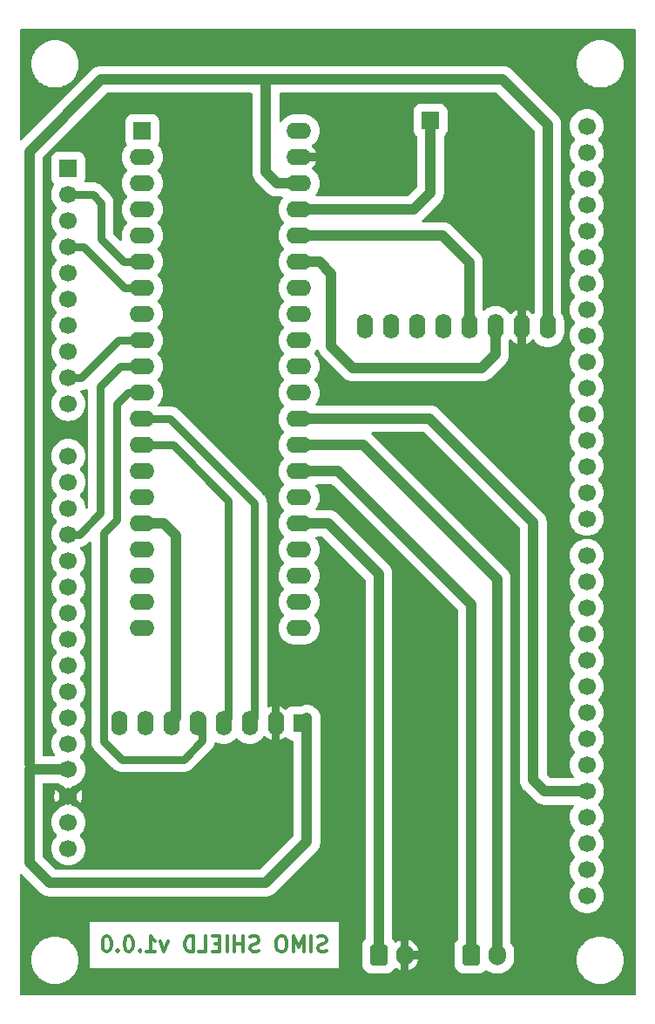
<source format=gbr>
%TF.GenerationSoftware,KiCad,Pcbnew,6.0.11+dfsg-1~bpo11+1*%
%TF.CreationDate,2023-08-08T14:26:05-03:00*%
%TF.ProjectId,simo_shield_1,73696d6f-5f73-4686-9965-6c645f312e6b,0003*%
%TF.SameCoordinates,PX69db9c0PY791ddc0*%
%TF.FileFunction,Copper,L2,Bot*%
%TF.FilePolarity,Positive*%
%FSLAX46Y46*%
G04 Gerber Fmt 4.6, Leading zero omitted, Abs format (unit mm)*
G04 Created by KiCad (PCBNEW 6.0.11+dfsg-1~bpo11+1) date 2023-08-08 14:26:05*
%MOMM*%
%LPD*%
G01*
G04 APERTURE LIST*
G04 Aperture macros list*
%AMRoundRect*
0 Rectangle with rounded corners*
0 $1 Rounding radius*
0 $2 $3 $4 $5 $6 $7 $8 $9 X,Y pos of 4 corners*
0 Add a 4 corners polygon primitive as box body*
4,1,4,$2,$3,$4,$5,$6,$7,$8,$9,$2,$3,0*
0 Add four circle primitives for the rounded corners*
1,1,$1+$1,$2,$3*
1,1,$1+$1,$4,$5*
1,1,$1+$1,$6,$7*
1,1,$1+$1,$8,$9*
0 Add four rect primitives between the rounded corners*
20,1,$1+$1,$2,$3,$4,$5,0*
20,1,$1+$1,$4,$5,$6,$7,0*
20,1,$1+$1,$6,$7,$8,$9,0*
20,1,$1+$1,$8,$9,$2,$3,0*%
G04 Aperture macros list end*
%ADD10C,0.300000*%
%TA.AperFunction,NonConductor*%
%ADD11C,0.300000*%
%TD*%
%TA.AperFunction,ComponentPad*%
%ADD12O,1.600000X2.400000*%
%TD*%
%TA.AperFunction,ComponentPad*%
%ADD13RoundRect,0.250000X-0.600000X-0.750000X0.600000X-0.750000X0.600000X0.750000X-0.600000X0.750000X0*%
%TD*%
%TA.AperFunction,ComponentPad*%
%ADD14O,1.700000X2.000000*%
%TD*%
%TA.AperFunction,ComponentPad*%
%ADD15R,1.700000X1.700000*%
%TD*%
%TA.AperFunction,ComponentPad*%
%ADD16O,2.400000X1.600000*%
%TD*%
%TA.AperFunction,ComponentPad*%
%ADD17C,1.700000*%
%TD*%
%TA.AperFunction,Conductor*%
%ADD18C,1.000000*%
%TD*%
%TA.AperFunction,Conductor*%
%ADD19C,0.800000*%
%TD*%
G04 APERTURE END LIST*
D10*
D11*
X30892857Y5892858D02*
X30678571Y5821429D01*
X30321428Y5821429D01*
X30178571Y5892858D01*
X30107142Y5964286D01*
X30035714Y6107143D01*
X30035714Y6250000D01*
X30107142Y6392858D01*
X30178571Y6464286D01*
X30321428Y6535715D01*
X30607142Y6607143D01*
X30750000Y6678572D01*
X30821428Y6750000D01*
X30892857Y6892858D01*
X30892857Y7035715D01*
X30821428Y7178572D01*
X30750000Y7250000D01*
X30607142Y7321429D01*
X30250000Y7321429D01*
X30035714Y7250000D01*
X29392857Y5821429D02*
X29392857Y7321429D01*
X28678571Y5821429D02*
X28678571Y7321429D01*
X28178571Y6250000D01*
X27678571Y7321429D01*
X27678571Y5821429D01*
X26678571Y7321429D02*
X26392857Y7321429D01*
X26250000Y7250000D01*
X26107142Y7107143D01*
X26035714Y6821429D01*
X26035714Y6321429D01*
X26107142Y6035715D01*
X26250000Y5892858D01*
X26392857Y5821429D01*
X26678571Y5821429D01*
X26821428Y5892858D01*
X26964285Y6035715D01*
X27035714Y6321429D01*
X27035714Y6821429D01*
X26964285Y7107143D01*
X26821428Y7250000D01*
X26678571Y7321429D01*
X24321428Y5892858D02*
X24107142Y5821429D01*
X23750000Y5821429D01*
X23607142Y5892858D01*
X23535714Y5964286D01*
X23464285Y6107143D01*
X23464285Y6250000D01*
X23535714Y6392858D01*
X23607142Y6464286D01*
X23750000Y6535715D01*
X24035714Y6607143D01*
X24178571Y6678572D01*
X24250000Y6750000D01*
X24321428Y6892858D01*
X24321428Y7035715D01*
X24250000Y7178572D01*
X24178571Y7250000D01*
X24035714Y7321429D01*
X23678571Y7321429D01*
X23464285Y7250000D01*
X22821428Y5821429D02*
X22821428Y7321429D01*
X22821428Y6607143D02*
X21964285Y6607143D01*
X21964285Y5821429D02*
X21964285Y7321429D01*
X21250000Y5821429D02*
X21250000Y7321429D01*
X20535714Y6607143D02*
X20035714Y6607143D01*
X19821428Y5821429D02*
X20535714Y5821429D01*
X20535714Y7321429D01*
X19821428Y7321429D01*
X18464285Y5821429D02*
X19178571Y5821429D01*
X19178571Y7321429D01*
X17964285Y5821429D02*
X17964285Y7321429D01*
X17607142Y7321429D01*
X17392857Y7250000D01*
X17250000Y7107143D01*
X17178571Y6964286D01*
X17107142Y6678572D01*
X17107142Y6464286D01*
X17178571Y6178572D01*
X17250000Y6035715D01*
X17392857Y5892858D01*
X17607142Y5821429D01*
X17964285Y5821429D01*
X15464285Y6821429D02*
X15107142Y5821429D01*
X14750000Y6821429D01*
X13392857Y5821429D02*
X14250000Y5821429D01*
X13821428Y5821429D02*
X13821428Y7321429D01*
X13964285Y7107143D01*
X14107142Y6964286D01*
X14250000Y6892858D01*
X12750000Y5964286D02*
X12678571Y5892858D01*
X12750000Y5821429D01*
X12821428Y5892858D01*
X12750000Y5964286D01*
X12750000Y5821429D01*
X11750000Y7321429D02*
X11607142Y7321429D01*
X11464285Y7250000D01*
X11392857Y7178572D01*
X11321428Y7035715D01*
X11250000Y6750000D01*
X11250000Y6392858D01*
X11321428Y6107143D01*
X11392857Y5964286D01*
X11464285Y5892858D01*
X11607142Y5821429D01*
X11750000Y5821429D01*
X11892857Y5892858D01*
X11964285Y5964286D01*
X12035714Y6107143D01*
X12107142Y6392858D01*
X12107142Y6750000D01*
X12035714Y7035715D01*
X11964285Y7178572D01*
X11892857Y7250000D01*
X11750000Y7321429D01*
X10607142Y5964286D02*
X10535714Y5892858D01*
X10607142Y5821429D01*
X10678571Y5892858D01*
X10607142Y5964286D01*
X10607142Y5821429D01*
X9607142Y7321429D02*
X9464285Y7321429D01*
X9321428Y7250000D01*
X9250000Y7178572D01*
X9178571Y7035715D01*
X9107142Y6750000D01*
X9107142Y6392858D01*
X9178571Y6107143D01*
X9250000Y5964286D01*
X9321428Y5892858D01*
X9464285Y5821429D01*
X9607142Y5821429D01*
X9750000Y5892858D01*
X9821428Y5964286D01*
X9892857Y6107143D01*
X9964285Y6392858D01*
X9964285Y6750000D01*
X9892857Y7035715D01*
X9821428Y7178572D01*
X9750000Y7250000D01*
X9607142Y7321429D01*
D12*
%TO.P,U4,1,INT*%
%TO.N,unconnected-(U4-Pad1)*%
X34625000Y66500000D03*
%TO.P,U4,2,AD0*%
%TO.N,unconnected-(U4-Pad2)*%
X37165000Y66500000D03*
%TO.P,U4,3,XCL*%
%TO.N,unconnected-(U4-Pad3)*%
X39705000Y66500000D03*
%TO.P,U4,4,XDA*%
%TO.N,unconnected-(U4-Pad4)*%
X42245000Y66500000D03*
%TO.P,U4,5,SDA*%
%TO.N,Net-(U3-Pad36)*%
X44785000Y66500000D03*
%TO.P,U4,6,SCL*%
%TO.N,Net-(U3-Pad35)*%
X47325000Y66500000D03*
%TO.P,U4,7,GND*%
%TO.N,GND*%
X49865000Y66500000D03*
%TO.P,U4,8,VCC*%
%TO.N,+3.3V*%
X52405000Y66500000D03*
%TD*%
D13*
%TO.P,J1,1,Pin_1*%
%TO.N,Net-(J1-Pad1)*%
X36000000Y5500000D03*
D14*
%TO.P,J1,2,Pin_2*%
%TO.N,GND*%
X38500000Y5500000D03*
%TD*%
D13*
%TO.P,J2,1,Pin_1*%
%TO.N,/UART_DEBUG_RX*%
X45000000Y5500000D03*
D14*
%TO.P,J2,2,Pin_2*%
%TO.N,/UART_DEBUG_TX*%
X47500000Y5500000D03*
%TD*%
D15*
%TO.P,U3,1,PB12*%
%TO.N,unconnected-(U3-Pad1)*%
X13000000Y85500000D03*
D16*
%TO.P,U3,2,PB13*%
%TO.N,unconnected-(U3-Pad2)*%
X13000000Y82960000D03*
%TO.P,U3,3,PB14*%
%TO.N,unconnected-(U3-Pad3)*%
X13000000Y80420000D03*
%TO.P,U3,4,PB15*%
%TO.N,unconnected-(U3-Pad4)*%
X13000000Y77880000D03*
%TO.P,U3,5,PA8*%
%TO.N,unconnected-(U3-Pad5)*%
X13000000Y75340000D03*
%TO.P,U3,6,PA9*%
%TO.N,Net-(U3-Pad6)*%
X13000000Y72800000D03*
%TO.P,U3,7,PA10*%
%TO.N,Net-(U1-Pad4)*%
X13000000Y70260000D03*
%TO.P,U3,8,PA11*%
%TO.N,unconnected-(U3-Pad8)*%
X13000000Y67720000D03*
%TO.P,U3,9,PA12*%
%TO.N,Net-(U1-Pad9)*%
X13000000Y65180000D03*
%TO.P,U3,10,PA15*%
%TO.N,Net-(U1-Pad14)*%
X13000000Y62640000D03*
%TO.P,U3,11,PB3*%
%TO.N,Net-(U2-Pad5)*%
X13000000Y60100000D03*
%TO.P,U3,12,PB4*%
%TO.N,Net-(U2-Pad3)*%
X13000000Y57560000D03*
%TO.P,U3,13,PB5*%
%TO.N,Net-(U2-Pad4)*%
X13000000Y55020000D03*
%TO.P,U3,14,PB6*%
%TO.N,unconnected-(U3-Pad14)*%
X13000000Y52480000D03*
%TO.P,U3,15,PB7*%
%TO.N,unconnected-(U3-Pad15)*%
X13000000Y49940000D03*
%TO.P,U3,16,PB8*%
%TO.N,Net-(U2-Pad6)*%
X13000000Y47400000D03*
%TO.P,U3,17,PB9*%
%TO.N,unconnected-(U3-Pad17)*%
X13000000Y44860000D03*
%TO.P,U3,18,5V*%
%TO.N,unconnected-(U3-Pad18)*%
X13000000Y42320000D03*
%TO.P,U3,19,GND*%
%TO.N,unconnected-(U3-Pad19)*%
X13000000Y39780000D03*
%TO.P,U3,20,3V3*%
%TO.N,unconnected-(U3-Pad20)*%
X13000000Y37240000D03*
%TO.P,U3,21,VBat*%
%TO.N,unconnected-(U3-Pad21)*%
X28240000Y37240000D03*
%TO.P,U3,22,PC13*%
%TO.N,unconnected-(U3-Pad22)*%
X28240000Y39780000D03*
%TO.P,U3,23,PC14*%
%TO.N,unconnected-(U3-Pad23)*%
X28240000Y42320000D03*
%TO.P,U3,24,PC15*%
%TO.N,unconnected-(U3-Pad24)*%
X28240000Y44860000D03*
%TO.P,U3,25,PA0*%
%TO.N,Net-(J1-Pad1)*%
X28240000Y47400000D03*
%TO.P,U3,26,PA1*%
%TO.N,unconnected-(U3-Pad26)*%
X28240000Y49940000D03*
%TO.P,U3,27,PA2*%
%TO.N,/UART_DEBUG_RX*%
X28240000Y52480000D03*
%TO.P,U3,28,PA3*%
%TO.N,/UART_DEBUG_TX*%
X28240000Y55020000D03*
%TO.P,U3,29,PA4*%
%TO.N,/BAT_ENA_PIN*%
X28240000Y57560000D03*
%TO.P,U3,30,PA5*%
%TO.N,unconnected-(U3-Pad30)*%
X28240000Y60100000D03*
%TO.P,U3,31,PA6*%
%TO.N,unconnected-(U3-Pad31)*%
X28240000Y62640000D03*
%TO.P,U3,32,PA7*%
%TO.N,unconnected-(U3-Pad32)*%
X28240000Y65180000D03*
%TO.P,U3,33,PB0*%
%TO.N,unconnected-(U3-Pad33)*%
X28240000Y67720000D03*
%TO.P,U3,34,PB1*%
%TO.N,unconnected-(U3-Pad34)*%
X28240000Y70260000D03*
%TO.P,U3,35,PB10*%
%TO.N,Net-(U3-Pad35)*%
X28240000Y72800000D03*
%TO.P,U3,36,PB11*%
%TO.N,Net-(U3-Pad36)*%
X28240000Y75340000D03*
%TO.P,U3,37,RST*%
%TO.N,Net-(J3-Pad1)*%
X28240000Y77880000D03*
%TO.P,U3,38,3V3*%
%TO.N,+3.3V*%
X28240000Y80420000D03*
%TO.P,U3,39,GND*%
%TO.N,GND*%
X28240000Y82960000D03*
%TO.P,U3,40,5v*%
%TO.N,unconnected-(U3-Pad40)*%
X28240000Y85500000D03*
%TD*%
D15*
%TO.P,J3,1,Pin_1*%
%TO.N,Net-(J3-Pad1)*%
X41000000Y86500000D03*
%TD*%
%TO.P,U2,1,VCC*%
%TO.N,+3.3V*%
X28500000Y28000000D03*
D12*
%TO.P,U2,2,GND*%
%TO.N,GND*%
X25960000Y28000000D03*
%TO.P,U2,3,MISO*%
%TO.N,Net-(U2-Pad3)*%
X23420000Y28000000D03*
%TO.P,U2,4,MOSI*%
%TO.N,Net-(U2-Pad4)*%
X20880000Y28000000D03*
%TO.P,U2,5,SCK*%
%TO.N,Net-(U2-Pad5)*%
X18340000Y28000000D03*
%TO.P,U2,6,/CS*%
%TO.N,Net-(U2-Pad6)*%
X15800000Y28000000D03*
%TO.P,U2,7,/WP*%
%TO.N,unconnected-(U2-Pad7)*%
X13260000Y28000000D03*
%TO.P,U2,8,/RST*%
%TO.N,unconnected-(U2-Pad8)*%
X10720000Y28000000D03*
%TD*%
D15*
%TO.P,U1,1,PA07*%
%TO.N,unconnected-(U1-Pad1)*%
X5795000Y81855000D03*
D17*
%TO.P,U1,2,SER3_RX*%
%TO.N,Net-(U3-Pad6)*%
X5795000Y79315000D03*
%TO.P,U1,3,PA05*%
%TO.N,unconnected-(U1-Pad3)*%
X5795000Y76775000D03*
%TO.P,U1,4,SER3_TX*%
%TO.N,Net-(U1-Pad4)*%
X5795000Y74235000D03*
%TO.P,U1,5,SER1_TX*%
%TO.N,unconnected-(U1-Pad5)*%
X5795000Y71695000D03*
%TO.P,U1,6,SER1_RX*%
%TO.N,unconnected-(U1-Pad6)*%
X5795000Y69155000D03*
%TO.P,U1,7,STATUS*%
%TO.N,unconnected-(U1-Pad7)*%
X5795000Y66615000D03*
%TO.P,U1,8,D4*%
%TO.N,unconnected-(U1-Pad8)*%
X5795000Y64075000D03*
%TO.P,U1,9,PWRKEY*%
%TO.N,Net-(U1-Pad9)*%
X5795000Y61535000D03*
%TO.P,U1,10,GND*%
%TO.N,unconnected-(U1-Pad10)*%
X5795000Y58995000D03*
%TO.P,U1,11,D6*%
%TO.N,unconnected-(U1-Pad11)*%
X5795000Y53955000D03*
%TO.P,U1,12,A5*%
%TO.N,unconnected-(U1-Pad12)*%
X5795000Y51415000D03*
%TO.P,U1,13,A4*%
%TO.N,unconnected-(U1-Pad13)*%
X5795000Y48875000D03*
%TO.P,U1,14,RI*%
%TO.N,Net-(U1-Pad14)*%
X5795000Y46335000D03*
%TO.P,U1,15,RESET*%
%TO.N,unconnected-(U1-Pad15)*%
X5795000Y43795000D03*
%TO.P,U1,16,A1*%
%TO.N,unconnected-(U1-Pad16)*%
X5795000Y41255000D03*
%TO.P,U1,17,A2*%
%TO.N,unconnected-(U1-Pad17)*%
X5795000Y38715000D03*
%TO.P,U1,18,PB31*%
%TO.N,unconnected-(U1-Pad18)*%
X5795000Y36175000D03*
%TO.P,U1,19,WIRE_SDA*%
%TO.N,unconnected-(U1-Pad19)*%
X5795000Y33635000D03*
%TO.P,U1,20,WIRE_SCL*%
%TO.N,unconnected-(U1-Pad20)*%
X5795000Y31095000D03*
%TO.P,U1,21,+3.3V*%
%TO.N,unconnected-(U1-Pad21)*%
X5795000Y28555000D03*
%TO.P,U1,22,+3.3V*%
%TO.N,unconnected-(U1-Pad22)*%
X5795000Y26015000D03*
%TO.P,U1,23,USB33*%
%TO.N,+3.3V*%
X5795000Y23495008D03*
%TO.P,U1,24,GND*%
%TO.N,GND*%
X5795000Y20935000D03*
%TO.P,U1,25,+5VUSB*%
%TO.N,unconnected-(U1-Pad25)*%
X5795000Y18395000D03*
%TO.P,U1,26,+BATT*%
%TO.N,unconnected-(U1-Pad26)*%
X5795000Y15855000D03*
%TO.P,U1,27,A2*%
%TO.N,unconnected-(U1-Pad27)*%
X56195000Y85955000D03*
%TO.P,U1,28,A3*%
%TO.N,unconnected-(U1-Pad28)*%
X56195000Y83415000D03*
%TO.P,U1,29,D18*%
%TO.N,unconnected-(U1-Pad29)*%
X56195000Y80875000D03*
%TO.P,U1,30,D19*%
%TO.N,unconnected-(U1-Pad30)*%
X56195000Y78335000D03*
%TO.P,U1,31,D10*%
%TO.N,unconnected-(U1-Pad31)*%
X56195000Y75795000D03*
%TO.P,U1,32,D11*%
%TO.N,unconnected-(U1-Pad32)*%
X56195000Y73255000D03*
%TO.P,U1,33,D20*%
%TO.N,unconnected-(U1-Pad33)*%
X56195000Y70715000D03*
%TO.P,U1,34,D21*%
%TO.N,unconnected-(U1-Pad34)*%
X56195000Y68175000D03*
%TO.P,U1,35,D13*%
%TO.N,unconnected-(U1-Pad35)*%
X56195000Y65635000D03*
%TO.P,U1,36,SER2_RX*%
%TO.N,unconnected-(U1-Pad36)*%
X56195000Y63095000D03*
%TO.P,U1,37,PA17*%
%TO.N,unconnected-(U1-Pad37)*%
X56195000Y60555000D03*
%TO.P,U1,38,SER2_TX*%
%TO.N,unconnected-(U1-Pad38)*%
X56195000Y58015000D03*
%TO.P,U1,39,PA19*%
%TO.N,unconnected-(U1-Pad39)*%
X56195000Y55475000D03*
%TO.P,U1,40,D8*%
%TO.N,unconnected-(U1-Pad40)*%
X56195000Y52935000D03*
%TO.P,U1,41,D9*%
%TO.N,unconnected-(U1-Pad41)*%
X56195000Y50395000D03*
%TO.P,U1,42,GND*%
%TO.N,unconnected-(U1-Pad42)*%
X56195000Y47855000D03*
%TO.P,U1,43,NRST*%
%TO.N,unconnected-(U1-Pad43)*%
X56195000Y44255000D03*
%TO.P,U1,44,SER_TX*%
%TO.N,unconnected-(U1-Pad44)*%
X56195000Y41715000D03*
%TO.P,U1,45,SER_RX*%
%TO.N,unconnected-(U1-Pad45)*%
X56195000Y39175000D03*
%TO.P,U1,46,D12*%
%TO.N,unconnected-(U1-Pad46)*%
X56195000Y36635000D03*
%TO.P,U1,47,SPI_MISO*%
%TO.N,unconnected-(U1-Pad47)*%
X56195000Y34095000D03*
%TO.P,U1,48,SPI_SS*%
%TO.N,unconnected-(U1-Pad48)*%
X56195000Y31555000D03*
%TO.P,U1,49,SPI_MOSI*%
%TO.N,unconnected-(U1-Pad49)*%
X56195000Y29015000D03*
%TO.P,U1,50,SPI_SCK*%
%TO.N,unconnected-(U1-Pad50)*%
X56195000Y26475000D03*
%TO.P,U1,51,D15*%
%TO.N,unconnected-(U1-Pad51)*%
X56195000Y23935000D03*
%TO.P,U1,52,BAT_ENA*%
%TO.N,/BAT_ENA_PIN*%
X56195000Y21395000D03*
%TO.P,U1,53,PB11*%
%TO.N,unconnected-(U1-Pad53)*%
X56195000Y18855000D03*
%TO.P,U1,54,PB10*%
%TO.N,unconnected-(U1-Pad54)*%
X56195000Y16315000D03*
%TO.P,U1,55,ESP_RXD0*%
%TO.N,unconnected-(U1-Pad55)*%
X56195000Y13775000D03*
%TO.P,U1,56,ESP_TXD0*%
%TO.N,unconnected-(U1-Pad56)*%
X56195000Y11235000D03*
%TD*%
D18*
%TO.N,/UART_DEBUG_RX*%
X32020000Y52480000D02*
X45000000Y39500000D01*
X28240000Y52480000D02*
X32020000Y52480000D01*
X45000000Y39500000D02*
X45000000Y5500000D01*
%TO.N,Net-(J1-Pad1)*%
X36000000Y42500000D02*
X36000000Y5500000D01*
X31100000Y47400000D02*
X36000000Y42500000D01*
X28240000Y47400000D02*
X31100000Y47400000D01*
D19*
%TO.N,Net-(U1-Pad9)*%
X10680000Y65180000D02*
X13000000Y65180000D01*
X7035000Y61535000D02*
X10680000Y65180000D01*
X5795000Y61535000D02*
X7035000Y61535000D01*
%TO.N,Net-(U1-Pad14)*%
X6835000Y46335000D02*
X8900000Y48400000D01*
X5795000Y46335000D02*
X6835000Y46335000D01*
X10877258Y62640000D02*
X13000000Y62640000D01*
X8900000Y48400000D02*
X8900000Y60662742D01*
X8900000Y60662742D02*
X10877258Y62640000D01*
D18*
%TO.N,/UART_DEBUG_TX*%
X34480000Y55020000D02*
X28240000Y55020000D01*
X47500000Y42000000D02*
X34480000Y55020000D01*
X47500000Y5500000D02*
X47500000Y42000000D01*
%TO.N,/BAT_ENA_PIN*%
X52105000Y21395000D02*
X56195000Y21395000D01*
X40940000Y57560000D02*
X51000000Y47500000D01*
X28240000Y57560000D02*
X40940000Y57560000D01*
X51000000Y22500000D02*
X52105000Y21395000D01*
X51000000Y47500000D02*
X51000000Y22500000D01*
D19*
%TO.N,Net-(U2-Pad4)*%
X21380000Y28500000D02*
X21380000Y49620000D01*
X15980000Y55020000D02*
X13000000Y55020000D01*
X21380000Y49620000D02*
X15980000Y55020000D01*
%TO.N,Net-(U2-Pad3)*%
X23920000Y49342742D02*
X23920000Y28500000D01*
X15702742Y57560000D02*
X23920000Y49342742D01*
X13000000Y57560000D02*
X15702742Y57560000D01*
%TO.N,Net-(U2-Pad5)*%
X9220000Y46457258D02*
X10500000Y47737258D01*
X17000000Y24500000D02*
X11000000Y24500000D01*
X10500000Y47737258D02*
X10500000Y59000000D01*
X18840000Y28500000D02*
X18840000Y26340000D01*
X11600000Y60100000D02*
X13000000Y60100000D01*
X9220000Y26280000D02*
X9220000Y46457258D01*
X10500000Y59000000D02*
X11600000Y60100000D01*
X11000000Y24500000D02*
X9220000Y26280000D01*
X18840000Y26340000D02*
X17000000Y24500000D01*
%TO.N,Net-(U3-Pad6)*%
X11200000Y72800000D02*
X13000000Y72800000D01*
X9000000Y75000000D02*
X11200000Y72800000D01*
X8185000Y79315000D02*
X9000000Y78500000D01*
X9000000Y78500000D02*
X9000000Y75000000D01*
X5795000Y79315000D02*
X8185000Y79315000D01*
D18*
%TO.N,Net-(U3-Pad35)*%
X47325000Y63825000D02*
X47325000Y66500000D01*
X46000000Y62500000D02*
X47325000Y63825000D01*
X31369848Y71630152D02*
X31369848Y64607413D01*
X30200000Y72800000D02*
X31369848Y71630152D01*
X28240000Y72800000D02*
X30200000Y72800000D01*
X33477261Y62500000D02*
X46000000Y62500000D01*
X31369848Y64607413D02*
X33477261Y62500000D01*
%TO.N,Net-(U3-Pad36)*%
X44785000Y72715000D02*
X42160000Y75340000D01*
X42160000Y75340000D02*
X28240000Y75340000D01*
X44785000Y66500000D02*
X44785000Y72715000D01*
%TO.N,Net-(U2-Pad6)*%
X13000000Y47400000D02*
X15100000Y47400000D01*
X16300000Y46200000D02*
X16300000Y28500000D01*
X15100000Y47400000D02*
X16300000Y46200000D01*
%TO.N,+3.3V*%
X26080000Y80420000D02*
X28240000Y80420000D01*
X25000000Y90500000D02*
X25000000Y89000000D01*
X2000000Y23495008D02*
X2000000Y14500000D01*
X25000000Y81500000D02*
X26080000Y80420000D01*
X2000000Y14500000D02*
X4000000Y12500000D01*
X48000000Y90500000D02*
X25000000Y90500000D01*
X29000000Y16500000D02*
X29000000Y28500000D01*
X25000000Y89000000D02*
X25000000Y81500000D01*
X25000000Y12500000D02*
X29000000Y16500000D01*
X9000000Y90500000D02*
X2000000Y83500000D01*
X2000000Y83500000D02*
X2000000Y24075000D01*
X5795000Y23495008D02*
X2595000Y23495008D01*
X52405000Y66500000D02*
X52405000Y86095000D01*
X25000000Y89000000D02*
X25000000Y89750000D01*
X4000000Y12500000D02*
X25000000Y12500000D01*
X52405000Y86095000D02*
X48000000Y90500000D01*
X9000000Y90500000D02*
X25000000Y90500000D01*
%TO.N,Net-(J3-Pad1)*%
X41000000Y79500000D02*
X39380000Y77880000D01*
X39380000Y77880000D02*
X28240000Y77880000D01*
X41000000Y86500000D02*
X41000000Y79500000D01*
D19*
%TO.N,Net-(U1-Pad4)*%
X7265000Y74235000D02*
X11240000Y70260000D01*
X5795000Y74235000D02*
X7265000Y74235000D01*
X11240000Y70260000D02*
X13000000Y70260000D01*
%TD*%
%TA.AperFunction,Conductor*%
%TO.N,GND*%
G36*
X60866621Y95404498D02*
G01*
X60913114Y95350842D01*
X60924500Y95298500D01*
X60924500Y1701500D01*
X60904498Y1633379D01*
X60850842Y1586886D01*
X60798500Y1575500D01*
X1201500Y1575500D01*
X1133379Y1595502D01*
X1086886Y1649158D01*
X1075500Y1701500D01*
X1075500Y5000000D01*
X2194564Y5000000D01*
X2214287Y4699080D01*
X2215089Y4695047D01*
X2215090Y4695041D01*
X2266678Y4435693D01*
X2273120Y4403309D01*
X2274447Y4399400D01*
X2274448Y4399396D01*
X2347882Y4183067D01*
X2370055Y4117748D01*
X2395580Y4065988D01*
X2488566Y3877432D01*
X2503434Y3847282D01*
X2521856Y3819711D01*
X2602179Y3699500D01*
X2670975Y3596539D01*
X2673689Y3593445D01*
X2673693Y3593439D01*
X2867102Y3372900D01*
X2869811Y3369811D01*
X2872900Y3367102D01*
X3093439Y3173693D01*
X3093445Y3173689D01*
X3096539Y3170975D01*
X3099965Y3168686D01*
X3099970Y3168682D01*
X3287533Y3043357D01*
X3347282Y3003434D01*
X3350981Y3001610D01*
X3350986Y3001607D01*
X3489834Y2933135D01*
X3617748Y2870055D01*
X3621653Y2868729D01*
X3621654Y2868729D01*
X3899396Y2774448D01*
X3899400Y2774447D01*
X3903309Y2773120D01*
X3907353Y2772316D01*
X3907359Y2772314D01*
X4195041Y2715090D01*
X4195047Y2715089D01*
X4199080Y2714287D01*
X4203185Y2714018D01*
X4203192Y2714017D01*
X4422641Y2699634D01*
X4422650Y2699634D01*
X4424690Y2699500D01*
X4575310Y2699500D01*
X4577350Y2699634D01*
X4577359Y2699634D01*
X4796808Y2714017D01*
X4796815Y2714018D01*
X4800920Y2714287D01*
X4804953Y2715089D01*
X4804959Y2715090D01*
X5092641Y2772314D01*
X5092647Y2772316D01*
X5096691Y2773120D01*
X5100600Y2774447D01*
X5100604Y2774448D01*
X5378346Y2868729D01*
X5378347Y2868729D01*
X5382252Y2870055D01*
X5510166Y2933135D01*
X5649014Y3001607D01*
X5649019Y3001610D01*
X5652718Y3003434D01*
X5712467Y3043357D01*
X5900030Y3168682D01*
X5900035Y3168686D01*
X5903461Y3170975D01*
X5906555Y3173689D01*
X5906561Y3173693D01*
X6127100Y3367102D01*
X6130189Y3369811D01*
X6132898Y3372900D01*
X6326307Y3593439D01*
X6326311Y3593445D01*
X6329025Y3596539D01*
X6397822Y3699500D01*
X6478144Y3819711D01*
X6496566Y3847282D01*
X6511435Y3877432D01*
X6604420Y4065988D01*
X6629945Y4117748D01*
X6652118Y4183067D01*
X6680609Y4267000D01*
X7870929Y4267000D01*
X32129072Y4267000D01*
X32129072Y8733000D01*
X7870929Y8733000D01*
X7870929Y4267000D01*
X6680609Y4267000D01*
X6725552Y4399396D01*
X6725553Y4399400D01*
X6726880Y4403309D01*
X6733322Y4435693D01*
X6784910Y4695041D01*
X6784911Y4695047D01*
X6785713Y4699080D01*
X6805436Y5000000D01*
X6785713Y5300920D01*
X6726880Y5596691D01*
X6686770Y5714853D01*
X6631271Y5878346D01*
X6631271Y5878347D01*
X6629945Y5882252D01*
X6496566Y6152718D01*
X6392830Y6307970D01*
X6331318Y6400030D01*
X6331314Y6400035D01*
X6329025Y6403461D01*
X6326311Y6406555D01*
X6326307Y6406561D01*
X6132898Y6627100D01*
X6130189Y6630189D01*
X6052705Y6698141D01*
X5906561Y6826307D01*
X5906555Y6826311D01*
X5903461Y6829025D01*
X5900035Y6831314D01*
X5900030Y6831318D01*
X5656151Y6994272D01*
X5652718Y6996566D01*
X5649019Y6998390D01*
X5649014Y6998393D01*
X5468555Y7087385D01*
X5382252Y7129945D01*
X5378346Y7131271D01*
X5100604Y7225552D01*
X5100600Y7225553D01*
X5096691Y7226880D01*
X5092647Y7227684D01*
X5092641Y7227686D01*
X4804959Y7284910D01*
X4804953Y7284911D01*
X4800920Y7285713D01*
X4796815Y7285982D01*
X4796808Y7285983D01*
X4577359Y7300366D01*
X4577350Y7300366D01*
X4575310Y7300500D01*
X4424690Y7300500D01*
X4422650Y7300366D01*
X4422641Y7300366D01*
X4203192Y7285983D01*
X4203185Y7285982D01*
X4199080Y7285713D01*
X4195047Y7284911D01*
X4195041Y7284910D01*
X3907359Y7227686D01*
X3907353Y7227684D01*
X3903309Y7226880D01*
X3899400Y7225553D01*
X3899396Y7225552D01*
X3621654Y7131271D01*
X3617748Y7129945D01*
X3531445Y7087385D01*
X3350986Y6998393D01*
X3350981Y6998390D01*
X3347282Y6996566D01*
X3343849Y6994272D01*
X3099970Y6831318D01*
X3099965Y6831314D01*
X3096539Y6829025D01*
X3093445Y6826311D01*
X3093439Y6826307D01*
X2947295Y6698141D01*
X2869811Y6630189D01*
X2867102Y6627100D01*
X2673693Y6406561D01*
X2673689Y6406555D01*
X2670975Y6403461D01*
X2668686Y6400035D01*
X2668682Y6400030D01*
X2607170Y6307970D01*
X2503434Y6152718D01*
X2370055Y5882252D01*
X2368729Y5878347D01*
X2368729Y5878346D01*
X2313231Y5714853D01*
X2273120Y5596691D01*
X2214287Y5300920D01*
X2194564Y5000000D01*
X1075500Y5000000D01*
X1075500Y13281125D01*
X1095502Y13349246D01*
X1149158Y13395739D01*
X1219432Y13405843D01*
X1284012Y13376349D01*
X1290595Y13370220D01*
X2999951Y11660864D01*
X2999953Y11660861D01*
X3160861Y11499953D01*
X3165364Y11496800D01*
X3203048Y11470414D01*
X3211765Y11463725D01*
X3251214Y11430623D01*
X3295830Y11404864D01*
X3305076Y11398973D01*
X3347266Y11369432D01*
X3393946Y11347664D01*
X3403677Y11342598D01*
X3443516Y11319597D01*
X3443519Y11319596D01*
X3448285Y11316844D01*
X3453460Y11314960D01*
X3453461Y11314960D01*
X3496673Y11299232D01*
X3506826Y11295027D01*
X3553504Y11273261D01*
X3558814Y11271838D01*
X3558820Y11271836D01*
X3603248Y11259932D01*
X3613733Y11256626D01*
X3656947Y11240897D01*
X3656955Y11240895D01*
X3662120Y11239015D01*
X3707546Y11231005D01*
X3712836Y11230072D01*
X3723564Y11227694D01*
X3773308Y11214365D01*
X3778790Y11213885D01*
X3778798Y11213884D01*
X3824604Y11209876D01*
X3835501Y11208442D01*
X3874720Y11201527D01*
X3886221Y11199499D01*
X4113779Y11199499D01*
X4113783Y11199500D01*
X24886217Y11199500D01*
X24886221Y11199499D01*
X25113779Y11199499D01*
X25125280Y11201527D01*
X25164499Y11208442D01*
X25175396Y11209876D01*
X25221202Y11213884D01*
X25221210Y11213885D01*
X25226692Y11214365D01*
X25276436Y11227694D01*
X25287164Y11230072D01*
X25292454Y11231005D01*
X25337880Y11239015D01*
X25343045Y11240895D01*
X25343053Y11240897D01*
X25386267Y11256626D01*
X25396752Y11259932D01*
X25441180Y11271836D01*
X25441186Y11271838D01*
X25446496Y11273261D01*
X25493174Y11295027D01*
X25503327Y11299232D01*
X25546539Y11314960D01*
X25546540Y11314960D01*
X25551715Y11316844D01*
X25556481Y11319596D01*
X25556484Y11319597D01*
X25596323Y11342598D01*
X25606054Y11347664D01*
X25652734Y11369432D01*
X25694924Y11398973D01*
X25704170Y11404864D01*
X25748786Y11430623D01*
X25788235Y11463725D01*
X25796952Y11470414D01*
X25834636Y11496800D01*
X25839139Y11499953D01*
X26000047Y11660861D01*
X26000049Y11660864D01*
X29839136Y15499951D01*
X29839139Y15499953D01*
X30000047Y15660861D01*
X30029589Y15703053D01*
X30036279Y15711770D01*
X30065838Y15746997D01*
X30069377Y15751214D01*
X30095136Y15795830D01*
X30101027Y15805076D01*
X30130568Y15847266D01*
X30152336Y15893946D01*
X30157402Y15903677D01*
X30180403Y15943516D01*
X30180404Y15943519D01*
X30183156Y15948285D01*
X30200768Y15996673D01*
X30204974Y16006829D01*
X30224414Y16048519D01*
X30226739Y16053504D01*
X30228162Y16058814D01*
X30228164Y16058820D01*
X30240068Y16103248D01*
X30243374Y16113733D01*
X30259103Y16156947D01*
X30259105Y16156955D01*
X30260985Y16162120D01*
X30269928Y16212836D01*
X30272307Y16223567D01*
X30284211Y16267995D01*
X30285635Y16273308D01*
X30286115Y16278790D01*
X30286116Y16278798D01*
X30290124Y16324604D01*
X30291558Y16335501D01*
X30299545Y16380800D01*
X30300501Y16386221D01*
X30300501Y16613779D01*
X30300500Y16613785D01*
X30300500Y28556784D01*
X30285635Y28726692D01*
X30279070Y28751193D01*
X30228162Y28941186D01*
X30228161Y28941188D01*
X30226739Y28946496D01*
X30192496Y29019930D01*
X30132891Y29147753D01*
X30132889Y29147756D01*
X30130568Y29152734D01*
X30000047Y29339139D01*
X29919834Y29419352D01*
X29919620Y29419620D01*
X29919352Y29419834D01*
X29839139Y29500047D01*
X29652734Y29630568D01*
X29647756Y29632889D01*
X29647753Y29632891D01*
X29451478Y29724416D01*
X29451476Y29724417D01*
X29446496Y29726739D01*
X29441188Y29728161D01*
X29441186Y29728162D01*
X29232007Y29784211D01*
X29232005Y29784211D01*
X29226692Y29785635D01*
X29000000Y29805468D01*
X28773308Y29785635D01*
X28767995Y29784211D01*
X28767993Y29784211D01*
X28558814Y29728162D01*
X28558812Y29728161D01*
X28553504Y29726739D01*
X28548522Y29724416D01*
X28548517Y29724414D01*
X28415326Y29662305D01*
X28362075Y29650499D01*
X27562164Y29650499D01*
X27557411Y29650226D01*
X27382423Y29609827D01*
X27376080Y29606761D01*
X27376081Y29606761D01*
X27234656Y29538394D01*
X27220734Y29531664D01*
X27080380Y29419620D01*
X27039468Y29368371D01*
X26981339Y29327614D01*
X26910400Y29324754D01*
X26851904Y29357887D01*
X26807875Y29401916D01*
X26799467Y29408972D01*
X26621007Y29533931D01*
X26611511Y29539414D01*
X26414050Y29631491D01*
X26403760Y29635236D01*
X26377499Y29642273D01*
X26363401Y29641938D01*
X26360000Y29633997D01*
X26360000Y26371153D01*
X26363973Y26357622D01*
X26372521Y26356393D01*
X26403760Y26364764D01*
X26414050Y26368509D01*
X26611511Y26460586D01*
X26621007Y26466069D01*
X26799467Y26591028D01*
X26807875Y26598084D01*
X26851904Y26642113D01*
X26914216Y26676139D01*
X26985031Y26671074D01*
X27039468Y26631629D01*
X27080380Y26580380D01*
X27220734Y26468336D01*
X27227077Y26465270D01*
X27227078Y26465269D01*
X27287403Y26436107D01*
X27382423Y26390173D01*
X27389284Y26388589D01*
X27552212Y26350974D01*
X27552215Y26350974D01*
X27557411Y26349774D01*
X27562163Y26349500D01*
X27573500Y26349500D01*
X27641621Y26329498D01*
X27688114Y26275842D01*
X27699500Y26223500D01*
X27699500Y17090875D01*
X27679498Y17022754D01*
X27662595Y17001780D01*
X24498220Y13837405D01*
X24435908Y13803379D01*
X24409125Y13800500D01*
X4590875Y13800500D01*
X4522754Y13820502D01*
X4501780Y13837405D01*
X3337405Y15001780D01*
X3303379Y15064092D01*
X3300500Y15090875D01*
X3300500Y15855000D01*
X4139396Y15855000D01*
X4159779Y15596006D01*
X4160933Y15591199D01*
X4160934Y15591193D01*
X4199220Y15431724D01*
X4220427Y15343390D01*
X4222320Y15338819D01*
X4222321Y15338817D01*
X4305948Y15136925D01*
X4319846Y15103372D01*
X4455588Y14881860D01*
X4624311Y14684311D01*
X4821860Y14515588D01*
X5043372Y14379846D01*
X5047942Y14377953D01*
X5047946Y14377951D01*
X5278817Y14282321D01*
X5283390Y14280427D01*
X5313043Y14273308D01*
X5531193Y14220934D01*
X5531199Y14220933D01*
X5536006Y14219779D01*
X5795000Y14199396D01*
X6053994Y14219779D01*
X6058801Y14220933D01*
X6058807Y14220934D01*
X6276957Y14273308D01*
X6306610Y14280427D01*
X6311183Y14282321D01*
X6542054Y14377951D01*
X6542058Y14377953D01*
X6546628Y14379846D01*
X6768140Y14515588D01*
X6965689Y14684311D01*
X7134412Y14881860D01*
X7270154Y15103372D01*
X7284053Y15136925D01*
X7367679Y15338817D01*
X7367680Y15338819D01*
X7369573Y15343390D01*
X7390780Y15431724D01*
X7429066Y15591193D01*
X7429067Y15591199D01*
X7430221Y15596006D01*
X7450604Y15855000D01*
X7430221Y16113994D01*
X7429067Y16118801D01*
X7429066Y16118807D01*
X7383147Y16310070D01*
X7369573Y16366610D01*
X7367679Y16371183D01*
X7272049Y16602054D01*
X7272047Y16602058D01*
X7270154Y16606628D01*
X7134412Y16828140D01*
X6965689Y17025689D01*
X6961933Y17028897D01*
X6961928Y17028902D01*
X6961592Y17029189D01*
X6961500Y17029330D01*
X6958425Y17032405D01*
X6959071Y17033051D01*
X6922783Y17088639D01*
X6922275Y17159634D01*
X6959095Y17216925D01*
X6958425Y17217595D01*
X6961504Y17220674D01*
X6961592Y17220811D01*
X6961928Y17221098D01*
X6961933Y17221103D01*
X6965689Y17224311D01*
X7134412Y17421860D01*
X7270154Y17643372D01*
X7284053Y17676925D01*
X7367679Y17878817D01*
X7367680Y17878819D01*
X7369573Y17883390D01*
X7390780Y17971724D01*
X7429066Y18131193D01*
X7429067Y18131199D01*
X7430221Y18136006D01*
X7450604Y18395000D01*
X7430221Y18653994D01*
X7429067Y18658801D01*
X7429066Y18658807D01*
X7383147Y18850070D01*
X7369573Y18906610D01*
X7367679Y18911183D01*
X7272049Y19142054D01*
X7272047Y19142058D01*
X7270154Y19146628D01*
X7134412Y19368140D01*
X6965689Y19565689D01*
X6768140Y19734412D01*
X6546628Y19870154D01*
X6542058Y19872047D01*
X6542054Y19872049D01*
X6311183Y19967679D01*
X6311181Y19967680D01*
X6306610Y19969573D01*
X6193952Y19996620D01*
X6134271Y20030044D01*
X5807812Y20356503D01*
X5793868Y20364117D01*
X5792035Y20363986D01*
X5785420Y20359735D01*
X5455729Y20030044D01*
X5396048Y19996620D01*
X5283390Y19969573D01*
X5278819Y19967680D01*
X5278817Y19967679D01*
X5047946Y19872049D01*
X5047942Y19872047D01*
X5043372Y19870154D01*
X4821860Y19734412D01*
X4624311Y19565689D01*
X4455588Y19368140D01*
X4319846Y19146628D01*
X4317953Y19142058D01*
X4317951Y19142054D01*
X4222321Y18911183D01*
X4220427Y18906610D01*
X4206853Y18850070D01*
X4160934Y18658807D01*
X4160933Y18658801D01*
X4159779Y18653994D01*
X4139396Y18395000D01*
X4159779Y18136006D01*
X4160933Y18131199D01*
X4160934Y18131193D01*
X4199220Y17971724D01*
X4220427Y17883390D01*
X4222320Y17878819D01*
X4222321Y17878817D01*
X4305948Y17676925D01*
X4319846Y17643372D01*
X4455588Y17421860D01*
X4624311Y17224311D01*
X4628067Y17221103D01*
X4628072Y17221098D01*
X4628408Y17220811D01*
X4628500Y17220670D01*
X4631575Y17217595D01*
X4630929Y17216949D01*
X4667217Y17161361D01*
X4667725Y17090366D01*
X4630905Y17033075D01*
X4631575Y17032405D01*
X4628496Y17029326D01*
X4628408Y17029189D01*
X4628072Y17028902D01*
X4628067Y17028897D01*
X4624311Y17025689D01*
X4455588Y16828140D01*
X4319846Y16606628D01*
X4317953Y16602058D01*
X4317951Y16602054D01*
X4222321Y16371183D01*
X4220427Y16366610D01*
X4206853Y16310070D01*
X4160934Y16118807D01*
X4160933Y16118801D01*
X4159779Y16113994D01*
X4139396Y15855000D01*
X3300500Y15855000D01*
X3300500Y20963137D01*
X4433050Y20963137D01*
X4445309Y20750523D01*
X4446745Y20740303D01*
X4493565Y20532554D01*
X4496645Y20522725D01*
X4576770Y20325398D01*
X4581415Y20316203D01*
X4583008Y20313604D01*
X4593464Y20304143D01*
X4602242Y20307927D01*
X5216503Y20922188D01*
X5222881Y20933868D01*
X6365883Y20933868D01*
X6366014Y20932035D01*
X6370265Y20925420D01*
X6983115Y20312570D01*
X6995495Y20305810D01*
X7000928Y20309877D01*
X7059670Y20428733D01*
X7063469Y20438328D01*
X7125376Y20642085D01*
X7127555Y20652166D01*
X7155590Y20865113D01*
X7156109Y20871788D01*
X7157572Y20931636D01*
X7157378Y20938354D01*
X7139781Y21152396D01*
X7138096Y21162576D01*
X7086214Y21369125D01*
X7082894Y21378876D01*
X7005770Y21556249D01*
X6996732Y21567072D01*
X6991258Y21565573D01*
X6373497Y20947812D01*
X6365883Y20933868D01*
X5222881Y20933868D01*
X5224117Y20936132D01*
X5223986Y20937965D01*
X5219735Y20944580D01*
X4605892Y21558423D01*
X4593512Y21565183D01*
X4588545Y21561464D01*
X4518338Y21410217D01*
X4514775Y21400530D01*
X4457864Y21195319D01*
X4455933Y21185200D01*
X4433302Y20973426D01*
X4433050Y20963137D01*
X3300500Y20963137D01*
X3300500Y22068508D01*
X3320502Y22136629D01*
X3374158Y22183122D01*
X3426500Y22194508D01*
X4729816Y22194508D01*
X4797937Y22174506D01*
X4811647Y22164319D01*
X4821860Y22155596D01*
X5043372Y22019854D01*
X5047942Y22017961D01*
X5047946Y22017959D01*
X5278817Y21922329D01*
X5283390Y21920435D01*
X5340120Y21906815D01*
X5369719Y21899709D01*
X5429400Y21866285D01*
X5782188Y21513497D01*
X5796132Y21505883D01*
X5797965Y21506014D01*
X5804580Y21510265D01*
X6160600Y21866285D01*
X6220281Y21899709D01*
X6249880Y21906815D01*
X6306610Y21920435D01*
X6311183Y21922329D01*
X6542054Y22017959D01*
X6542058Y22017961D01*
X6546628Y22019854D01*
X6768140Y22155596D01*
X6965689Y22324319D01*
X7134412Y22521868D01*
X7270154Y22743380D01*
X7277318Y22760674D01*
X7367679Y22978825D01*
X7367680Y22978827D01*
X7369573Y22983398D01*
X7418681Y23187946D01*
X7429066Y23231201D01*
X7429067Y23231207D01*
X7430221Y23236014D01*
X7450604Y23495008D01*
X7430221Y23754002D01*
X7429067Y23758809D01*
X7429066Y23758815D01*
X7370728Y24001806D01*
X7369573Y24006618D01*
X7291959Y24193994D01*
X7272049Y24242062D01*
X7272047Y24242066D01*
X7270154Y24246636D01*
X7134412Y24468148D01*
X6965689Y24665697D01*
X6964485Y24666725D01*
X6930904Y24728213D01*
X6935964Y24799029D01*
X6964309Y24843132D01*
X6965689Y24844311D01*
X7134412Y25041860D01*
X7270154Y25263372D01*
X7284053Y25296925D01*
X7367679Y25498817D01*
X7367680Y25498819D01*
X7369573Y25503390D01*
X7404784Y25650053D01*
X7429066Y25751193D01*
X7429067Y25751199D01*
X7430221Y25756006D01*
X7450604Y26015000D01*
X7430221Y26273994D01*
X7429067Y26278801D01*
X7429066Y26278807D01*
X7382508Y26472733D01*
X7369573Y26526610D01*
X7360213Y26549207D01*
X7272049Y26762054D01*
X7272047Y26762058D01*
X7270154Y26766628D01*
X7134412Y26988140D01*
X6965689Y27185689D01*
X6961933Y27188897D01*
X6961928Y27188902D01*
X6961592Y27189189D01*
X6961500Y27189330D01*
X6958425Y27192405D01*
X6959071Y27193051D01*
X6922783Y27248639D01*
X6922275Y27319634D01*
X6959095Y27376925D01*
X6958425Y27377595D01*
X6961504Y27380674D01*
X6961592Y27380811D01*
X6961928Y27381098D01*
X6961933Y27381103D01*
X6965689Y27384311D01*
X7134412Y27581860D01*
X7270154Y27803372D01*
X7284053Y27836925D01*
X7367679Y28038817D01*
X7367680Y28038819D01*
X7369573Y28043390D01*
X7419016Y28249333D01*
X7429066Y28291193D01*
X7429067Y28291199D01*
X7430221Y28296006D01*
X7450604Y28555000D01*
X7430221Y28813994D01*
X7429067Y28818801D01*
X7429066Y28818807D01*
X7383147Y29010070D01*
X7369573Y29066610D01*
X7348462Y29117577D01*
X7272049Y29302054D01*
X7272047Y29302058D01*
X7270154Y29306628D01*
X7134412Y29528140D01*
X6965689Y29725689D01*
X6961933Y29728897D01*
X6961928Y29728902D01*
X6961592Y29729189D01*
X6961500Y29729330D01*
X6958425Y29732405D01*
X6959071Y29733051D01*
X6922783Y29788639D01*
X6922275Y29859634D01*
X6959095Y29916925D01*
X6958425Y29917595D01*
X6961504Y29920674D01*
X6961592Y29920811D01*
X6961928Y29921098D01*
X6961933Y29921103D01*
X6965689Y29924311D01*
X7134412Y30121860D01*
X7270154Y30343372D01*
X7284053Y30376925D01*
X7367679Y30578817D01*
X7367680Y30578819D01*
X7369573Y30583390D01*
X7390780Y30671724D01*
X7429066Y30831193D01*
X7429067Y30831199D01*
X7430221Y30836006D01*
X7450604Y31095000D01*
X7430221Y31353994D01*
X7429067Y31358801D01*
X7429066Y31358807D01*
X7383147Y31550070D01*
X7369573Y31606610D01*
X7367679Y31611183D01*
X7272049Y31842054D01*
X7272047Y31842058D01*
X7270154Y31846628D01*
X7134412Y32068140D01*
X6965689Y32265689D01*
X6961933Y32268897D01*
X6961928Y32268902D01*
X6961592Y32269189D01*
X6961500Y32269330D01*
X6958425Y32272405D01*
X6959071Y32273051D01*
X6922783Y32328639D01*
X6922275Y32399634D01*
X6959095Y32456925D01*
X6958425Y32457595D01*
X6961504Y32460674D01*
X6961592Y32460811D01*
X6961928Y32461098D01*
X6961933Y32461103D01*
X6965689Y32464311D01*
X7134412Y32661860D01*
X7270154Y32883372D01*
X7284053Y32916925D01*
X7367679Y33118817D01*
X7367680Y33118819D01*
X7369573Y33123390D01*
X7390780Y33211724D01*
X7429066Y33371193D01*
X7429067Y33371199D01*
X7430221Y33376006D01*
X7450604Y33635000D01*
X7430221Y33893994D01*
X7429067Y33898801D01*
X7429066Y33898807D01*
X7383147Y34090070D01*
X7369573Y34146610D01*
X7367679Y34151183D01*
X7272049Y34382054D01*
X7272047Y34382058D01*
X7270154Y34386628D01*
X7134412Y34608140D01*
X6965689Y34805689D01*
X6961933Y34808897D01*
X6961928Y34808902D01*
X6961592Y34809189D01*
X6961500Y34809330D01*
X6958425Y34812405D01*
X6959071Y34813051D01*
X6922783Y34868639D01*
X6922275Y34939634D01*
X6959095Y34996925D01*
X6958425Y34997595D01*
X6961504Y35000674D01*
X6961592Y35000811D01*
X6961928Y35001098D01*
X6961933Y35001103D01*
X6965689Y35004311D01*
X7134412Y35201860D01*
X7270154Y35423372D01*
X7284053Y35456925D01*
X7367679Y35658817D01*
X7367680Y35658819D01*
X7369573Y35663390D01*
X7405280Y35812120D01*
X7429066Y35911193D01*
X7429067Y35911199D01*
X7430221Y35916006D01*
X7450604Y36175000D01*
X7430221Y36433994D01*
X7429067Y36438801D01*
X7429066Y36438807D01*
X7383147Y36630070D01*
X7369573Y36686610D01*
X7367679Y36691183D01*
X7272049Y36922054D01*
X7272047Y36922058D01*
X7270154Y36926628D01*
X7134412Y37148140D01*
X6965689Y37345689D01*
X6961933Y37348897D01*
X6961928Y37348902D01*
X6961592Y37349189D01*
X6961500Y37349330D01*
X6958425Y37352405D01*
X6959071Y37353051D01*
X6922783Y37408639D01*
X6922275Y37479634D01*
X6959095Y37536925D01*
X6958425Y37537595D01*
X6961504Y37540674D01*
X6961592Y37540811D01*
X6961928Y37541098D01*
X6961933Y37541103D01*
X6965689Y37544311D01*
X7134412Y37741860D01*
X7270154Y37963372D01*
X7284053Y37996925D01*
X7367679Y38198817D01*
X7367680Y38198819D01*
X7369573Y38203390D01*
X7390780Y38291724D01*
X7429066Y38451193D01*
X7429067Y38451199D01*
X7430221Y38456006D01*
X7450604Y38715000D01*
X7430221Y38973994D01*
X7429067Y38978801D01*
X7429066Y38978807D01*
X7383147Y39170070D01*
X7369573Y39226610D01*
X7367679Y39231183D01*
X7272049Y39462054D01*
X7272047Y39462058D01*
X7270154Y39466628D01*
X7134412Y39688140D01*
X6965689Y39885689D01*
X6961933Y39888897D01*
X6961928Y39888902D01*
X6961592Y39889189D01*
X6961500Y39889330D01*
X6958425Y39892405D01*
X6959071Y39893051D01*
X6922783Y39948639D01*
X6922275Y40019634D01*
X6959095Y40076925D01*
X6958425Y40077595D01*
X6961504Y40080674D01*
X6961592Y40080811D01*
X6961928Y40081098D01*
X6961933Y40081103D01*
X6965689Y40084311D01*
X7134412Y40281860D01*
X7270154Y40503372D01*
X7284053Y40536925D01*
X7367679Y40738817D01*
X7367680Y40738819D01*
X7369573Y40743390D01*
X7390780Y40831724D01*
X7429066Y40991193D01*
X7429067Y40991199D01*
X7430221Y40996006D01*
X7450604Y41255000D01*
X7430221Y41513994D01*
X7429067Y41518801D01*
X7429066Y41518807D01*
X7383147Y41710070D01*
X7369573Y41766610D01*
X7367679Y41771183D01*
X7272049Y42002054D01*
X7272047Y42002058D01*
X7270154Y42006628D01*
X7134412Y42228140D01*
X6965689Y42425689D01*
X6961933Y42428897D01*
X6961928Y42428902D01*
X6961592Y42429189D01*
X6961500Y42429330D01*
X6958425Y42432405D01*
X6959071Y42433051D01*
X6922783Y42488639D01*
X6922275Y42559634D01*
X6959095Y42616925D01*
X6958425Y42617595D01*
X6961504Y42620674D01*
X6961592Y42620811D01*
X6961928Y42621098D01*
X6961933Y42621103D01*
X6965689Y42624311D01*
X7134412Y42821860D01*
X7270154Y43043372D01*
X7275585Y43056482D01*
X7367679Y43278817D01*
X7367680Y43278819D01*
X7369573Y43283390D01*
X7390780Y43371724D01*
X7429066Y43531193D01*
X7429067Y43531199D01*
X7430221Y43536006D01*
X7450604Y43795000D01*
X7430221Y44053994D01*
X7429067Y44058801D01*
X7429066Y44058807D01*
X7383147Y44250070D01*
X7369573Y44306610D01*
X7367679Y44311183D01*
X7272049Y44542054D01*
X7272047Y44542058D01*
X7270154Y44546628D01*
X7134412Y44768140D01*
X7131202Y44771899D01*
X7131197Y44771906D01*
X6983624Y44944691D01*
X6954593Y45009480D01*
X6965198Y45079680D01*
X7012073Y45133003D01*
X7054131Y45149493D01*
X7054711Y45149546D01*
X7060283Y45151118D01*
X7060285Y45151118D01*
X7060406Y45151152D01*
X7079789Y45155008D01*
X7079929Y45155025D01*
X7085667Y45155704D01*
X7174459Y45183274D01*
X7177535Y45184186D01*
X7267064Y45209435D01*
X7272241Y45211988D01*
X7272251Y45211992D01*
X7272376Y45212054D01*
X7290737Y45219379D01*
X7290860Y45219417D01*
X7290864Y45219419D01*
X7296379Y45221131D01*
X7378634Y45264407D01*
X7381565Y45265901D01*
X7464947Y45307020D01*
X7469693Y45310564D01*
X7486405Y45321108D01*
X7491641Y45323863D01*
X7564663Y45381428D01*
X7567265Y45383425D01*
X7637109Y45435580D01*
X7641733Y45439033D01*
X7700418Y45502519D01*
X7703848Y45506084D01*
X7804405Y45606641D01*
X7866717Y45640667D01*
X7937532Y45635602D01*
X7994368Y45593055D01*
X8019179Y45526535D01*
X8019500Y45517546D01*
X8019500Y26324729D01*
X8019230Y26316488D01*
X8014770Y26248440D01*
X8024907Y26162798D01*
X8025699Y26156105D01*
X8026040Y26152851D01*
X8034546Y26060289D01*
X8036116Y26054722D01*
X8036117Y26054718D01*
X8036152Y26054594D01*
X8040008Y26035211D01*
X8040704Y26029333D01*
X8061180Y25963390D01*
X8068272Y25940549D01*
X8069186Y25937465D01*
X8094435Y25847936D01*
X8096988Y25842759D01*
X8096992Y25842749D01*
X8097054Y25842624D01*
X8104379Y25824263D01*
X8106131Y25818621D01*
X8141607Y25751193D01*
X8149403Y25736375D01*
X8150896Y25733444D01*
X8192020Y25650053D01*
X8195564Y25645307D01*
X8206108Y25628595D01*
X8208863Y25623359D01*
X8266417Y25550352D01*
X8268413Y25547750D01*
X8324033Y25473267D01*
X8332850Y25465117D01*
X8387518Y25414582D01*
X8391084Y25411152D01*
X10119480Y23682757D01*
X10125117Y23676739D01*
X10170090Y23625457D01*
X10243142Y23567868D01*
X10245633Y23565850D01*
X10268999Y23546417D01*
X10317116Y23506398D01*
X10322151Y23503578D01*
X10322157Y23503574D01*
X10322287Y23503501D01*
X10338713Y23492526D01*
X10338818Y23492443D01*
X10338822Y23492440D01*
X10343360Y23488863D01*
X10425622Y23445583D01*
X10428495Y23444023D01*
X10465338Y23423390D01*
X10509621Y23398590D01*
X10515220Y23396690D01*
X10533387Y23388884D01*
X10533465Y23388843D01*
X10538620Y23386131D01*
X10568053Y23376992D01*
X10627384Y23358569D01*
X10630520Y23357550D01*
X10713079Y23329525D01*
X10713084Y23329524D01*
X10718548Y23327669D01*
X10724416Y23326818D01*
X10743670Y23322461D01*
X10743817Y23322415D01*
X10743823Y23322414D01*
X10749333Y23320703D01*
X10755061Y23320025D01*
X10755066Y23320024D01*
X10828806Y23311297D01*
X10841656Y23309776D01*
X10844915Y23309347D01*
X10861173Y23306990D01*
X10931189Y23296837D01*
X10931193Y23296837D01*
X10936902Y23296009D01*
X11023286Y23299403D01*
X11028233Y23299500D01*
X16955271Y23299500D01*
X16963513Y23299230D01*
X17031560Y23294770D01*
X17123927Y23305702D01*
X17127149Y23306040D01*
X17219711Y23314546D01*
X17225278Y23316116D01*
X17225282Y23316117D01*
X17225406Y23316152D01*
X17244789Y23320008D01*
X17244929Y23320025D01*
X17250667Y23320704D01*
X17339459Y23348274D01*
X17342535Y23349186D01*
X17432064Y23374435D01*
X17437241Y23376988D01*
X17437251Y23376992D01*
X17437376Y23377054D01*
X17455737Y23384379D01*
X17455860Y23384417D01*
X17455864Y23384419D01*
X17461379Y23386131D01*
X17543634Y23429407D01*
X17546565Y23430901D01*
X17576366Y23445597D01*
X17629947Y23472020D01*
X17634693Y23475564D01*
X17651405Y23486108D01*
X17656641Y23488863D01*
X17729663Y23546428D01*
X17732265Y23548425D01*
X17802109Y23600580D01*
X17806733Y23604033D01*
X17865418Y23667519D01*
X17868848Y23671084D01*
X19657243Y25459480D01*
X19663261Y25465117D01*
X19700872Y25498101D01*
X19714543Y25510090D01*
X19772111Y25583114D01*
X19774186Y25585676D01*
X19829908Y25652675D01*
X19829910Y25652677D01*
X19833602Y25657117D01*
X19836498Y25662287D01*
X19847471Y25678709D01*
X19847562Y25678824D01*
X19847565Y25678829D01*
X19851137Y25683360D01*
X19869968Y25719152D01*
X19894415Y25765617D01*
X19895989Y25768517D01*
X19938586Y25844578D01*
X19938587Y25844580D01*
X19941410Y25849621D01*
X19943310Y25855220D01*
X19951116Y25873387D01*
X19951178Y25873506D01*
X19953869Y25878620D01*
X19981434Y25967394D01*
X19982450Y25970520D01*
X20010472Y26053071D01*
X20010472Y26053073D01*
X20012331Y26058548D01*
X20013161Y26064274D01*
X20014187Y26068546D01*
X20049539Y26130115D01*
X20112566Y26162798D01*
X20184923Y26155541D01*
X20383889Y26073127D01*
X20457653Y26055418D01*
X20624039Y26015472D01*
X20624045Y26015471D01*
X20628852Y26014317D01*
X20880000Y25994551D01*
X21131148Y26014317D01*
X21135955Y26015471D01*
X21135961Y26015472D01*
X21302347Y26055418D01*
X21376111Y26073127D01*
X21415236Y26089333D01*
X21604285Y26167639D01*
X21604289Y26167641D01*
X21608859Y26169534D01*
X21823659Y26301164D01*
X21827419Y26304376D01*
X21827424Y26304379D01*
X22011457Y26461558D01*
X22011462Y26461563D01*
X22015224Y26464776D01*
X22054189Y26510398D01*
X22113640Y26549207D01*
X22184634Y26549713D01*
X22245811Y26510398D01*
X22284776Y26464776D01*
X22288538Y26461563D01*
X22288543Y26461558D01*
X22472576Y26304379D01*
X22472581Y26304376D01*
X22476341Y26301164D01*
X22691141Y26169534D01*
X22695711Y26167641D01*
X22695715Y26167639D01*
X22884764Y26089333D01*
X22923889Y26073127D01*
X22997653Y26055418D01*
X23164039Y26015472D01*
X23164045Y26015471D01*
X23168852Y26014317D01*
X23420000Y25994551D01*
X23671148Y26014317D01*
X23675955Y26015471D01*
X23675961Y26015472D01*
X23842347Y26055418D01*
X23916111Y26073127D01*
X23955236Y26089333D01*
X24144285Y26167639D01*
X24144289Y26167641D01*
X24148859Y26169534D01*
X24363659Y26301164D01*
X24367419Y26304376D01*
X24367424Y26304379D01*
X24551462Y26461563D01*
X24555224Y26464776D01*
X24594189Y26510398D01*
X24715621Y26652576D01*
X24715624Y26652581D01*
X24718836Y26656341D01*
X24721424Y26660564D01*
X24762624Y26727796D01*
X24815272Y26775428D01*
X24885313Y26787035D01*
X24950511Y26758932D01*
X24959152Y26751057D01*
X25112125Y26598084D01*
X25120533Y26591028D01*
X25298993Y26466069D01*
X25308489Y26460586D01*
X25505950Y26368509D01*
X25516240Y26364764D01*
X25542501Y26357727D01*
X25556599Y26358062D01*
X25560000Y26366003D01*
X25560000Y29628847D01*
X25556027Y29642378D01*
X25547479Y29643607D01*
X25516240Y29635236D01*
X25505950Y29631491D01*
X25303502Y29537088D01*
X25302893Y29538394D01*
X25240499Y29523260D01*
X25173408Y29546484D01*
X25129524Y29602293D01*
X25120500Y29649117D01*
X25120500Y49298013D01*
X25120770Y49306254D01*
X25124852Y49368536D01*
X25125230Y49374302D01*
X25114298Y49466662D01*
X25113955Y49469937D01*
X25105983Y49556698D01*
X25105983Y49556700D01*
X25105454Y49562453D01*
X25103886Y49568012D01*
X25103885Y49568019D01*
X25103848Y49568150D01*
X25099994Y49587524D01*
X25099977Y49587668D01*
X25099976Y49587673D01*
X25099297Y49593409D01*
X25071722Y49682218D01*
X25070790Y49685365D01*
X25047134Y49769242D01*
X25045565Y49774806D01*
X25043008Y49779991D01*
X25043006Y49779996D01*
X25042946Y49780118D01*
X25035621Y49798479D01*
X25035582Y49798606D01*
X25035579Y49798612D01*
X25033869Y49804121D01*
X25031183Y49809226D01*
X25031179Y49809236D01*
X24990602Y49886360D01*
X24989104Y49889299D01*
X24950537Y49967506D01*
X24950532Y49967514D01*
X24947980Y49972689D01*
X24944439Y49977431D01*
X24933884Y49994160D01*
X24933825Y49994272D01*
X24931137Y49999382D01*
X24873585Y50072386D01*
X24871589Y50074988D01*
X24819420Y50144851D01*
X24819420Y50144852D01*
X24815967Y50149475D01*
X24752468Y50208172D01*
X24748903Y50211602D01*
X16583262Y58377243D01*
X16577625Y58383261D01*
X16536457Y58430204D01*
X16532652Y58434543D01*
X16464586Y58488202D01*
X16459628Y58492111D01*
X16457066Y58494186D01*
X16390067Y58549908D01*
X16390065Y58549910D01*
X16385625Y58553602D01*
X16380581Y58556427D01*
X16380455Y58556498D01*
X16364033Y58567471D01*
X16363918Y58567562D01*
X16363913Y58567565D01*
X16359382Y58571137D01*
X16277125Y58614415D01*
X16274244Y58615979D01*
X16229909Y58640808D01*
X16198164Y58658586D01*
X16198162Y58658587D01*
X16193121Y58661410D01*
X16187522Y58663310D01*
X16169355Y58671116D01*
X16169236Y58671178D01*
X16164122Y58673869D01*
X16075348Y58701434D01*
X16072222Y58702450D01*
X15989663Y58730475D01*
X15989658Y58730476D01*
X15984194Y58732331D01*
X15978326Y58733182D01*
X15959072Y58737539D01*
X15958925Y58737585D01*
X15958919Y58737586D01*
X15953409Y58739297D01*
X15947681Y58739975D01*
X15947676Y58739976D01*
X15873936Y58748703D01*
X15861086Y58750224D01*
X15857827Y58750653D01*
X15841569Y58753010D01*
X15771553Y58763163D01*
X15771549Y58763163D01*
X15765840Y58763991D01*
X15679456Y58760597D01*
X15674509Y58760500D01*
X14634070Y58760500D01*
X14565949Y58780502D01*
X14519456Y58834158D01*
X14509352Y58904432D01*
X14538258Y58968328D01*
X14698836Y59156341D01*
X14830466Y59371141D01*
X14833140Y59377595D01*
X14924979Y59599316D01*
X14924980Y59599318D01*
X14926873Y59603889D01*
X14960043Y59742054D01*
X14984528Y59844039D01*
X14984529Y59844045D01*
X14985683Y59848852D01*
X15005449Y60100000D01*
X14985683Y60351148D01*
X14984291Y60356949D01*
X14928028Y60591299D01*
X14926873Y60596111D01*
X14924979Y60600684D01*
X14832361Y60824285D01*
X14832359Y60824289D01*
X14830466Y60828859D01*
X14698836Y61043659D01*
X14695624Y61047419D01*
X14695621Y61047424D01*
X14538442Y61231457D01*
X14538437Y61231462D01*
X14535224Y61235224D01*
X14530786Y61239015D01*
X14489602Y61274189D01*
X14450793Y61333640D01*
X14450287Y61404634D01*
X14489602Y61465811D01*
X14531460Y61501561D01*
X14531462Y61501563D01*
X14535224Y61504776D01*
X14538437Y61508538D01*
X14538442Y61508543D01*
X14695621Y61692576D01*
X14695624Y61692581D01*
X14698836Y61696341D01*
X14830466Y61911141D01*
X14833140Y61917595D01*
X14924979Y62139316D01*
X14924980Y62139318D01*
X14926873Y62143889D01*
X14960043Y62282054D01*
X14984528Y62384039D01*
X14984529Y62384045D01*
X14985683Y62388852D01*
X15005449Y62640000D01*
X14985683Y62891148D01*
X14984291Y62896949D01*
X14928028Y63131299D01*
X14926873Y63136111D01*
X14888531Y63228677D01*
X14832361Y63364285D01*
X14832359Y63364289D01*
X14830466Y63368859D01*
X14698836Y63583659D01*
X14695624Y63587419D01*
X14695621Y63587424D01*
X14538442Y63771457D01*
X14538437Y63771462D01*
X14535224Y63775224D01*
X14489602Y63814189D01*
X14450793Y63873640D01*
X14450287Y63944634D01*
X14489602Y64005811D01*
X14531460Y64041561D01*
X14531462Y64041563D01*
X14535224Y64044776D01*
X14538437Y64048538D01*
X14538442Y64048543D01*
X14695621Y64232576D01*
X14695624Y64232581D01*
X14698836Y64236341D01*
X14830466Y64451141D01*
X14833140Y64457595D01*
X14924979Y64679316D01*
X14924980Y64679318D01*
X14926873Y64683889D01*
X14960043Y64822054D01*
X14984528Y64924039D01*
X14984529Y64924045D01*
X14985683Y64928852D01*
X15005449Y65180000D01*
X14985683Y65431148D01*
X14984297Y65436925D01*
X14928028Y65671299D01*
X14926873Y65676111D01*
X14924979Y65680684D01*
X14832361Y65904285D01*
X14832359Y65904289D01*
X14830466Y65908859D01*
X14698836Y66123659D01*
X14695624Y66127419D01*
X14695621Y66127424D01*
X14538442Y66311457D01*
X14538437Y66311462D01*
X14535224Y66315224D01*
X14489602Y66354189D01*
X14450793Y66413640D01*
X14450287Y66484634D01*
X14489602Y66545811D01*
X14531460Y66581561D01*
X14531462Y66581563D01*
X14535224Y66584776D01*
X14538437Y66588538D01*
X14538442Y66588543D01*
X14695621Y66772576D01*
X14695626Y66772583D01*
X14698836Y66776341D01*
X14830466Y66991141D01*
X14833140Y66997595D01*
X14924979Y67219316D01*
X14924980Y67219318D01*
X14926873Y67223889D01*
X14960043Y67362054D01*
X14984528Y67464039D01*
X14984529Y67464045D01*
X14985683Y67468852D01*
X15005449Y67720000D01*
X14985683Y67971148D01*
X14984297Y67976925D01*
X14928028Y68211299D01*
X14926873Y68216111D01*
X14878721Y68332361D01*
X14832361Y68444285D01*
X14832359Y68444289D01*
X14830466Y68448859D01*
X14698836Y68663659D01*
X14695624Y68667419D01*
X14695621Y68667424D01*
X14538442Y68851457D01*
X14538437Y68851462D01*
X14535224Y68855224D01*
X14489602Y68894189D01*
X14450793Y68953640D01*
X14450287Y69024634D01*
X14489602Y69085811D01*
X14531460Y69121561D01*
X14531462Y69121563D01*
X14535224Y69124776D01*
X14538437Y69128538D01*
X14538442Y69128543D01*
X14695621Y69312576D01*
X14695624Y69312581D01*
X14698836Y69316341D01*
X14830466Y69531141D01*
X14833140Y69537595D01*
X14924979Y69759316D01*
X14924980Y69759318D01*
X14926873Y69763889D01*
X14960043Y69902054D01*
X14984528Y70004039D01*
X14984529Y70004045D01*
X14985683Y70008852D01*
X15005449Y70260000D01*
X14985683Y70511148D01*
X14984297Y70516925D01*
X14928028Y70751299D01*
X14926873Y70756111D01*
X14924979Y70760684D01*
X14832361Y70984285D01*
X14832359Y70984289D01*
X14830466Y70988859D01*
X14698836Y71203659D01*
X14695624Y71207419D01*
X14695621Y71207424D01*
X14538442Y71391457D01*
X14538437Y71391462D01*
X14535224Y71395224D01*
X14489602Y71434189D01*
X14450793Y71493640D01*
X14450287Y71564634D01*
X14489602Y71625811D01*
X14531460Y71661561D01*
X14531462Y71661563D01*
X14535224Y71664776D01*
X14538437Y71668538D01*
X14538442Y71668543D01*
X14695621Y71852576D01*
X14695624Y71852581D01*
X14698836Y71856341D01*
X14830466Y72071141D01*
X14833140Y72077595D01*
X14924979Y72299316D01*
X14924980Y72299318D01*
X14926873Y72303889D01*
X14960043Y72442054D01*
X14984528Y72544039D01*
X14984529Y72544045D01*
X14985683Y72548852D01*
X15005449Y72800000D01*
X14985683Y73051148D01*
X14984291Y73056949D01*
X14935559Y73259930D01*
X14926873Y73296111D01*
X14877867Y73414423D01*
X14832361Y73524285D01*
X14832359Y73524289D01*
X14830466Y73528859D01*
X14698836Y73743659D01*
X14695624Y73747419D01*
X14695621Y73747424D01*
X14538442Y73931457D01*
X14538437Y73931462D01*
X14535224Y73935224D01*
X14512475Y73954654D01*
X14489602Y73974189D01*
X14450793Y74033640D01*
X14450287Y74104634D01*
X14489602Y74165811D01*
X14531460Y74201561D01*
X14531462Y74201563D01*
X14535224Y74204776D01*
X14538437Y74208538D01*
X14538442Y74208543D01*
X14695621Y74392576D01*
X14695624Y74392581D01*
X14698836Y74396341D01*
X14830466Y74611141D01*
X14833140Y74617595D01*
X14924979Y74839316D01*
X14924980Y74839318D01*
X14926873Y74843889D01*
X14960043Y74982054D01*
X14984528Y75084039D01*
X14984529Y75084045D01*
X14985683Y75088852D01*
X15005449Y75340000D01*
X14985683Y75591148D01*
X14984291Y75596949D01*
X14928028Y75831299D01*
X14926873Y75836111D01*
X14924979Y75840684D01*
X14832361Y76064285D01*
X14832359Y76064289D01*
X14830466Y76068859D01*
X14698836Y76283659D01*
X14695624Y76287419D01*
X14695621Y76287424D01*
X14538442Y76471457D01*
X14538437Y76471462D01*
X14535224Y76475224D01*
X14512475Y76494654D01*
X14489602Y76514189D01*
X14450793Y76573640D01*
X14450287Y76644634D01*
X14489602Y76705811D01*
X14531460Y76741561D01*
X14531462Y76741563D01*
X14535224Y76744776D01*
X14538437Y76748538D01*
X14538442Y76748543D01*
X14695621Y76932576D01*
X14695624Y76932581D01*
X14698836Y76936341D01*
X14830466Y77151141D01*
X14833140Y77157595D01*
X14924979Y77379316D01*
X14924980Y77379318D01*
X14926873Y77383889D01*
X14960043Y77522054D01*
X14984528Y77624039D01*
X14984529Y77624045D01*
X14985683Y77628852D01*
X15005449Y77880000D01*
X14985683Y78131148D01*
X14984291Y78136949D01*
X14928028Y78371299D01*
X14926873Y78376111D01*
X14892377Y78459393D01*
X14832361Y78604285D01*
X14832359Y78604289D01*
X14830466Y78608859D01*
X14698836Y78823659D01*
X14695624Y78827419D01*
X14695621Y78827424D01*
X14538442Y79011457D01*
X14538437Y79011462D01*
X14535224Y79015224D01*
X14489602Y79054189D01*
X14450793Y79113640D01*
X14450287Y79184634D01*
X14489602Y79245811D01*
X14531460Y79281561D01*
X14531462Y79281563D01*
X14535224Y79284776D01*
X14538437Y79288538D01*
X14538442Y79288543D01*
X14695621Y79472576D01*
X14695626Y79472583D01*
X14698836Y79476341D01*
X14830466Y79691141D01*
X14833140Y79697595D01*
X14924979Y79919316D01*
X14924980Y79919318D01*
X14926873Y79923889D01*
X14960043Y80062054D01*
X14984528Y80164039D01*
X14984529Y80164045D01*
X14985683Y80168852D01*
X15005449Y80420000D01*
X14985683Y80671148D01*
X14976944Y80707552D01*
X14929009Y80907212D01*
X14926873Y80916111D01*
X14911402Y80953461D01*
X14832361Y81144285D01*
X14832359Y81144289D01*
X14830466Y81148859D01*
X14698836Y81363659D01*
X14695624Y81367419D01*
X14695621Y81367424D01*
X14538442Y81551457D01*
X14538437Y81551462D01*
X14535224Y81555224D01*
X14489602Y81594189D01*
X14450793Y81653640D01*
X14450287Y81724634D01*
X14489602Y81785811D01*
X14531460Y81821561D01*
X14531462Y81821563D01*
X14535224Y81824776D01*
X14538437Y81828538D01*
X14538442Y81828543D01*
X14695621Y82012576D01*
X14695624Y82012581D01*
X14698836Y82016341D01*
X14830466Y82231141D01*
X14833140Y82237595D01*
X14924979Y82459316D01*
X14924980Y82459318D01*
X14926873Y82463889D01*
X14967631Y82633658D01*
X14984528Y82704039D01*
X14984529Y82704045D01*
X14985683Y82708852D01*
X15005449Y82960000D01*
X14985683Y83211148D01*
X14982287Y83225297D01*
X14928028Y83451299D01*
X14926873Y83456111D01*
X14906529Y83505226D01*
X14832361Y83684285D01*
X14832359Y83684289D01*
X14830466Y83688859D01*
X14698836Y83903659D01*
X14547366Y84081008D01*
X14518336Y84145795D01*
X14528941Y84215995D01*
X14531217Y84220174D01*
X14531664Y84220734D01*
X14609827Y84382423D01*
X14612015Y84391899D01*
X14649026Y84552212D01*
X14649026Y84552215D01*
X14650226Y84557411D01*
X14650500Y84562163D01*
X14650500Y85500000D01*
X14650499Y86436043D01*
X14650499Y86437836D01*
X14650226Y86442589D01*
X14609827Y86617577D01*
X14569464Y86701073D01*
X14534731Y86772922D01*
X14534730Y86772923D01*
X14531664Y86779266D01*
X14419620Y86919620D01*
X14279266Y87031664D01*
X14117577Y87109827D01*
X14048871Y87125689D01*
X13947788Y87149026D01*
X13947785Y87149026D01*
X13942589Y87150226D01*
X13937837Y87150500D01*
X13936013Y87150500D01*
X12991963Y87150499D01*
X12062164Y87150499D01*
X12057411Y87150226D01*
X11882423Y87109827D01*
X11720734Y87031664D01*
X11580380Y86919620D01*
X11468336Y86779266D01*
X11465270Y86772923D01*
X11465269Y86772922D01*
X11430536Y86701073D01*
X11390173Y86617577D01*
X11388589Y86610716D01*
X11353705Y86459614D01*
X11349774Y86442589D01*
X11349500Y86437837D01*
X11349500Y86436013D01*
X11349501Y85495070D01*
X11349501Y84562164D01*
X11349774Y84557411D01*
X11390173Y84382423D01*
X11393239Y84376081D01*
X11468336Y84220734D01*
X11466341Y84219769D01*
X11482817Y84161666D01*
X11462183Y84093734D01*
X11452641Y84081016D01*
X11301164Y83903659D01*
X11169534Y83688859D01*
X11167641Y83684289D01*
X11167639Y83684285D01*
X11093471Y83505226D01*
X11073127Y83456111D01*
X11071972Y83451299D01*
X11017714Y83225297D01*
X11014317Y83211148D01*
X10994551Y82960000D01*
X11014317Y82708852D01*
X11015471Y82704045D01*
X11015472Y82704039D01*
X11032369Y82633658D01*
X11073127Y82463889D01*
X11075020Y82459318D01*
X11075021Y82459316D01*
X11166861Y82237595D01*
X11169534Y82231141D01*
X11301164Y82016341D01*
X11304376Y82012581D01*
X11304379Y82012576D01*
X11461558Y81828543D01*
X11461563Y81828538D01*
X11464776Y81824776D01*
X11468538Y81821563D01*
X11468540Y81821561D01*
X11510398Y81785811D01*
X11549207Y81726360D01*
X11549713Y81655366D01*
X11510398Y81594189D01*
X11464776Y81555224D01*
X11461563Y81551462D01*
X11461558Y81551457D01*
X11304379Y81367424D01*
X11304376Y81367419D01*
X11301164Y81363659D01*
X11169534Y81148859D01*
X11167641Y81144289D01*
X11167639Y81144285D01*
X11088598Y80953461D01*
X11073127Y80916111D01*
X11070991Y80907212D01*
X11023057Y80707552D01*
X11014317Y80671148D01*
X10994551Y80420000D01*
X11014317Y80168852D01*
X11015471Y80164045D01*
X11015472Y80164039D01*
X11039957Y80062054D01*
X11073127Y79923889D01*
X11075020Y79919318D01*
X11075021Y79919316D01*
X11166861Y79697595D01*
X11169534Y79691141D01*
X11301164Y79476341D01*
X11304374Y79472583D01*
X11304379Y79472576D01*
X11461558Y79288543D01*
X11461563Y79288538D01*
X11464776Y79284776D01*
X11468538Y79281563D01*
X11468540Y79281561D01*
X11510398Y79245811D01*
X11549207Y79186360D01*
X11549713Y79115366D01*
X11510398Y79054189D01*
X11464776Y79015224D01*
X11461563Y79011462D01*
X11461558Y79011457D01*
X11304379Y78827424D01*
X11304376Y78827419D01*
X11301164Y78823659D01*
X11169534Y78608859D01*
X11167641Y78604289D01*
X11167639Y78604285D01*
X11107623Y78459393D01*
X11073127Y78376111D01*
X11071972Y78371299D01*
X11015710Y78136949D01*
X11014317Y78131148D01*
X10994551Y77880000D01*
X11014317Y77628852D01*
X11015471Y77624045D01*
X11015472Y77624039D01*
X11039957Y77522054D01*
X11073127Y77383889D01*
X11075020Y77379318D01*
X11075021Y77379316D01*
X11166861Y77157595D01*
X11169534Y77151141D01*
X11301164Y76936341D01*
X11304376Y76932581D01*
X11304379Y76932576D01*
X11461558Y76748543D01*
X11461563Y76748538D01*
X11464776Y76744776D01*
X11468538Y76741563D01*
X11468540Y76741561D01*
X11510398Y76705811D01*
X11549207Y76646360D01*
X11549713Y76575366D01*
X11510398Y76514189D01*
X11487526Y76494654D01*
X11464776Y76475224D01*
X11461563Y76471462D01*
X11461558Y76471457D01*
X11304379Y76287424D01*
X11304376Y76287419D01*
X11301164Y76283659D01*
X11169534Y76068859D01*
X11167641Y76064289D01*
X11167639Y76064285D01*
X11075021Y75840684D01*
X11073127Y75836111D01*
X11071972Y75831299D01*
X11015710Y75596949D01*
X11014317Y75591148D01*
X10994551Y75340000D01*
X11014317Y75088852D01*
X11015471Y75084045D01*
X11015472Y75084039D01*
X11038101Y74989785D01*
X11034554Y74918877D01*
X10993234Y74861143D01*
X10927261Y74834913D01*
X10857579Y74848515D01*
X10826487Y74871276D01*
X10237405Y75460358D01*
X10203379Y75522670D01*
X10200500Y75549453D01*
X10200500Y78455271D01*
X10200770Y78463512D01*
X10204852Y78525794D01*
X10205230Y78531560D01*
X10194298Y78623927D01*
X10193957Y78627176D01*
X10186571Y78707552D01*
X10185454Y78719711D01*
X10183848Y78725406D01*
X10179992Y78744789D01*
X10179975Y78744929D01*
X10179296Y78750667D01*
X10151726Y78839459D01*
X10150814Y78842535D01*
X10125565Y78932064D01*
X10123012Y78937241D01*
X10123008Y78937251D01*
X10122946Y78937376D01*
X10115621Y78955737D01*
X10115583Y78955860D01*
X10115581Y78955864D01*
X10113869Y78961379D01*
X10070593Y79043634D01*
X10069099Y79046565D01*
X10027980Y79129947D01*
X10024436Y79134693D01*
X10013892Y79151405D01*
X10011137Y79156641D01*
X9953572Y79229663D01*
X9951575Y79232265D01*
X9899420Y79302109D01*
X9895967Y79306733D01*
X9832495Y79365406D01*
X9828929Y79368835D01*
X9065512Y80132251D01*
X9059875Y80138270D01*
X9018715Y80185204D01*
X9014910Y80189543D01*
X9010379Y80193115D01*
X8941886Y80247111D01*
X8939324Y80249186D01*
X8872325Y80304908D01*
X8872323Y80304910D01*
X8867883Y80308602D01*
X8862839Y80311427D01*
X8862713Y80311498D01*
X8846291Y80322471D01*
X8846176Y80322562D01*
X8846171Y80322565D01*
X8841640Y80326137D01*
X8770834Y80363390D01*
X8759383Y80369415D01*
X8756502Y80370979D01*
X8675379Y80416410D01*
X8669780Y80418310D01*
X8651613Y80426116D01*
X8651494Y80426178D01*
X8646380Y80428869D01*
X8557606Y80456434D01*
X8554480Y80457450D01*
X8471921Y80485475D01*
X8471916Y80485476D01*
X8466452Y80487331D01*
X8460584Y80488182D01*
X8441330Y80492539D01*
X8441183Y80492585D01*
X8441177Y80492586D01*
X8435667Y80494297D01*
X8429939Y80494975D01*
X8429934Y80494976D01*
X8356194Y80503703D01*
X8343344Y80505224D01*
X8340085Y80505653D01*
X8323827Y80508010D01*
X8253811Y80518163D01*
X8253807Y80518163D01*
X8248098Y80518991D01*
X8161714Y80515597D01*
X8156767Y80515500D01*
X7498406Y80515500D01*
X7430285Y80535502D01*
X7383792Y80589158D01*
X7373688Y80659432D01*
X7384965Y80696335D01*
X7404827Y80737423D01*
X7420449Y80805091D01*
X7444026Y80907212D01*
X7444026Y80907215D01*
X7445226Y80912411D01*
X7445500Y80917163D01*
X7445499Y82792836D01*
X7445226Y82797589D01*
X7404827Y82972577D01*
X7326664Y83134266D01*
X7214620Y83274620D01*
X7102690Y83363973D01*
X7079774Y83382267D01*
X7074266Y83386664D01*
X6912577Y83464827D01*
X6905716Y83466411D01*
X6742788Y83504026D01*
X6742785Y83504026D01*
X6737589Y83505226D01*
X6732837Y83505500D01*
X6731013Y83505500D01*
X5786963Y83505499D01*
X4857164Y83505499D01*
X4852411Y83505226D01*
X4677423Y83464827D01*
X4515734Y83386664D01*
X4510226Y83382267D01*
X4487310Y83363973D01*
X4375380Y83274620D01*
X4263336Y83134266D01*
X4185173Y82972577D01*
X4183589Y82965716D01*
X4147482Y82809317D01*
X4144774Y82797589D01*
X4144500Y82792837D01*
X4144501Y80917164D01*
X4144774Y80912411D01*
X4185173Y80737423D01*
X4205033Y80696340D01*
X4256847Y80589158D01*
X4263336Y80575734D01*
X4375380Y80435380D01*
X4402864Y80413440D01*
X4443621Y80355309D01*
X4446481Y80284370D01*
X4431686Y80249136D01*
X4319846Y80066628D01*
X4317953Y80062058D01*
X4317951Y80062054D01*
X4222321Y79831183D01*
X4220427Y79826610D01*
X4219272Y79821798D01*
X4160934Y79578807D01*
X4160933Y79578801D01*
X4159779Y79573994D01*
X4139396Y79315000D01*
X4159779Y79056006D01*
X4160933Y79051199D01*
X4160934Y79051193D01*
X4188260Y78937376D01*
X4220427Y78803390D01*
X4222320Y78798819D01*
X4222321Y78798817D01*
X4309206Y78589060D01*
X4319846Y78563372D01*
X4455588Y78341860D01*
X4624311Y78144311D01*
X4628067Y78141103D01*
X4628072Y78141098D01*
X4628408Y78140811D01*
X4628500Y78140670D01*
X4631575Y78137595D01*
X4630929Y78136949D01*
X4667217Y78081361D01*
X4667725Y78010366D01*
X4630905Y77953075D01*
X4631575Y77952405D01*
X4628496Y77949326D01*
X4628408Y77949189D01*
X4628072Y77948902D01*
X4628067Y77948897D01*
X4624311Y77945689D01*
X4455588Y77748140D01*
X4319846Y77526628D01*
X4317953Y77522058D01*
X4317951Y77522054D01*
X4222321Y77291183D01*
X4220427Y77286610D01*
X4219272Y77281798D01*
X4160934Y77038807D01*
X4160933Y77038801D01*
X4159779Y77033994D01*
X4139396Y76775000D01*
X4159779Y76516006D01*
X4160933Y76511199D01*
X4160934Y76511193D01*
X4179196Y76435129D01*
X4220427Y76263390D01*
X4222320Y76258819D01*
X4222321Y76258817D01*
X4309206Y76049060D01*
X4319846Y76023372D01*
X4455588Y75801860D01*
X4624311Y75604311D01*
X4628067Y75601103D01*
X4628072Y75601098D01*
X4628408Y75600811D01*
X4628500Y75600670D01*
X4631575Y75597595D01*
X4630929Y75596949D01*
X4667217Y75541361D01*
X4667725Y75470366D01*
X4630905Y75413075D01*
X4631575Y75412405D01*
X4628496Y75409326D01*
X4628408Y75409189D01*
X4628072Y75408902D01*
X4628067Y75408897D01*
X4624311Y75405689D01*
X4455588Y75208140D01*
X4319846Y74986628D01*
X4317953Y74982058D01*
X4317951Y74982054D01*
X4222321Y74751183D01*
X4220427Y74746610D01*
X4219272Y74741798D01*
X4160934Y74498807D01*
X4160933Y74498801D01*
X4159779Y74493994D01*
X4139396Y74235000D01*
X4159779Y73976006D01*
X4160933Y73971199D01*
X4160934Y73971193D01*
X4185378Y73869377D01*
X4220427Y73723390D01*
X4222320Y73718819D01*
X4222321Y73718817D01*
X4311619Y73503234D01*
X4319846Y73483372D01*
X4455588Y73261860D01*
X4624311Y73064311D01*
X4628067Y73061103D01*
X4628072Y73061098D01*
X4628408Y73060811D01*
X4628500Y73060670D01*
X4631575Y73057595D01*
X4630929Y73056949D01*
X4667217Y73001361D01*
X4667725Y72930366D01*
X4630905Y72873075D01*
X4631575Y72872405D01*
X4628496Y72869326D01*
X4628408Y72869189D01*
X4628072Y72868902D01*
X4628067Y72868897D01*
X4624311Y72865689D01*
X4455588Y72668140D01*
X4319846Y72446628D01*
X4317953Y72442058D01*
X4317951Y72442054D01*
X4232694Y72236225D01*
X4220427Y72206610D01*
X4219272Y72201798D01*
X4160934Y71958807D01*
X4160933Y71958801D01*
X4159779Y71953994D01*
X4139396Y71695000D01*
X4159779Y71436006D01*
X4160933Y71431199D01*
X4160934Y71431193D01*
X4168798Y71398439D01*
X4220427Y71183390D01*
X4222320Y71178819D01*
X4222321Y71178817D01*
X4309206Y70969060D01*
X4319846Y70943372D01*
X4455588Y70721860D01*
X4624311Y70524311D01*
X4628067Y70521103D01*
X4628072Y70521098D01*
X4628408Y70520811D01*
X4628500Y70520670D01*
X4631575Y70517595D01*
X4630929Y70516949D01*
X4667217Y70461361D01*
X4667725Y70390366D01*
X4630905Y70333075D01*
X4631575Y70332405D01*
X4628496Y70329326D01*
X4628408Y70329189D01*
X4628072Y70328902D01*
X4628067Y70328897D01*
X4624311Y70325689D01*
X4455588Y70128140D01*
X4319846Y69906628D01*
X4317953Y69902058D01*
X4317951Y69902054D01*
X4222321Y69671183D01*
X4220427Y69666610D01*
X4219272Y69661798D01*
X4160934Y69418807D01*
X4160933Y69418801D01*
X4159779Y69413994D01*
X4139396Y69155000D01*
X4159779Y68896006D01*
X4160933Y68891199D01*
X4160934Y68891193D01*
X4168798Y68858439D01*
X4220427Y68643390D01*
X4222320Y68638819D01*
X4222321Y68638817D01*
X4310112Y68426873D01*
X4319846Y68403372D01*
X4455588Y68181860D01*
X4624311Y67984311D01*
X4628067Y67981103D01*
X4628072Y67981098D01*
X4628408Y67980811D01*
X4628500Y67980670D01*
X4631575Y67977595D01*
X4630929Y67976949D01*
X4667217Y67921361D01*
X4667725Y67850366D01*
X4630905Y67793075D01*
X4631575Y67792405D01*
X4628496Y67789326D01*
X4628408Y67789189D01*
X4628072Y67788902D01*
X4628067Y67788897D01*
X4624311Y67785689D01*
X4455588Y67588140D01*
X4319846Y67366628D01*
X4317953Y67362058D01*
X4317951Y67362054D01*
X4230591Y67151148D01*
X4220427Y67126610D01*
X4219272Y67121798D01*
X4160934Y66878807D01*
X4160933Y66878801D01*
X4159779Y66873994D01*
X4139396Y66615000D01*
X4159779Y66356006D01*
X4160933Y66351199D01*
X4160934Y66351193D01*
X4196166Y66204443D01*
X4220427Y66103390D01*
X4222320Y66098819D01*
X4222321Y66098817D01*
X4309206Y65889060D01*
X4319846Y65863372D01*
X4455588Y65641860D01*
X4624311Y65444311D01*
X4628067Y65441103D01*
X4628072Y65441098D01*
X4628408Y65440811D01*
X4628500Y65440670D01*
X4631575Y65437595D01*
X4630929Y65436949D01*
X4667217Y65381361D01*
X4667725Y65310366D01*
X4630905Y65253075D01*
X4631575Y65252405D01*
X4628496Y65249326D01*
X4628408Y65249189D01*
X4628072Y65248902D01*
X4628067Y65248897D01*
X4624311Y65245689D01*
X4455588Y65048140D01*
X4319846Y64826628D01*
X4317953Y64822058D01*
X4317951Y64822054D01*
X4222321Y64591183D01*
X4220427Y64586610D01*
X4219272Y64581798D01*
X4160934Y64338807D01*
X4160933Y64338801D01*
X4159779Y64333994D01*
X4139396Y64075000D01*
X4159779Y63816006D01*
X4160933Y63811199D01*
X4160934Y63811193D01*
X4183614Y63716725D01*
X4220427Y63563390D01*
X4222320Y63558819D01*
X4222321Y63558817D01*
X4309206Y63349060D01*
X4319846Y63323372D01*
X4455588Y63101860D01*
X4624311Y62904311D01*
X4628067Y62901103D01*
X4628072Y62901098D01*
X4628408Y62900811D01*
X4628500Y62900670D01*
X4631575Y62897595D01*
X4630929Y62896949D01*
X4667217Y62841361D01*
X4667725Y62770366D01*
X4630905Y62713075D01*
X4631575Y62712405D01*
X4628496Y62709326D01*
X4628408Y62709189D01*
X4628072Y62708902D01*
X4628067Y62708897D01*
X4624311Y62705689D01*
X4455588Y62508140D01*
X4319846Y62286628D01*
X4317953Y62282058D01*
X4317951Y62282054D01*
X4222321Y62051183D01*
X4220427Y62046610D01*
X4219272Y62041798D01*
X4160934Y61798807D01*
X4160933Y61798801D01*
X4159779Y61793994D01*
X4139396Y61535000D01*
X4159779Y61276006D01*
X4160933Y61271199D01*
X4160934Y61271193D01*
X4178147Y61199499D01*
X4220427Y61023390D01*
X4222320Y61018819D01*
X4222321Y61018817D01*
X4309206Y60809060D01*
X4319846Y60783372D01*
X4455588Y60561860D01*
X4624311Y60364311D01*
X4628067Y60361103D01*
X4628072Y60361098D01*
X4628408Y60360811D01*
X4628500Y60360670D01*
X4631575Y60357595D01*
X4630929Y60356949D01*
X4667217Y60301361D01*
X4667725Y60230366D01*
X4630905Y60173075D01*
X4631575Y60172405D01*
X4628496Y60169326D01*
X4628408Y60169189D01*
X4628072Y60168902D01*
X4628067Y60168897D01*
X4624311Y60165689D01*
X4455588Y59968140D01*
X4319846Y59746628D01*
X4317953Y59742058D01*
X4317951Y59742054D01*
X4222321Y59511183D01*
X4220427Y59506610D01*
X4219272Y59501798D01*
X4160934Y59258807D01*
X4160933Y59258801D01*
X4159779Y59253994D01*
X4139396Y58995000D01*
X4159779Y58736006D01*
X4160933Y58731199D01*
X4160934Y58731193D01*
X4193325Y58596279D01*
X4220427Y58483390D01*
X4222320Y58478819D01*
X4222321Y58478817D01*
X4309206Y58269060D01*
X4319846Y58243372D01*
X4455588Y58021860D01*
X4624311Y57824311D01*
X4821860Y57655588D01*
X5043372Y57519846D01*
X5047942Y57517953D01*
X5047946Y57517951D01*
X5094140Y57498817D01*
X5283390Y57420427D01*
X5371724Y57399220D01*
X5531193Y57360934D01*
X5531199Y57360933D01*
X5536006Y57359779D01*
X5795000Y57339396D01*
X6053994Y57359779D01*
X6058801Y57360933D01*
X6058807Y57360934D01*
X6218276Y57399220D01*
X6306610Y57420427D01*
X6495860Y57498817D01*
X6542054Y57517951D01*
X6542058Y57517953D01*
X6546628Y57519846D01*
X6768140Y57655588D01*
X6965689Y57824311D01*
X7134412Y58021860D01*
X7270154Y58243372D01*
X7280795Y58269060D01*
X7367679Y58478817D01*
X7367680Y58478819D01*
X7369573Y58483390D01*
X7396675Y58596279D01*
X7429066Y58731193D01*
X7429067Y58731199D01*
X7430221Y58736006D01*
X7447888Y58960489D01*
X7460029Y58992345D01*
X7452604Y59003899D01*
X7447888Y59029511D01*
X7435892Y59181933D01*
X7430221Y59253994D01*
X7429067Y59258801D01*
X7429066Y59258807D01*
X7370728Y59501798D01*
X7369573Y59506610D01*
X7367679Y59511183D01*
X7272049Y59742054D01*
X7272047Y59742058D01*
X7270154Y59746628D01*
X7134412Y59968140D01*
X7131196Y59971906D01*
X7000772Y60124614D01*
X6971741Y60189404D01*
X6982346Y60259604D01*
X7029221Y60312926D01*
X7081771Y60331570D01*
X7158927Y60340702D01*
X7162149Y60341040D01*
X7254711Y60349546D01*
X7260278Y60351116D01*
X7260282Y60351117D01*
X7260406Y60351152D01*
X7279789Y60355008D01*
X7279929Y60355025D01*
X7285667Y60355704D01*
X7374459Y60383274D01*
X7377535Y60384186D01*
X7467064Y60409435D01*
X7472241Y60411988D01*
X7472251Y60411992D01*
X7472376Y60412054D01*
X7490737Y60419379D01*
X7490860Y60419417D01*
X7490864Y60419419D01*
X7496379Y60421131D01*
X7514831Y60430839D01*
X7584430Y60444857D01*
X7650559Y60419021D01*
X7692222Y60361535D01*
X7699500Y60319332D01*
X7699500Y59039397D01*
X7686612Y58995503D01*
X7696809Y58976507D01*
X7699500Y58950603D01*
X7699500Y53999397D01*
X7686612Y53955503D01*
X7696809Y53936507D01*
X7699500Y53910603D01*
X7699500Y51459397D01*
X7686612Y51415503D01*
X7696809Y51396507D01*
X7699500Y51370603D01*
X7699500Y48949454D01*
X7679498Y48881333D01*
X7662595Y48860359D01*
X7660402Y48858166D01*
X7598090Y48824140D01*
X7527275Y48829205D01*
X7470439Y48871752D01*
X7445695Y48937375D01*
X7441054Y48996341D01*
X7430221Y49133994D01*
X7429067Y49138801D01*
X7429066Y49138807D01*
X7370728Y49381798D01*
X7369573Y49386610D01*
X7354972Y49421860D01*
X7272049Y49622054D01*
X7272047Y49622058D01*
X7270154Y49626628D01*
X7134412Y49848140D01*
X6965689Y50045689D01*
X6961933Y50048897D01*
X6961928Y50048902D01*
X6961592Y50049189D01*
X6961500Y50049330D01*
X6958425Y50052405D01*
X6959071Y50053051D01*
X6922783Y50108639D01*
X6922275Y50179634D01*
X6959095Y50236925D01*
X6958425Y50237595D01*
X6961504Y50240674D01*
X6961592Y50240811D01*
X6961928Y50241098D01*
X6961933Y50241103D01*
X6965689Y50244311D01*
X7134412Y50441860D01*
X7270154Y50663372D01*
X7359654Y50879442D01*
X7367679Y50898817D01*
X7367680Y50898819D01*
X7369573Y50903390D01*
X7401520Y51036459D01*
X7429066Y51151193D01*
X7429067Y51151199D01*
X7430221Y51156006D01*
X7447888Y51380489D01*
X7460029Y51412345D01*
X7452604Y51423899D01*
X7447888Y51449511D01*
X7441054Y51536341D01*
X7430221Y51673994D01*
X7429067Y51678801D01*
X7429066Y51678807D01*
X7370728Y51921798D01*
X7369573Y51926610D01*
X7354972Y51961860D01*
X7272049Y52162054D01*
X7272047Y52162058D01*
X7270154Y52166628D01*
X7134412Y52388140D01*
X6965689Y52585689D01*
X6961933Y52588897D01*
X6961928Y52588902D01*
X6961592Y52589189D01*
X6961500Y52589330D01*
X6958425Y52592405D01*
X6959071Y52593051D01*
X6922783Y52648639D01*
X6922275Y52719634D01*
X6959095Y52776925D01*
X6958425Y52777595D01*
X6961504Y52780674D01*
X6961592Y52780811D01*
X6961928Y52781098D01*
X6961933Y52781103D01*
X6965689Y52784311D01*
X7134412Y52981860D01*
X7270154Y53203372D01*
X7318107Y53319139D01*
X7367679Y53438817D01*
X7367680Y53438819D01*
X7369573Y53443390D01*
X7409709Y53610568D01*
X7429066Y53691193D01*
X7429067Y53691199D01*
X7430221Y53696006D01*
X7447888Y53920489D01*
X7460029Y53952345D01*
X7452604Y53963899D01*
X7447888Y53989511D01*
X7441054Y54076341D01*
X7430221Y54213994D01*
X7429067Y54218801D01*
X7429066Y54218807D01*
X7370728Y54461798D01*
X7369573Y54466610D01*
X7354972Y54501860D01*
X7272049Y54702054D01*
X7272047Y54702058D01*
X7270154Y54706628D01*
X7134412Y54928140D01*
X6965689Y55125689D01*
X6768140Y55294412D01*
X6546628Y55430154D01*
X6542058Y55432047D01*
X6542054Y55432049D01*
X6311183Y55527679D01*
X6311181Y55527680D01*
X6306610Y55529573D01*
X6218276Y55550780D01*
X6058807Y55589066D01*
X6058801Y55589067D01*
X6053994Y55590221D01*
X5795000Y55610604D01*
X5536006Y55590221D01*
X5531199Y55589067D01*
X5531193Y55589066D01*
X5371724Y55550780D01*
X5283390Y55529573D01*
X5278819Y55527680D01*
X5278817Y55527679D01*
X5047946Y55432049D01*
X5047942Y55432047D01*
X5043372Y55430154D01*
X4821860Y55294412D01*
X4624311Y55125689D01*
X4455588Y54928140D01*
X4319846Y54706628D01*
X4317953Y54702058D01*
X4317951Y54702054D01*
X4235028Y54501860D01*
X4220427Y54466610D01*
X4219272Y54461798D01*
X4160934Y54218807D01*
X4160933Y54218801D01*
X4159779Y54213994D01*
X4139396Y53955000D01*
X4159779Y53696006D01*
X4160933Y53691199D01*
X4160934Y53691193D01*
X4180291Y53610568D01*
X4220427Y53443390D01*
X4222320Y53438819D01*
X4222321Y53438817D01*
X4271894Y53319139D01*
X4319846Y53203372D01*
X4455588Y52981860D01*
X4624311Y52784311D01*
X4628067Y52781103D01*
X4628072Y52781098D01*
X4628408Y52780811D01*
X4628500Y52780670D01*
X4631575Y52777595D01*
X4630929Y52776949D01*
X4667217Y52721361D01*
X4667725Y52650366D01*
X4630905Y52593075D01*
X4631575Y52592405D01*
X4628496Y52589326D01*
X4628408Y52589189D01*
X4628072Y52588902D01*
X4628067Y52588897D01*
X4624311Y52585689D01*
X4455588Y52388140D01*
X4319846Y52166628D01*
X4317953Y52162058D01*
X4317951Y52162054D01*
X4235028Y51961860D01*
X4220427Y51926610D01*
X4219272Y51921798D01*
X4160934Y51678807D01*
X4160933Y51678801D01*
X4159779Y51673994D01*
X4139396Y51415000D01*
X4159779Y51156006D01*
X4160933Y51151199D01*
X4160934Y51151193D01*
X4188480Y51036459D01*
X4220427Y50903390D01*
X4222320Y50898819D01*
X4222321Y50898817D01*
X4230347Y50879442D01*
X4319846Y50663372D01*
X4455588Y50441860D01*
X4624311Y50244311D01*
X4628067Y50241103D01*
X4628072Y50241098D01*
X4628408Y50240811D01*
X4628500Y50240670D01*
X4631575Y50237595D01*
X4630929Y50236949D01*
X4667217Y50181361D01*
X4667725Y50110366D01*
X4630905Y50053075D01*
X4631575Y50052405D01*
X4628496Y50049326D01*
X4628408Y50049189D01*
X4628072Y50048902D01*
X4628067Y50048897D01*
X4624311Y50045689D01*
X4455588Y49848140D01*
X4319846Y49626628D01*
X4317953Y49622058D01*
X4317951Y49622054D01*
X4235028Y49421860D01*
X4220427Y49386610D01*
X4219272Y49381798D01*
X4160934Y49138807D01*
X4160933Y49138801D01*
X4159779Y49133994D01*
X4139396Y48875000D01*
X4159779Y48616006D01*
X4160933Y48611199D01*
X4160934Y48611193D01*
X4180291Y48530568D01*
X4220427Y48363390D01*
X4222320Y48358819D01*
X4222321Y48358817D01*
X4307684Y48152734D01*
X4319846Y48123372D01*
X4455588Y47901860D01*
X4624311Y47704311D01*
X4628067Y47701103D01*
X4628072Y47701098D01*
X4628408Y47700811D01*
X4628500Y47700670D01*
X4631575Y47697595D01*
X4630929Y47696949D01*
X4667217Y47641361D01*
X4667725Y47570366D01*
X4630905Y47513075D01*
X4631575Y47512405D01*
X4628496Y47509326D01*
X4628408Y47509189D01*
X4628072Y47508902D01*
X4628067Y47508897D01*
X4624311Y47505689D01*
X4455588Y47308140D01*
X4319846Y47086628D01*
X4317953Y47082058D01*
X4317951Y47082054D01*
X4222321Y46851183D01*
X4220427Y46846610D01*
X4219272Y46841798D01*
X4160934Y46598807D01*
X4160933Y46598801D01*
X4159779Y46593994D01*
X4139396Y46335000D01*
X4159779Y46076006D01*
X4160933Y46071199D01*
X4160934Y46071193D01*
X4187631Y45959994D01*
X4220427Y45823390D01*
X4222320Y45818819D01*
X4222321Y45818817D01*
X4314204Y45596994D01*
X4319846Y45583372D01*
X4455588Y45361860D01*
X4624311Y45164311D01*
X4628067Y45161103D01*
X4628072Y45161098D01*
X4628408Y45160811D01*
X4628500Y45160670D01*
X4631575Y45157595D01*
X4630929Y45156949D01*
X4667217Y45101361D01*
X4667725Y45030366D01*
X4630905Y44973075D01*
X4631575Y44972405D01*
X4628496Y44969326D01*
X4628408Y44969189D01*
X4628072Y44968902D01*
X4628067Y44968897D01*
X4624311Y44965689D01*
X4455588Y44768140D01*
X4319846Y44546628D01*
X4317953Y44542058D01*
X4317951Y44542054D01*
X4222321Y44311183D01*
X4220427Y44306610D01*
X4206853Y44250070D01*
X4160934Y44058807D01*
X4160933Y44058801D01*
X4159779Y44053994D01*
X4139396Y43795000D01*
X4159779Y43536006D01*
X4160933Y43531199D01*
X4160934Y43531193D01*
X4199220Y43371724D01*
X4220427Y43283390D01*
X4222320Y43278819D01*
X4222321Y43278817D01*
X4314416Y43056482D01*
X4319846Y43043372D01*
X4455588Y42821860D01*
X4624311Y42624311D01*
X4628067Y42621103D01*
X4628072Y42621098D01*
X4628408Y42620811D01*
X4628500Y42620670D01*
X4631575Y42617595D01*
X4630929Y42616949D01*
X4667217Y42561361D01*
X4667725Y42490366D01*
X4630905Y42433075D01*
X4631575Y42432405D01*
X4628496Y42429326D01*
X4628408Y42429189D01*
X4628072Y42428902D01*
X4628067Y42428897D01*
X4624311Y42425689D01*
X4455588Y42228140D01*
X4319846Y42006628D01*
X4317953Y42002058D01*
X4317951Y42002054D01*
X4222321Y41771183D01*
X4220427Y41766610D01*
X4206853Y41710070D01*
X4160934Y41518807D01*
X4160933Y41518801D01*
X4159779Y41513994D01*
X4139396Y41255000D01*
X4159779Y40996006D01*
X4160933Y40991199D01*
X4160934Y40991193D01*
X4199220Y40831724D01*
X4220427Y40743390D01*
X4222320Y40738819D01*
X4222321Y40738817D01*
X4305948Y40536925D01*
X4319846Y40503372D01*
X4455588Y40281860D01*
X4624311Y40084311D01*
X4628067Y40081103D01*
X4628072Y40081098D01*
X4628408Y40080811D01*
X4628500Y40080670D01*
X4631575Y40077595D01*
X4630929Y40076949D01*
X4667217Y40021361D01*
X4667725Y39950366D01*
X4630905Y39893075D01*
X4631575Y39892405D01*
X4628496Y39889326D01*
X4628408Y39889189D01*
X4628072Y39888902D01*
X4628067Y39888897D01*
X4624311Y39885689D01*
X4455588Y39688140D01*
X4319846Y39466628D01*
X4317953Y39462058D01*
X4317951Y39462054D01*
X4222321Y39231183D01*
X4220427Y39226610D01*
X4206853Y39170070D01*
X4160934Y38978807D01*
X4160933Y38978801D01*
X4159779Y38973994D01*
X4139396Y38715000D01*
X4159779Y38456006D01*
X4160933Y38451199D01*
X4160934Y38451193D01*
X4199220Y38291724D01*
X4220427Y38203390D01*
X4222320Y38198819D01*
X4222321Y38198817D01*
X4305948Y37996925D01*
X4319846Y37963372D01*
X4455588Y37741860D01*
X4624311Y37544311D01*
X4628067Y37541103D01*
X4628072Y37541098D01*
X4628408Y37540811D01*
X4628500Y37540670D01*
X4631575Y37537595D01*
X4630929Y37536949D01*
X4667217Y37481361D01*
X4667725Y37410366D01*
X4630905Y37353075D01*
X4631575Y37352405D01*
X4628496Y37349326D01*
X4628408Y37349189D01*
X4628072Y37348902D01*
X4628067Y37348897D01*
X4624311Y37345689D01*
X4455588Y37148140D01*
X4319846Y36926628D01*
X4317953Y36922058D01*
X4317951Y36922054D01*
X4222321Y36691183D01*
X4220427Y36686610D01*
X4206853Y36630070D01*
X4160934Y36438807D01*
X4160933Y36438801D01*
X4159779Y36433994D01*
X4139396Y36175000D01*
X4159779Y35916006D01*
X4160933Y35911199D01*
X4160934Y35911193D01*
X4184720Y35812120D01*
X4220427Y35663390D01*
X4222320Y35658819D01*
X4222321Y35658817D01*
X4305948Y35456925D01*
X4319846Y35423372D01*
X4455588Y35201860D01*
X4624311Y35004311D01*
X4628067Y35001103D01*
X4628072Y35001098D01*
X4628408Y35000811D01*
X4628500Y35000670D01*
X4631575Y34997595D01*
X4630929Y34996949D01*
X4667217Y34941361D01*
X4667725Y34870366D01*
X4630905Y34813075D01*
X4631575Y34812405D01*
X4628496Y34809326D01*
X4628408Y34809189D01*
X4628072Y34808902D01*
X4628067Y34808897D01*
X4624311Y34805689D01*
X4455588Y34608140D01*
X4319846Y34386628D01*
X4317953Y34382058D01*
X4317951Y34382054D01*
X4222321Y34151183D01*
X4220427Y34146610D01*
X4206853Y34090070D01*
X4160934Y33898807D01*
X4160933Y33898801D01*
X4159779Y33893994D01*
X4139396Y33635000D01*
X4159779Y33376006D01*
X4160933Y33371199D01*
X4160934Y33371193D01*
X4199220Y33211724D01*
X4220427Y33123390D01*
X4222320Y33118819D01*
X4222321Y33118817D01*
X4305948Y32916925D01*
X4319846Y32883372D01*
X4455588Y32661860D01*
X4624311Y32464311D01*
X4628067Y32461103D01*
X4628072Y32461098D01*
X4628408Y32460811D01*
X4628500Y32460670D01*
X4631575Y32457595D01*
X4630929Y32456949D01*
X4667217Y32401361D01*
X4667725Y32330366D01*
X4630905Y32273075D01*
X4631575Y32272405D01*
X4628496Y32269326D01*
X4628408Y32269189D01*
X4628072Y32268902D01*
X4628067Y32268897D01*
X4624311Y32265689D01*
X4455588Y32068140D01*
X4319846Y31846628D01*
X4317953Y31842058D01*
X4317951Y31842054D01*
X4222321Y31611183D01*
X4220427Y31606610D01*
X4206853Y31550070D01*
X4160934Y31358807D01*
X4160933Y31358801D01*
X4159779Y31353994D01*
X4139396Y31095000D01*
X4159779Y30836006D01*
X4160933Y30831199D01*
X4160934Y30831193D01*
X4199220Y30671724D01*
X4220427Y30583390D01*
X4222320Y30578819D01*
X4222321Y30578817D01*
X4305948Y30376925D01*
X4319846Y30343372D01*
X4455588Y30121860D01*
X4624311Y29924311D01*
X4628067Y29921103D01*
X4628072Y29921098D01*
X4628408Y29920811D01*
X4628500Y29920670D01*
X4631575Y29917595D01*
X4630929Y29916949D01*
X4667217Y29861361D01*
X4667725Y29790366D01*
X4630905Y29733075D01*
X4631575Y29732405D01*
X4628496Y29729326D01*
X4628408Y29729189D01*
X4628072Y29728902D01*
X4628067Y29728897D01*
X4624311Y29725689D01*
X4455588Y29528140D01*
X4319846Y29306628D01*
X4317953Y29302058D01*
X4317951Y29302054D01*
X4241538Y29117577D01*
X4220427Y29066610D01*
X4206853Y29010070D01*
X4160934Y28818807D01*
X4160933Y28818801D01*
X4159779Y28813994D01*
X4139396Y28555000D01*
X4159779Y28296006D01*
X4160933Y28291199D01*
X4160934Y28291193D01*
X4170984Y28249333D01*
X4220427Y28043390D01*
X4222320Y28038819D01*
X4222321Y28038817D01*
X4305948Y27836925D01*
X4319846Y27803372D01*
X4455588Y27581860D01*
X4624311Y27384311D01*
X4628067Y27381103D01*
X4628072Y27381098D01*
X4628408Y27380811D01*
X4628500Y27380670D01*
X4631575Y27377595D01*
X4630929Y27376949D01*
X4667217Y27321361D01*
X4667725Y27250366D01*
X4630905Y27193075D01*
X4631575Y27192405D01*
X4628496Y27189326D01*
X4628408Y27189189D01*
X4628072Y27188902D01*
X4628067Y27188897D01*
X4624311Y27185689D01*
X4455588Y26988140D01*
X4319846Y26766628D01*
X4317953Y26762058D01*
X4317951Y26762054D01*
X4229787Y26549207D01*
X4220427Y26526610D01*
X4207492Y26472733D01*
X4160934Y26278807D01*
X4160933Y26278801D01*
X4159779Y26273994D01*
X4139396Y26015000D01*
X4159779Y25756006D01*
X4160933Y25751199D01*
X4160934Y25751193D01*
X4185216Y25650053D01*
X4220427Y25503390D01*
X4222320Y25498819D01*
X4222321Y25498817D01*
X4305948Y25296925D01*
X4319846Y25263372D01*
X4455588Y25041860D01*
X4458801Y25038098D01*
X4458804Y25038094D01*
X4488488Y25003338D01*
X4517519Y24938549D01*
X4506914Y24868349D01*
X4460039Y24815026D01*
X4392677Y24795508D01*
X3426500Y24795508D01*
X3358379Y24815510D01*
X3311886Y24869166D01*
X3300500Y24921508D01*
X3300500Y82909125D01*
X3320502Y82977246D01*
X3337405Y82998220D01*
X9501780Y89162595D01*
X9564092Y89196621D01*
X9590875Y89199500D01*
X23573500Y89199500D01*
X23641621Y89179498D01*
X23688114Y89125842D01*
X23699500Y89073500D01*
X23699500Y81613785D01*
X23699499Y81613779D01*
X23699499Y81386221D01*
X23700455Y81380800D01*
X23708442Y81335501D01*
X23709876Y81324604D01*
X23713884Y81278798D01*
X23713885Y81278790D01*
X23714365Y81273308D01*
X23715789Y81267995D01*
X23727693Y81223567D01*
X23730072Y81212836D01*
X23739015Y81162120D01*
X23740895Y81156955D01*
X23740897Y81156947D01*
X23756626Y81113733D01*
X23759932Y81103248D01*
X23771836Y81058820D01*
X23771838Y81058814D01*
X23773261Y81053504D01*
X23775586Y81048519D01*
X23795026Y81006829D01*
X23799232Y80996673D01*
X23816844Y80948285D01*
X23819596Y80943519D01*
X23819597Y80943516D01*
X23842598Y80903677D01*
X23847664Y80893946D01*
X23869432Y80847266D01*
X23898973Y80805076D01*
X23904864Y80795830D01*
X23930623Y80751214D01*
X23947517Y80731081D01*
X23963721Y80711770D01*
X23970411Y80703053D01*
X23999953Y80660861D01*
X24160861Y80499953D01*
X24160864Y80499951D01*
X25079951Y79580864D01*
X25079953Y79580861D01*
X25240861Y79419953D01*
X25281176Y79391725D01*
X25283048Y79390414D01*
X25291765Y79383725D01*
X25331214Y79350623D01*
X25375830Y79324864D01*
X25385076Y79318973D01*
X25427266Y79289432D01*
X25473946Y79267664D01*
X25483677Y79262598D01*
X25523516Y79239597D01*
X25523519Y79239596D01*
X25528285Y79236844D01*
X25533460Y79234960D01*
X25533461Y79234960D01*
X25576673Y79219232D01*
X25586826Y79215027D01*
X25633504Y79193261D01*
X25670383Y79183379D01*
X25683247Y79179932D01*
X25693726Y79176628D01*
X25736178Y79161178D01*
X25742121Y79159015D01*
X25747535Y79158060D01*
X25747540Y79158059D01*
X25792828Y79150074D01*
X25803561Y79147694D01*
X25847987Y79135790D01*
X25847996Y79135788D01*
X25853308Y79134365D01*
X25904608Y79129877D01*
X25915503Y79128442D01*
X25960794Y79120455D01*
X25960805Y79120454D01*
X25966221Y79119499D01*
X26193779Y79119499D01*
X26193783Y79119500D01*
X26520522Y79119500D01*
X26588643Y79099498D01*
X26635136Y79045842D01*
X26645240Y78975568D01*
X26616335Y78911672D01*
X26541164Y78823659D01*
X26409534Y78608859D01*
X26407641Y78604289D01*
X26407639Y78604285D01*
X26347623Y78459393D01*
X26313127Y78376111D01*
X26311972Y78371299D01*
X26255710Y78136949D01*
X26254317Y78131148D01*
X26234551Y77880000D01*
X26254317Y77628852D01*
X26255471Y77624045D01*
X26255472Y77624039D01*
X26279957Y77522054D01*
X26313127Y77383889D01*
X26315020Y77379318D01*
X26315021Y77379316D01*
X26406861Y77157595D01*
X26409534Y77151141D01*
X26541164Y76936341D01*
X26544376Y76932581D01*
X26544379Y76932576D01*
X26701558Y76748543D01*
X26701563Y76748538D01*
X26704776Y76744776D01*
X26708538Y76741563D01*
X26708540Y76741561D01*
X26750398Y76705811D01*
X26789207Y76646360D01*
X26789713Y76575366D01*
X26750398Y76514189D01*
X26727526Y76494654D01*
X26704776Y76475224D01*
X26701563Y76471462D01*
X26701558Y76471457D01*
X26544379Y76287424D01*
X26544376Y76287419D01*
X26541164Y76283659D01*
X26409534Y76068859D01*
X26407641Y76064289D01*
X26407639Y76064285D01*
X26315021Y75840684D01*
X26313127Y75836111D01*
X26311972Y75831299D01*
X26255710Y75596949D01*
X26254317Y75591148D01*
X26234551Y75340000D01*
X26254317Y75088852D01*
X26255471Y75084045D01*
X26255472Y75084039D01*
X26279957Y74982054D01*
X26313127Y74843889D01*
X26315020Y74839318D01*
X26315021Y74839316D01*
X26406861Y74617595D01*
X26409534Y74611141D01*
X26541164Y74396341D01*
X26544376Y74392581D01*
X26544379Y74392576D01*
X26701558Y74208543D01*
X26701563Y74208538D01*
X26704776Y74204776D01*
X26708538Y74201563D01*
X26708540Y74201561D01*
X26750398Y74165811D01*
X26789207Y74106360D01*
X26789713Y74035366D01*
X26750398Y73974189D01*
X26727526Y73954654D01*
X26704776Y73935224D01*
X26701563Y73931462D01*
X26701558Y73931457D01*
X26544379Y73747424D01*
X26544376Y73747419D01*
X26541164Y73743659D01*
X26409534Y73528859D01*
X26407641Y73524289D01*
X26407639Y73524285D01*
X26362133Y73414423D01*
X26313127Y73296111D01*
X26304441Y73259930D01*
X26255710Y73056949D01*
X26254317Y73051148D01*
X26234551Y72800000D01*
X26254317Y72548852D01*
X26255471Y72544045D01*
X26255472Y72544039D01*
X26279957Y72442054D01*
X26313127Y72303889D01*
X26315020Y72299318D01*
X26315021Y72299316D01*
X26406861Y72077595D01*
X26409534Y72071141D01*
X26541164Y71856341D01*
X26544376Y71852581D01*
X26544379Y71852576D01*
X26701558Y71668543D01*
X26701563Y71668538D01*
X26704776Y71664776D01*
X26708538Y71661563D01*
X26708540Y71661561D01*
X26750398Y71625811D01*
X26789207Y71566360D01*
X26789713Y71495366D01*
X26750398Y71434189D01*
X26704776Y71395224D01*
X26701563Y71391462D01*
X26701558Y71391457D01*
X26544379Y71207424D01*
X26544376Y71207419D01*
X26541164Y71203659D01*
X26409534Y70988859D01*
X26407641Y70984289D01*
X26407639Y70984285D01*
X26315021Y70760684D01*
X26313127Y70756111D01*
X26311972Y70751299D01*
X26255704Y70516925D01*
X26254317Y70511148D01*
X26234551Y70260000D01*
X26254317Y70008852D01*
X26255471Y70004045D01*
X26255472Y70004039D01*
X26279957Y69902054D01*
X26313127Y69763889D01*
X26315020Y69759318D01*
X26315021Y69759316D01*
X26406861Y69537595D01*
X26409534Y69531141D01*
X26541164Y69316341D01*
X26544376Y69312581D01*
X26544379Y69312576D01*
X26701558Y69128543D01*
X26701563Y69128538D01*
X26704776Y69124776D01*
X26708538Y69121563D01*
X26708540Y69121561D01*
X26750398Y69085811D01*
X26789207Y69026360D01*
X26789713Y68955366D01*
X26750398Y68894189D01*
X26704776Y68855224D01*
X26701563Y68851462D01*
X26701558Y68851457D01*
X26544379Y68667424D01*
X26544376Y68667419D01*
X26541164Y68663659D01*
X26409534Y68448859D01*
X26407641Y68444289D01*
X26407639Y68444285D01*
X26361279Y68332361D01*
X26313127Y68216111D01*
X26311972Y68211299D01*
X26255704Y67976925D01*
X26254317Y67971148D01*
X26234551Y67720000D01*
X26254317Y67468852D01*
X26255471Y67464045D01*
X26255472Y67464039D01*
X26279957Y67362054D01*
X26313127Y67223889D01*
X26315020Y67219318D01*
X26315021Y67219316D01*
X26406861Y66997595D01*
X26409534Y66991141D01*
X26541164Y66776341D01*
X26544374Y66772583D01*
X26544379Y66772576D01*
X26701558Y66588543D01*
X26701563Y66588538D01*
X26704776Y66584776D01*
X26708538Y66581563D01*
X26708540Y66581561D01*
X26750398Y66545811D01*
X26789207Y66486360D01*
X26789713Y66415366D01*
X26750398Y66354189D01*
X26704776Y66315224D01*
X26701563Y66311462D01*
X26701558Y66311457D01*
X26544379Y66127424D01*
X26544376Y66127419D01*
X26541164Y66123659D01*
X26409534Y65908859D01*
X26407641Y65904289D01*
X26407639Y65904285D01*
X26315021Y65680684D01*
X26313127Y65676111D01*
X26311972Y65671299D01*
X26255704Y65436925D01*
X26254317Y65431148D01*
X26234551Y65180000D01*
X26254317Y64928852D01*
X26255471Y64924045D01*
X26255472Y64924039D01*
X26279957Y64822054D01*
X26313127Y64683889D01*
X26315020Y64679318D01*
X26315021Y64679316D01*
X26406861Y64457595D01*
X26409534Y64451141D01*
X26541164Y64236341D01*
X26544376Y64232581D01*
X26544379Y64232576D01*
X26701558Y64048543D01*
X26701563Y64048538D01*
X26704776Y64044776D01*
X26708538Y64041563D01*
X26708540Y64041561D01*
X26750398Y64005811D01*
X26789207Y63946360D01*
X26789713Y63875366D01*
X26750398Y63814189D01*
X26704776Y63775224D01*
X26701563Y63771462D01*
X26701558Y63771457D01*
X26544379Y63587424D01*
X26544376Y63587419D01*
X26541164Y63583659D01*
X26409534Y63368859D01*
X26407641Y63364289D01*
X26407639Y63364285D01*
X26351469Y63228677D01*
X26313127Y63136111D01*
X26311972Y63131299D01*
X26255710Y62896949D01*
X26254317Y62891148D01*
X26234551Y62640000D01*
X26254317Y62388852D01*
X26255471Y62384045D01*
X26255472Y62384039D01*
X26279957Y62282054D01*
X26313127Y62143889D01*
X26315020Y62139318D01*
X26315021Y62139316D01*
X26406861Y61917595D01*
X26409534Y61911141D01*
X26541164Y61696341D01*
X26544376Y61692581D01*
X26544379Y61692576D01*
X26701558Y61508543D01*
X26701563Y61508538D01*
X26704776Y61504776D01*
X26708538Y61501563D01*
X26708540Y61501561D01*
X26750398Y61465811D01*
X26789207Y61406360D01*
X26789713Y61335366D01*
X26750398Y61274189D01*
X26709215Y61239015D01*
X26704776Y61235224D01*
X26701563Y61231462D01*
X26701558Y61231457D01*
X26544379Y61047424D01*
X26544376Y61047419D01*
X26541164Y61043659D01*
X26409534Y60828859D01*
X26407641Y60824289D01*
X26407639Y60824285D01*
X26315021Y60600684D01*
X26313127Y60596111D01*
X26311972Y60591299D01*
X26255710Y60356949D01*
X26254317Y60351148D01*
X26234551Y60100000D01*
X26254317Y59848852D01*
X26255471Y59844045D01*
X26255472Y59844039D01*
X26279957Y59742054D01*
X26313127Y59603889D01*
X26315020Y59599318D01*
X26315021Y59599316D01*
X26406861Y59377595D01*
X26409534Y59371141D01*
X26541164Y59156341D01*
X26544374Y59152583D01*
X26544379Y59152576D01*
X26701558Y58968543D01*
X26701563Y58968538D01*
X26704776Y58964776D01*
X26708538Y58961563D01*
X26708540Y58961561D01*
X26750398Y58925811D01*
X26789207Y58866360D01*
X26789713Y58795366D01*
X26750398Y58734189D01*
X26712620Y58701923D01*
X26704776Y58695224D01*
X26701563Y58691462D01*
X26701558Y58691457D01*
X26544379Y58507424D01*
X26544376Y58507419D01*
X26541164Y58503659D01*
X26409534Y58288859D01*
X26407641Y58284289D01*
X26407639Y58284285D01*
X26315021Y58060684D01*
X26313127Y58056111D01*
X26311972Y58051299D01*
X26256707Y57821103D01*
X26254317Y57811148D01*
X26234551Y57560000D01*
X26254317Y57308852D01*
X26255471Y57304045D01*
X26255472Y57304039D01*
X26292865Y57148289D01*
X26313127Y57063889D01*
X26315020Y57059318D01*
X26315021Y57059316D01*
X26406861Y56837595D01*
X26409534Y56831141D01*
X26541164Y56616341D01*
X26544376Y56612581D01*
X26544379Y56612576D01*
X26701558Y56428543D01*
X26701563Y56428538D01*
X26704776Y56424776D01*
X26708538Y56421563D01*
X26708540Y56421561D01*
X26750398Y56385811D01*
X26789207Y56326360D01*
X26789713Y56255366D01*
X26750398Y56194189D01*
X26727526Y56174654D01*
X26704776Y56155224D01*
X26701563Y56151462D01*
X26701558Y56151457D01*
X26544379Y55967424D01*
X26544376Y55967419D01*
X26541164Y55963659D01*
X26409534Y55748859D01*
X26407641Y55744289D01*
X26407639Y55744285D01*
X26315021Y55520684D01*
X26313127Y55516111D01*
X26254317Y55271148D01*
X26234551Y55020000D01*
X26254317Y54768852D01*
X26255471Y54764045D01*
X26255472Y54764039D01*
X26292865Y54608289D01*
X26313127Y54523889D01*
X26315020Y54519318D01*
X26315021Y54519316D01*
X26406861Y54297595D01*
X26409534Y54291141D01*
X26541164Y54076341D01*
X26544376Y54072581D01*
X26544379Y54072576D01*
X26701558Y53888543D01*
X26701563Y53888538D01*
X26704776Y53884776D01*
X26708538Y53881563D01*
X26708540Y53881561D01*
X26750398Y53845811D01*
X26789207Y53786360D01*
X26789713Y53715366D01*
X26750398Y53654189D01*
X26727526Y53634654D01*
X26704776Y53615224D01*
X26701563Y53611462D01*
X26701558Y53611457D01*
X26544379Y53427424D01*
X26544376Y53427419D01*
X26541164Y53423659D01*
X26409534Y53208859D01*
X26407641Y53204289D01*
X26407639Y53204285D01*
X26401333Y53189060D01*
X26313127Y52976111D01*
X26311972Y52971299D01*
X26265313Y52776949D01*
X26254317Y52731148D01*
X26234551Y52480000D01*
X26254317Y52228852D01*
X26255471Y52224045D01*
X26255472Y52224039D01*
X26292865Y52068289D01*
X26313127Y51983889D01*
X26315020Y51979318D01*
X26315021Y51979316D01*
X26406861Y51757595D01*
X26409534Y51751141D01*
X26541164Y51536341D01*
X26544376Y51532581D01*
X26544379Y51532576D01*
X26701558Y51348543D01*
X26701563Y51348538D01*
X26704776Y51344776D01*
X26708538Y51341563D01*
X26708540Y51341561D01*
X26750398Y51305811D01*
X26789207Y51246360D01*
X26789713Y51175366D01*
X26750398Y51114189D01*
X26741582Y51106659D01*
X26704776Y51075224D01*
X26701563Y51071462D01*
X26701558Y51071457D01*
X26544379Y50887424D01*
X26544376Y50887419D01*
X26541164Y50883659D01*
X26409534Y50668859D01*
X26407641Y50664289D01*
X26407639Y50664285D01*
X26401333Y50649060D01*
X26313127Y50436111D01*
X26311972Y50431299D01*
X26259228Y50211602D01*
X26254317Y50191148D01*
X26234551Y49940000D01*
X26254317Y49688852D01*
X26255471Y49684045D01*
X26255472Y49684039D01*
X26286044Y49556698D01*
X26313127Y49443889D01*
X26315020Y49439318D01*
X26315021Y49439316D01*
X26406861Y49217595D01*
X26409534Y49211141D01*
X26541164Y48996341D01*
X26544374Y48992583D01*
X26544379Y48992576D01*
X26701558Y48808543D01*
X26701563Y48808538D01*
X26704776Y48804776D01*
X26708538Y48801563D01*
X26708540Y48801561D01*
X26750398Y48765811D01*
X26789207Y48706360D01*
X26789713Y48635366D01*
X26750398Y48574189D01*
X26727526Y48554654D01*
X26704776Y48535224D01*
X26701563Y48531462D01*
X26701558Y48531457D01*
X26544379Y48347424D01*
X26544376Y48347419D01*
X26541164Y48343659D01*
X26409534Y48128859D01*
X26407641Y48124289D01*
X26407639Y48124285D01*
X26379553Y48056478D01*
X26313127Y47896111D01*
X26311972Y47891299D01*
X26265313Y47696949D01*
X26254317Y47651148D01*
X26234551Y47400000D01*
X26254317Y47148852D01*
X26255471Y47144045D01*
X26255472Y47144039D01*
X26291867Y46992444D01*
X26313127Y46903889D01*
X26315020Y46899318D01*
X26315021Y46899316D01*
X26405408Y46681103D01*
X26409534Y46671141D01*
X26541164Y46456341D01*
X26544376Y46452581D01*
X26544379Y46452576D01*
X26701558Y46268543D01*
X26701563Y46268538D01*
X26704776Y46264776D01*
X26708538Y46261563D01*
X26708540Y46261561D01*
X26750398Y46225811D01*
X26789207Y46166360D01*
X26789713Y46095366D01*
X26750398Y46034189D01*
X26741582Y46026659D01*
X26704776Y45995224D01*
X26701563Y45991462D01*
X26701558Y45991457D01*
X26544379Y45807424D01*
X26544376Y45807419D01*
X26541164Y45803659D01*
X26409534Y45588859D01*
X26407641Y45584289D01*
X26407639Y45584285D01*
X26349229Y45443270D01*
X26313127Y45356111D01*
X26311972Y45351299D01*
X26259564Y45133003D01*
X26254317Y45111148D01*
X26234551Y44860000D01*
X26254317Y44608852D01*
X26255471Y44604045D01*
X26255472Y44604039D01*
X26275935Y44518807D01*
X26313127Y44363889D01*
X26315020Y44359318D01*
X26315021Y44359316D01*
X26336853Y44306610D01*
X26409534Y44131141D01*
X26541164Y43916341D01*
X26544376Y43912581D01*
X26544379Y43912576D01*
X26701558Y43728543D01*
X26701563Y43728538D01*
X26704776Y43724776D01*
X26708538Y43721563D01*
X26708540Y43721561D01*
X26750398Y43685811D01*
X26789207Y43626360D01*
X26789713Y43555366D01*
X26750398Y43494189D01*
X26704776Y43455224D01*
X26701563Y43451462D01*
X26701558Y43451457D01*
X26544379Y43267424D01*
X26544376Y43267419D01*
X26541164Y43263659D01*
X26409534Y43048859D01*
X26407641Y43044289D01*
X26407639Y43044285D01*
X26317254Y42826074D01*
X26313127Y42816111D01*
X26304877Y42781748D01*
X26260360Y42596318D01*
X26254317Y42571148D01*
X26234551Y42320000D01*
X26254317Y42068852D01*
X26255471Y42064045D01*
X26255472Y42064039D01*
X26292664Y41909126D01*
X26313127Y41823889D01*
X26315020Y41819318D01*
X26315021Y41819316D01*
X26336853Y41766610D01*
X26409534Y41591141D01*
X26541164Y41376341D01*
X26544376Y41372581D01*
X26544379Y41372576D01*
X26701558Y41188543D01*
X26701563Y41188538D01*
X26704776Y41184776D01*
X26708538Y41181563D01*
X26708540Y41181561D01*
X26750398Y41145811D01*
X26789207Y41086360D01*
X26789713Y41015366D01*
X26750398Y40954189D01*
X26704776Y40915224D01*
X26701563Y40911462D01*
X26701558Y40911457D01*
X26544379Y40727424D01*
X26544376Y40727419D01*
X26541164Y40723659D01*
X26409534Y40508859D01*
X26407641Y40504289D01*
X26407639Y40504285D01*
X26319894Y40292448D01*
X26313127Y40276111D01*
X26311972Y40271299D01*
X26259255Y40051715D01*
X26254317Y40031148D01*
X26234551Y39780000D01*
X26254317Y39528852D01*
X26255471Y39524045D01*
X26255472Y39524039D01*
X26275935Y39438807D01*
X26313127Y39283889D01*
X26315020Y39279318D01*
X26315021Y39279316D01*
X26336853Y39226610D01*
X26409534Y39051141D01*
X26541164Y38836341D01*
X26544376Y38832581D01*
X26544379Y38832576D01*
X26701558Y38648543D01*
X26701563Y38648538D01*
X26704776Y38644776D01*
X26708538Y38641563D01*
X26708540Y38641561D01*
X26750398Y38605811D01*
X26789207Y38546360D01*
X26789713Y38475366D01*
X26750398Y38414189D01*
X26704776Y38375224D01*
X26701563Y38371462D01*
X26701558Y38371457D01*
X26544379Y38187424D01*
X26544376Y38187419D01*
X26541164Y38183659D01*
X26409534Y37968859D01*
X26407641Y37964289D01*
X26407639Y37964285D01*
X26343397Y37809189D01*
X26313127Y37736111D01*
X26311972Y37731299D01*
X26265313Y37536949D01*
X26254317Y37491148D01*
X26234551Y37240000D01*
X26254317Y36988852D01*
X26255471Y36984045D01*
X26255472Y36984039D01*
X26275935Y36898807D01*
X26313127Y36743889D01*
X26315020Y36739318D01*
X26315021Y36739316D01*
X26336853Y36686610D01*
X26409534Y36511141D01*
X26541164Y36296341D01*
X26544376Y36292581D01*
X26544379Y36292576D01*
X26684768Y36128202D01*
X26704776Y36104776D01*
X26708538Y36101563D01*
X26892576Y35944379D01*
X26892581Y35944376D01*
X26896341Y35941164D01*
X27111141Y35809534D01*
X27115711Y35807641D01*
X27115715Y35807639D01*
X27339316Y35715021D01*
X27343889Y35713127D01*
X27428289Y35692865D01*
X27584039Y35655472D01*
X27584045Y35655471D01*
X27588852Y35654317D01*
X27677149Y35647368D01*
X27774661Y35639693D01*
X27774670Y35639693D01*
X27777118Y35639500D01*
X28702882Y35639500D01*
X28705330Y35639693D01*
X28705339Y35639693D01*
X28802851Y35647368D01*
X28891148Y35654317D01*
X28895955Y35655471D01*
X28895961Y35655472D01*
X29051711Y35692865D01*
X29136111Y35713127D01*
X29140684Y35715021D01*
X29364285Y35807639D01*
X29364289Y35807641D01*
X29368859Y35809534D01*
X29583659Y35941164D01*
X29587419Y35944376D01*
X29587424Y35944379D01*
X29771462Y36101563D01*
X29775224Y36104776D01*
X29795232Y36128202D01*
X29935621Y36292576D01*
X29935624Y36292581D01*
X29938836Y36296341D01*
X30070466Y36511141D01*
X30143148Y36686610D01*
X30164979Y36739316D01*
X30164980Y36739318D01*
X30166873Y36743889D01*
X30204065Y36898807D01*
X30224528Y36984039D01*
X30224529Y36984045D01*
X30225683Y36988852D01*
X30245449Y37240000D01*
X30225683Y37491148D01*
X30214688Y37536949D01*
X30168028Y37731299D01*
X30166873Y37736111D01*
X30136603Y37809189D01*
X30072361Y37964285D01*
X30072359Y37964289D01*
X30070466Y37968859D01*
X29938836Y38183659D01*
X29935624Y38187419D01*
X29935621Y38187424D01*
X29778442Y38371457D01*
X29778437Y38371462D01*
X29775224Y38375224D01*
X29729602Y38414189D01*
X29690793Y38473640D01*
X29690287Y38544634D01*
X29729602Y38605811D01*
X29771460Y38641561D01*
X29771462Y38641563D01*
X29775224Y38644776D01*
X29778437Y38648538D01*
X29778442Y38648543D01*
X29935621Y38832576D01*
X29935624Y38832581D01*
X29938836Y38836341D01*
X30070466Y39051141D01*
X30143148Y39226610D01*
X30164979Y39279316D01*
X30164980Y39279318D01*
X30166873Y39283889D01*
X30204065Y39438807D01*
X30224528Y39524039D01*
X30224529Y39524045D01*
X30225683Y39528852D01*
X30245449Y39780000D01*
X30225683Y40031148D01*
X30220746Y40051715D01*
X30168028Y40271299D01*
X30166873Y40276111D01*
X30160106Y40292448D01*
X30072361Y40504285D01*
X30072359Y40504289D01*
X30070466Y40508859D01*
X29938836Y40723659D01*
X29935624Y40727419D01*
X29935621Y40727424D01*
X29778442Y40911457D01*
X29778437Y40911462D01*
X29775224Y40915224D01*
X29729602Y40954189D01*
X29690793Y41013640D01*
X29690287Y41084634D01*
X29729602Y41145811D01*
X29771460Y41181561D01*
X29771462Y41181563D01*
X29775224Y41184776D01*
X29778437Y41188538D01*
X29778442Y41188543D01*
X29935621Y41372576D01*
X29935624Y41372581D01*
X29938836Y41376341D01*
X30070466Y41591141D01*
X30143148Y41766610D01*
X30164979Y41819316D01*
X30164980Y41819318D01*
X30166873Y41823889D01*
X30187336Y41909126D01*
X30224528Y42064039D01*
X30224529Y42064045D01*
X30225683Y42068852D01*
X30245449Y42320000D01*
X30225683Y42571148D01*
X30219641Y42596318D01*
X30175123Y42781748D01*
X30166873Y42816111D01*
X30162746Y42826074D01*
X30072361Y43044285D01*
X30072359Y43044289D01*
X30070466Y43048859D01*
X29938836Y43263659D01*
X29935624Y43267419D01*
X29935621Y43267424D01*
X29778442Y43451457D01*
X29778437Y43451462D01*
X29775224Y43455224D01*
X29729602Y43494189D01*
X29690793Y43553640D01*
X29690287Y43624634D01*
X29729602Y43685811D01*
X29771460Y43721561D01*
X29771462Y43721563D01*
X29775224Y43724776D01*
X29778437Y43728538D01*
X29778442Y43728543D01*
X29935621Y43912576D01*
X29935624Y43912581D01*
X29938836Y43916341D01*
X30070466Y44131141D01*
X30143148Y44306610D01*
X30164979Y44359316D01*
X30164980Y44359318D01*
X30166873Y44363889D01*
X30204065Y44518807D01*
X30224528Y44604039D01*
X30224529Y44604045D01*
X30225683Y44608852D01*
X30245449Y44860000D01*
X30225683Y45111148D01*
X30220437Y45133003D01*
X30168028Y45351299D01*
X30166873Y45356111D01*
X30130771Y45443270D01*
X30072361Y45584285D01*
X30072359Y45584289D01*
X30070466Y45588859D01*
X29938836Y45803659D01*
X29863666Y45891672D01*
X29834636Y45956459D01*
X29845241Y46026659D01*
X29892115Y46079981D01*
X29959478Y46099500D01*
X30509125Y46099500D01*
X30577246Y46079498D01*
X30598220Y46062595D01*
X34662595Y41998221D01*
X34696621Y41935909D01*
X34699500Y41909126D01*
X34699500Y7087385D01*
X34679498Y7019264D01*
X34662595Y6998290D01*
X34584316Y6920011D01*
X34469711Y6748817D01*
X34390541Y6558623D01*
X34349821Y6356673D01*
X34349500Y6350337D01*
X34349501Y4649664D01*
X34349821Y4643327D01*
X34390541Y4441377D01*
X34469711Y4251183D01*
X34584316Y4079989D01*
X34729989Y3934316D01*
X34901183Y3819711D01*
X35091377Y3740541D01*
X35293327Y3699821D01*
X35297993Y3699585D01*
X35297998Y3699584D01*
X35298075Y3699580D01*
X35298093Y3699580D01*
X35299663Y3699500D01*
X35301260Y3699500D01*
X36003304Y3699501D01*
X36700336Y3699501D01*
X36701892Y3699580D01*
X36701909Y3699580D01*
X36702003Y3699585D01*
X36702005Y3699585D01*
X36706673Y3699821D01*
X36908623Y3740541D01*
X37098817Y3819711D01*
X37270011Y3934316D01*
X37415684Y4079989D01*
X37422148Y4089644D01*
X37513651Y4226329D01*
X37568168Y4271810D01*
X37638619Y4280596D01*
X37693568Y4257325D01*
X37777525Y4194859D01*
X37786562Y4189255D01*
X37982482Y4089644D01*
X37992343Y4085641D01*
X38082697Y4057585D01*
X38096799Y4057366D01*
X38100000Y4064097D01*
X38100000Y4065988D01*
X38900000Y4065988D01*
X38903973Y4052457D01*
X38909570Y4051652D01*
X39101029Y4127263D01*
X39110561Y4131994D01*
X39298462Y4246016D01*
X39307052Y4252280D01*
X39473052Y4396327D01*
X39480472Y4403958D01*
X39619826Y4573911D01*
X39625850Y4582678D01*
X39734576Y4773682D01*
X39739041Y4783346D01*
X39814031Y4989941D01*
X39816802Y5000208D01*
X39831624Y5082174D01*
X39830205Y5095414D01*
X39815570Y5100000D01*
X38918115Y5100000D01*
X38902876Y5095525D01*
X38901671Y5094135D01*
X38900000Y5086452D01*
X38900000Y4065988D01*
X38100000Y4065988D01*
X38100000Y5918115D01*
X38900000Y5918115D01*
X38904475Y5902876D01*
X38905865Y5901671D01*
X38913548Y5900000D01*
X39820025Y5900000D01*
X39833556Y5903973D01*
X39834822Y5912782D01*
X39786870Y6097535D01*
X39783335Y6107575D01*
X39693063Y6307970D01*
X39687894Y6317256D01*
X39565150Y6499575D01*
X39558481Y6507870D01*
X39406772Y6666900D01*
X39398814Y6673941D01*
X39222475Y6805141D01*
X39213438Y6810745D01*
X39017518Y6910356D01*
X39007657Y6914359D01*
X38917303Y6942415D01*
X38903201Y6942634D01*
X38900000Y6935903D01*
X38900000Y5918115D01*
X38100000Y5918115D01*
X38100000Y6934012D01*
X38096027Y6947543D01*
X38090430Y6948348D01*
X37898971Y6872737D01*
X37889439Y6868006D01*
X37701540Y6753985D01*
X37690123Y6745659D01*
X37623299Y6721681D01*
X37554118Y6737637D01*
X37511175Y6777369D01*
X37419114Y6914888D01*
X37419110Y6914893D01*
X37415684Y6920011D01*
X37337405Y6998290D01*
X37303379Y7060602D01*
X37300500Y7087385D01*
X37300500Y42386209D01*
X37300501Y42386233D01*
X37300501Y42613779D01*
X37297982Y42628067D01*
X37291558Y42664499D01*
X37290124Y42675396D01*
X37286116Y42721202D01*
X37286115Y42721210D01*
X37285635Y42726692D01*
X37272306Y42776436D01*
X37269928Y42787164D01*
X37261940Y42832464D01*
X37260985Y42837880D01*
X37243373Y42886268D01*
X37240067Y42896753D01*
X37228163Y42941183D01*
X37228161Y42941188D01*
X37226739Y42946496D01*
X37204967Y42993186D01*
X37200768Y43003325D01*
X37185038Y43046543D01*
X37185036Y43046548D01*
X37183155Y43051715D01*
X37157405Y43096317D01*
X37152340Y43106044D01*
X37130568Y43152734D01*
X37127413Y43157240D01*
X37127410Y43157245D01*
X37101025Y43194928D01*
X37095120Y43204196D01*
X37072128Y43244019D01*
X37069376Y43248786D01*
X37036266Y43288245D01*
X37029599Y43296934D01*
X37000047Y43339139D01*
X36839139Y43500047D01*
X36839134Y43500050D01*
X36839126Y43500058D01*
X32100049Y48239136D01*
X32100047Y48239139D01*
X31939139Y48400047D01*
X31896947Y48429589D01*
X31888230Y48436279D01*
X31848786Y48469377D01*
X31804170Y48495136D01*
X31794924Y48501027D01*
X31752734Y48530568D01*
X31706054Y48552336D01*
X31696323Y48557402D01*
X31656484Y48580403D01*
X31656481Y48580404D01*
X31651715Y48583156D01*
X31646539Y48585040D01*
X31603327Y48600768D01*
X31593171Y48604974D01*
X31580574Y48610848D01*
X31546496Y48626739D01*
X31541186Y48628162D01*
X31541180Y48628164D01*
X31496752Y48640068D01*
X31486267Y48643374D01*
X31443053Y48659103D01*
X31443045Y48659105D01*
X31437880Y48660985D01*
X31387165Y48669928D01*
X31376433Y48672307D01*
X31326692Y48685635D01*
X31321210Y48686115D01*
X31321202Y48686116D01*
X31275396Y48690124D01*
X31264499Y48691558D01*
X31225280Y48698473D01*
X31213779Y48700501D01*
X30986221Y48700501D01*
X30986217Y48700500D01*
X29959478Y48700500D01*
X29891357Y48720502D01*
X29844864Y48774158D01*
X29834760Y48844432D01*
X29863665Y48908328D01*
X29938836Y48996341D01*
X30070466Y49211141D01*
X30073140Y49217595D01*
X30164979Y49439316D01*
X30164980Y49439318D01*
X30166873Y49443889D01*
X30193956Y49556698D01*
X30224528Y49684039D01*
X30224529Y49684045D01*
X30225683Y49688852D01*
X30245449Y49940000D01*
X30225683Y50191148D01*
X30220773Y50211602D01*
X30168028Y50431299D01*
X30166873Y50436111D01*
X30078667Y50649060D01*
X30072361Y50664285D01*
X30072359Y50664289D01*
X30070466Y50668859D01*
X29938836Y50883659D01*
X29863666Y50971672D01*
X29834636Y51036459D01*
X29845241Y51106659D01*
X29892115Y51159981D01*
X29959478Y51179500D01*
X31429125Y51179500D01*
X31497246Y51159498D01*
X31518220Y51142595D01*
X43662595Y38998220D01*
X43696621Y38935908D01*
X43699500Y38909125D01*
X43699500Y7087385D01*
X43679498Y7019264D01*
X43662595Y6998290D01*
X43584316Y6920011D01*
X43469711Y6748817D01*
X43390541Y6558623D01*
X43349821Y6356673D01*
X43349500Y6350337D01*
X43349501Y4649664D01*
X43349821Y4643327D01*
X43390541Y4441377D01*
X43469711Y4251183D01*
X43584316Y4079989D01*
X43729989Y3934316D01*
X43901183Y3819711D01*
X44091377Y3740541D01*
X44293327Y3699821D01*
X44297993Y3699585D01*
X44297998Y3699584D01*
X44298075Y3699580D01*
X44298093Y3699580D01*
X44299663Y3699500D01*
X44301260Y3699500D01*
X45003304Y3699501D01*
X45700336Y3699501D01*
X45701892Y3699580D01*
X45701909Y3699580D01*
X45702003Y3699585D01*
X45702005Y3699585D01*
X45706673Y3699821D01*
X45908623Y3740541D01*
X46098817Y3819711D01*
X46270011Y3934316D01*
X46347107Y4011412D01*
X46409419Y4045438D01*
X46480234Y4040373D01*
X46518031Y4018129D01*
X46526860Y4010588D01*
X46748372Y3874846D01*
X46752942Y3872953D01*
X46752946Y3872951D01*
X46983817Y3777321D01*
X46988390Y3775427D01*
X47076724Y3754220D01*
X47236193Y3715934D01*
X47236199Y3715933D01*
X47241006Y3714779D01*
X47500000Y3694396D01*
X47758994Y3714779D01*
X47763801Y3715933D01*
X47763807Y3715934D01*
X47923276Y3754220D01*
X48011610Y3775427D01*
X48016183Y3777321D01*
X48247054Y3872951D01*
X48247058Y3872953D01*
X48251628Y3874846D01*
X48473140Y4010588D01*
X48670689Y4179311D01*
X48839412Y4376860D01*
X48975154Y4598372D01*
X48995710Y4647997D01*
X49072679Y4833817D01*
X49072680Y4833819D01*
X49074573Y4838390D01*
X49095780Y4926724D01*
X49113372Y5000000D01*
X55194564Y5000000D01*
X55214287Y4699080D01*
X55215089Y4695047D01*
X55215090Y4695041D01*
X55266678Y4435693D01*
X55273120Y4403309D01*
X55274447Y4399400D01*
X55274448Y4399396D01*
X55347882Y4183067D01*
X55370055Y4117748D01*
X55395580Y4065988D01*
X55488566Y3877432D01*
X55503434Y3847282D01*
X55521856Y3819711D01*
X55602179Y3699500D01*
X55670975Y3596539D01*
X55673689Y3593445D01*
X55673693Y3593439D01*
X55867102Y3372900D01*
X55869811Y3369811D01*
X55872900Y3367102D01*
X56093439Y3173693D01*
X56093445Y3173689D01*
X56096539Y3170975D01*
X56099965Y3168686D01*
X56099970Y3168682D01*
X56287533Y3043357D01*
X56347282Y3003434D01*
X56350981Y3001610D01*
X56350986Y3001607D01*
X56489834Y2933135D01*
X56617748Y2870055D01*
X56621653Y2868729D01*
X56621654Y2868729D01*
X56899396Y2774448D01*
X56899400Y2774447D01*
X56903309Y2773120D01*
X56907353Y2772316D01*
X56907359Y2772314D01*
X57195041Y2715090D01*
X57195047Y2715089D01*
X57199080Y2714287D01*
X57203185Y2714018D01*
X57203192Y2714017D01*
X57422641Y2699634D01*
X57422650Y2699634D01*
X57424690Y2699500D01*
X57575310Y2699500D01*
X57577350Y2699634D01*
X57577359Y2699634D01*
X57796808Y2714017D01*
X57796815Y2714018D01*
X57800920Y2714287D01*
X57804953Y2715089D01*
X57804959Y2715090D01*
X58092641Y2772314D01*
X58092647Y2772316D01*
X58096691Y2773120D01*
X58100600Y2774447D01*
X58100604Y2774448D01*
X58378346Y2868729D01*
X58378347Y2868729D01*
X58382252Y2870055D01*
X58510166Y2933135D01*
X58649014Y3001607D01*
X58649019Y3001610D01*
X58652718Y3003434D01*
X58712467Y3043357D01*
X58900030Y3168682D01*
X58900035Y3168686D01*
X58903461Y3170975D01*
X58906555Y3173689D01*
X58906561Y3173693D01*
X59127100Y3367102D01*
X59130189Y3369811D01*
X59132898Y3372900D01*
X59326307Y3593439D01*
X59326311Y3593445D01*
X59329025Y3596539D01*
X59397822Y3699500D01*
X59478144Y3819711D01*
X59496566Y3847282D01*
X59511435Y3877432D01*
X59604420Y4065988D01*
X59629945Y4117748D01*
X59652118Y4183067D01*
X59725552Y4399396D01*
X59725553Y4399400D01*
X59726880Y4403309D01*
X59733322Y4435693D01*
X59784910Y4695041D01*
X59784911Y4695047D01*
X59785713Y4699080D01*
X59805436Y5000000D01*
X59785713Y5300920D01*
X59726880Y5596691D01*
X59686770Y5714853D01*
X59631271Y5878346D01*
X59631271Y5878347D01*
X59629945Y5882252D01*
X59496566Y6152718D01*
X59392830Y6307970D01*
X59331318Y6400030D01*
X59331314Y6400035D01*
X59329025Y6403461D01*
X59326311Y6406555D01*
X59326307Y6406561D01*
X59132898Y6627100D01*
X59130189Y6630189D01*
X59052705Y6698141D01*
X58906561Y6826307D01*
X58906555Y6826311D01*
X58903461Y6829025D01*
X58900035Y6831314D01*
X58900030Y6831318D01*
X58656151Y6994272D01*
X58652718Y6996566D01*
X58649019Y6998390D01*
X58649014Y6998393D01*
X58468555Y7087385D01*
X58382252Y7129945D01*
X58378346Y7131271D01*
X58100604Y7225552D01*
X58100600Y7225553D01*
X58096691Y7226880D01*
X58092647Y7227684D01*
X58092641Y7227686D01*
X57804959Y7284910D01*
X57804953Y7284911D01*
X57800920Y7285713D01*
X57796815Y7285982D01*
X57796808Y7285983D01*
X57577359Y7300366D01*
X57577350Y7300366D01*
X57575310Y7300500D01*
X57424690Y7300500D01*
X57422650Y7300366D01*
X57422641Y7300366D01*
X57203192Y7285983D01*
X57203185Y7285982D01*
X57199080Y7285713D01*
X57195047Y7284911D01*
X57195041Y7284910D01*
X56907359Y7227686D01*
X56907353Y7227684D01*
X56903309Y7226880D01*
X56899400Y7225553D01*
X56899396Y7225552D01*
X56621654Y7131271D01*
X56617748Y7129945D01*
X56531445Y7087385D01*
X56350986Y6998393D01*
X56350981Y6998390D01*
X56347282Y6996566D01*
X56343849Y6994272D01*
X56099970Y6831318D01*
X56099965Y6831314D01*
X56096539Y6829025D01*
X56093445Y6826311D01*
X56093439Y6826307D01*
X55947295Y6698141D01*
X55869811Y6630189D01*
X55867102Y6627100D01*
X55673693Y6406561D01*
X55673689Y6406555D01*
X55670975Y6403461D01*
X55668686Y6400035D01*
X55668682Y6400030D01*
X55607170Y6307970D01*
X55503434Y6152718D01*
X55370055Y5882252D01*
X55368729Y5878347D01*
X55368729Y5878346D01*
X55313231Y5714853D01*
X55273120Y5596691D01*
X55214287Y5300920D01*
X55194564Y5000000D01*
X49113372Y5000000D01*
X49134066Y5086193D01*
X49134067Y5086199D01*
X49135221Y5091006D01*
X49150500Y5285147D01*
X49150500Y5714853D01*
X49135221Y5908994D01*
X49134067Y5913801D01*
X49134066Y5913807D01*
X49076708Y6152718D01*
X49074573Y6161610D01*
X48996400Y6350336D01*
X48977049Y6397054D01*
X48977047Y6397058D01*
X48975154Y6401628D01*
X48839412Y6623140D01*
X48830690Y6633352D01*
X48801658Y6698141D01*
X48800500Y6715184D01*
X48800500Y41886209D01*
X48800501Y41886233D01*
X48800501Y42113779D01*
X48799546Y42119195D01*
X48799545Y42119206D01*
X48791558Y42164497D01*
X48790122Y42175399D01*
X48786114Y42221215D01*
X48785635Y42226692D01*
X48784212Y42232004D01*
X48784210Y42232013D01*
X48772306Y42276439D01*
X48769926Y42287172D01*
X48761941Y42332460D01*
X48761940Y42332465D01*
X48760985Y42337879D01*
X48759102Y42343053D01*
X48743372Y42386274D01*
X48740068Y42396753D01*
X48731453Y42428902D01*
X48726739Y42446496D01*
X48704973Y42493174D01*
X48700768Y42503327D01*
X48685037Y42546549D01*
X48685034Y42546556D01*
X48683156Y42551715D01*
X48674785Y42566214D01*
X48657405Y42596318D01*
X48652329Y42606068D01*
X48632894Y42647746D01*
X48632894Y42647747D01*
X48630568Y42652734D01*
X48627411Y42657242D01*
X48627408Y42657248D01*
X48601030Y42694920D01*
X48595124Y42704190D01*
X48572127Y42744022D01*
X48572126Y42744023D01*
X48569377Y42748785D01*
X48536269Y42788242D01*
X48529593Y42796942D01*
X48500047Y42839139D01*
X48339139Y43000047D01*
X48339136Y43000049D01*
X35480049Y55859136D01*
X35480047Y55859139D01*
X35319139Y56020047D01*
X35304516Y56030286D01*
X35260187Y56085743D01*
X35252878Y56156363D01*
X35284908Y56219723D01*
X35346109Y56255709D01*
X35376786Y56259500D01*
X40349125Y56259500D01*
X40417246Y56239498D01*
X40438220Y56222595D01*
X49662595Y46998221D01*
X49696621Y46935909D01*
X49699500Y46909126D01*
X49699500Y22613785D01*
X49699499Y22613779D01*
X49699499Y22386221D01*
X49700455Y22380800D01*
X49708442Y22335501D01*
X49709876Y22324604D01*
X49713884Y22278798D01*
X49713885Y22278790D01*
X49714365Y22273308D01*
X49715789Y22267995D01*
X49727693Y22223567D01*
X49730072Y22212836D01*
X49739015Y22162120D01*
X49740895Y22156955D01*
X49740897Y22156947D01*
X49756626Y22113733D01*
X49759932Y22103248D01*
X49771836Y22058820D01*
X49771838Y22058814D01*
X49773261Y22053504D01*
X49788952Y22019854D01*
X49795026Y22006829D01*
X49799232Y21996673D01*
X49816844Y21948285D01*
X49819596Y21943519D01*
X49819597Y21943516D01*
X49842598Y21903677D01*
X49847664Y21893946D01*
X49869432Y21847266D01*
X49898973Y21805076D01*
X49904864Y21795830D01*
X49930623Y21751214D01*
X49934162Y21746997D01*
X49963721Y21711770D01*
X49970411Y21703053D01*
X49999953Y21660861D01*
X50160861Y21499953D01*
X50160864Y21499951D01*
X51104951Y20555864D01*
X51104953Y20555861D01*
X51265861Y20394953D01*
X51270364Y20391800D01*
X51308048Y20365414D01*
X51316765Y20358725D01*
X51356214Y20325623D01*
X51400830Y20299864D01*
X51410076Y20293973D01*
X51452266Y20264432D01*
X51498946Y20242664D01*
X51508677Y20237598D01*
X51548516Y20214597D01*
X51548519Y20214596D01*
X51553285Y20211844D01*
X51558460Y20209960D01*
X51558461Y20209960D01*
X51601673Y20194232D01*
X51611826Y20190027D01*
X51658504Y20168261D01*
X51663814Y20166838D01*
X51663820Y20166836D01*
X51708248Y20154932D01*
X51718733Y20151626D01*
X51761947Y20135897D01*
X51761955Y20135895D01*
X51767120Y20134015D01*
X51812546Y20126005D01*
X51817836Y20125072D01*
X51828564Y20122694D01*
X51878308Y20109365D01*
X51883790Y20108885D01*
X51883798Y20108884D01*
X51929604Y20104876D01*
X51940501Y20103442D01*
X51979720Y20096527D01*
X51991221Y20094499D01*
X52218779Y20094499D01*
X52218783Y20094500D01*
X54809766Y20094500D01*
X54877887Y20074498D01*
X54924380Y20020842D01*
X54934484Y19950568D01*
X54905578Y19886670D01*
X54855588Y19828140D01*
X54719846Y19606628D01*
X54717953Y19602058D01*
X54717951Y19602054D01*
X54622618Y19371899D01*
X54620427Y19366610D01*
X54619272Y19361798D01*
X54560934Y19118807D01*
X54560933Y19118801D01*
X54559779Y19113994D01*
X54539396Y18855000D01*
X54559779Y18596006D01*
X54560933Y18591199D01*
X54560934Y18591193D01*
X54599220Y18431724D01*
X54620427Y18343390D01*
X54622320Y18338819D01*
X54622321Y18338817D01*
X54706329Y18136006D01*
X54719846Y18103372D01*
X54855588Y17881860D01*
X55024311Y17684311D01*
X55028067Y17681103D01*
X55028072Y17681098D01*
X55028408Y17680811D01*
X55028500Y17680670D01*
X55031575Y17677595D01*
X55030929Y17676949D01*
X55067217Y17621361D01*
X55067725Y17550366D01*
X55030905Y17493075D01*
X55031575Y17492405D01*
X55028496Y17489326D01*
X55028408Y17489189D01*
X55028072Y17488902D01*
X55028067Y17488897D01*
X55024311Y17485689D01*
X54855588Y17288140D01*
X54719846Y17066628D01*
X54717953Y17062058D01*
X54717951Y17062054D01*
X54692985Y17001780D01*
X54620427Y16826610D01*
X54619272Y16821798D01*
X54560934Y16578807D01*
X54560933Y16578801D01*
X54559779Y16573994D01*
X54539396Y16315000D01*
X54559779Y16056006D01*
X54560933Y16051199D01*
X54560934Y16051193D01*
X54596350Y15903677D01*
X54620427Y15803390D01*
X54622320Y15798819D01*
X54622321Y15798817D01*
X54706329Y15596006D01*
X54719846Y15563372D01*
X54855588Y15341860D01*
X55024311Y15144311D01*
X55028067Y15141103D01*
X55028072Y15141098D01*
X55028408Y15140811D01*
X55028500Y15140670D01*
X55031575Y15137595D01*
X55030929Y15136949D01*
X55067217Y15081361D01*
X55067725Y15010366D01*
X55030905Y14953075D01*
X55031575Y14952405D01*
X55028496Y14949326D01*
X55028408Y14949189D01*
X55028072Y14948902D01*
X55028067Y14948897D01*
X55024311Y14945689D01*
X54855588Y14748140D01*
X54719846Y14526628D01*
X54717953Y14522058D01*
X54717951Y14522054D01*
X54622321Y14291183D01*
X54620427Y14286610D01*
X54615958Y14267995D01*
X54560934Y14038807D01*
X54560933Y14038801D01*
X54559779Y14033994D01*
X54539396Y13775000D01*
X54559779Y13516006D01*
X54560933Y13511199D01*
X54560934Y13511193D01*
X54563633Y13499953D01*
X54620427Y13263390D01*
X54719846Y13023372D01*
X54855588Y12801860D01*
X55024311Y12604311D01*
X55028067Y12601103D01*
X55028072Y12601098D01*
X55028408Y12600811D01*
X55028500Y12600670D01*
X55031575Y12597595D01*
X55030929Y12596949D01*
X55067217Y12541361D01*
X55067725Y12470366D01*
X55030905Y12413075D01*
X55031575Y12412405D01*
X55028496Y12409326D01*
X55028408Y12409189D01*
X55028072Y12408902D01*
X55028067Y12408897D01*
X55024311Y12405689D01*
X54855588Y12208140D01*
X54719846Y11986628D01*
X54620427Y11746610D01*
X54619272Y11741798D01*
X54560934Y11498807D01*
X54560933Y11498801D01*
X54559779Y11493994D01*
X54539396Y11235000D01*
X54559779Y10976006D01*
X54560933Y10971199D01*
X54560934Y10971193D01*
X54599220Y10811724D01*
X54620427Y10723390D01*
X54719846Y10483372D01*
X54855588Y10261860D01*
X55024311Y10064311D01*
X55221860Y9895588D01*
X55443372Y9759846D01*
X55447942Y9757953D01*
X55447946Y9757951D01*
X55678817Y9662321D01*
X55683390Y9660427D01*
X55771724Y9639220D01*
X55931193Y9600934D01*
X55931199Y9600933D01*
X55936006Y9599779D01*
X56195000Y9579396D01*
X56453994Y9599779D01*
X56458801Y9600933D01*
X56458807Y9600934D01*
X56618276Y9639220D01*
X56706610Y9660427D01*
X56711183Y9662321D01*
X56942054Y9757951D01*
X56942058Y9757953D01*
X56946628Y9759846D01*
X57168140Y9895588D01*
X57365689Y10064311D01*
X57534412Y10261860D01*
X57670154Y10483372D01*
X57769573Y10723390D01*
X57790780Y10811724D01*
X57829066Y10971193D01*
X57829067Y10971199D01*
X57830221Y10976006D01*
X57850604Y11235000D01*
X57830221Y11493994D01*
X57829067Y11498801D01*
X57829066Y11498807D01*
X57770728Y11741798D01*
X57769573Y11746610D01*
X57670154Y11986628D01*
X57534412Y12208140D01*
X57365689Y12405689D01*
X57361933Y12408897D01*
X57361928Y12408902D01*
X57361592Y12409189D01*
X57361500Y12409330D01*
X57358425Y12412405D01*
X57359071Y12413051D01*
X57322783Y12468639D01*
X57322275Y12539634D01*
X57359095Y12596925D01*
X57358425Y12597595D01*
X57361504Y12600674D01*
X57361592Y12600811D01*
X57361928Y12601098D01*
X57361933Y12601103D01*
X57365689Y12604311D01*
X57534412Y12801860D01*
X57670154Y13023372D01*
X57769573Y13263390D01*
X57826367Y13499953D01*
X57829066Y13511193D01*
X57829067Y13511199D01*
X57830221Y13516006D01*
X57850604Y13775000D01*
X57830221Y14033994D01*
X57829067Y14038801D01*
X57829066Y14038807D01*
X57774042Y14267995D01*
X57769573Y14286610D01*
X57767679Y14291183D01*
X57672049Y14522054D01*
X57672047Y14522058D01*
X57670154Y14526628D01*
X57534412Y14748140D01*
X57365689Y14945689D01*
X57361933Y14948897D01*
X57361928Y14948902D01*
X57361592Y14949189D01*
X57361500Y14949330D01*
X57358425Y14952405D01*
X57359071Y14953051D01*
X57322783Y15008639D01*
X57322275Y15079634D01*
X57359095Y15136925D01*
X57358425Y15137595D01*
X57361504Y15140674D01*
X57361592Y15140811D01*
X57361928Y15141098D01*
X57361933Y15141103D01*
X57365689Y15144311D01*
X57534412Y15341860D01*
X57670154Y15563372D01*
X57683672Y15596006D01*
X57767679Y15798817D01*
X57767680Y15798819D01*
X57769573Y15803390D01*
X57793650Y15903677D01*
X57829066Y16051193D01*
X57829067Y16051199D01*
X57830221Y16056006D01*
X57850604Y16315000D01*
X57830221Y16573994D01*
X57829067Y16578801D01*
X57829066Y16578807D01*
X57770728Y16821798D01*
X57769573Y16826610D01*
X57697015Y17001780D01*
X57672049Y17062054D01*
X57672047Y17062058D01*
X57670154Y17066628D01*
X57534412Y17288140D01*
X57365689Y17485689D01*
X57361933Y17488897D01*
X57361928Y17488902D01*
X57361592Y17489189D01*
X57361500Y17489330D01*
X57358425Y17492405D01*
X57359071Y17493051D01*
X57322783Y17548639D01*
X57322275Y17619634D01*
X57359095Y17676925D01*
X57358425Y17677595D01*
X57361504Y17680674D01*
X57361592Y17680811D01*
X57361928Y17681098D01*
X57361933Y17681103D01*
X57365689Y17684311D01*
X57534412Y17881860D01*
X57670154Y18103372D01*
X57683672Y18136006D01*
X57767679Y18338817D01*
X57767680Y18338819D01*
X57769573Y18343390D01*
X57790780Y18431724D01*
X57829066Y18591193D01*
X57829067Y18591199D01*
X57830221Y18596006D01*
X57850604Y18855000D01*
X57830221Y19113994D01*
X57829067Y19118801D01*
X57829066Y19118807D01*
X57770728Y19361798D01*
X57769573Y19366610D01*
X57767382Y19371899D01*
X57672049Y19602054D01*
X57672047Y19602058D01*
X57670154Y19606628D01*
X57534412Y19828140D01*
X57365689Y20025689D01*
X57361933Y20028897D01*
X57361928Y20028902D01*
X57361592Y20029189D01*
X57361500Y20029330D01*
X57358425Y20032405D01*
X57359071Y20033051D01*
X57322783Y20088639D01*
X57322275Y20159634D01*
X57359095Y20216925D01*
X57358425Y20217595D01*
X57361504Y20220674D01*
X57361592Y20220811D01*
X57361928Y20221098D01*
X57361933Y20221103D01*
X57365689Y20224311D01*
X57534412Y20421860D01*
X57670154Y20643372D01*
X57710305Y20740303D01*
X57767679Y20878817D01*
X57767680Y20878819D01*
X57769573Y20883390D01*
X57791189Y20973426D01*
X57829066Y21131193D01*
X57829067Y21131199D01*
X57830221Y21136006D01*
X57850604Y21395000D01*
X57830221Y21653994D01*
X57829067Y21658801D01*
X57829066Y21658807D01*
X57770728Y21901798D01*
X57769573Y21906610D01*
X57764325Y21919280D01*
X57672049Y22142054D01*
X57672047Y22142058D01*
X57670154Y22146628D01*
X57534412Y22368140D01*
X57365689Y22565689D01*
X57361933Y22568897D01*
X57361928Y22568902D01*
X57361592Y22569189D01*
X57361500Y22569330D01*
X57358425Y22572405D01*
X57359071Y22573051D01*
X57322783Y22628639D01*
X57322275Y22699634D01*
X57359095Y22756925D01*
X57358425Y22757595D01*
X57361504Y22760674D01*
X57361592Y22760811D01*
X57361928Y22761098D01*
X57361933Y22761103D01*
X57365689Y22764311D01*
X57534412Y22961860D01*
X57670154Y23183372D01*
X57689966Y23231201D01*
X57767679Y23418817D01*
X57767680Y23418819D01*
X57769573Y23423390D01*
X57813959Y23608270D01*
X57829066Y23671193D01*
X57829067Y23671199D01*
X57830221Y23676006D01*
X57850604Y23935000D01*
X57830221Y24193994D01*
X57829067Y24198801D01*
X57829066Y24198807D01*
X57770728Y24441798D01*
X57769573Y24446610D01*
X57670154Y24686628D01*
X57534412Y24908140D01*
X57365689Y25105689D01*
X57361933Y25108897D01*
X57361928Y25108902D01*
X57361592Y25109189D01*
X57361500Y25109330D01*
X57358425Y25112405D01*
X57359071Y25113051D01*
X57322783Y25168639D01*
X57322275Y25239634D01*
X57359095Y25296925D01*
X57358425Y25297595D01*
X57361504Y25300674D01*
X57361592Y25300811D01*
X57361928Y25301098D01*
X57361933Y25301103D01*
X57365689Y25304311D01*
X57534412Y25501860D01*
X57670154Y25723372D01*
X57674323Y25733435D01*
X57767679Y25958817D01*
X57767680Y25958819D01*
X57769573Y25963390D01*
X57792419Y26058548D01*
X57829066Y26211193D01*
X57829067Y26211199D01*
X57830221Y26216006D01*
X57850604Y26475000D01*
X57830221Y26733994D01*
X57829067Y26738801D01*
X57829066Y26738807D01*
X57770728Y26981798D01*
X57769573Y26986610D01*
X57740246Y27057411D01*
X57672049Y27222054D01*
X57672047Y27222058D01*
X57670154Y27226628D01*
X57534412Y27448140D01*
X57365689Y27645689D01*
X57361933Y27648897D01*
X57361928Y27648902D01*
X57361592Y27649189D01*
X57361500Y27649330D01*
X57358425Y27652405D01*
X57359071Y27653051D01*
X57322783Y27708639D01*
X57322275Y27779634D01*
X57359095Y27836925D01*
X57358425Y27837595D01*
X57361504Y27840674D01*
X57361592Y27840811D01*
X57361928Y27841098D01*
X57361933Y27841103D01*
X57365689Y27844311D01*
X57534412Y28041860D01*
X57670154Y28263372D01*
X57683672Y28296006D01*
X57767679Y28498817D01*
X57767680Y28498819D01*
X57769573Y28503390D01*
X57821868Y28721212D01*
X57829066Y28751193D01*
X57829067Y28751199D01*
X57830221Y28756006D01*
X57850604Y29015000D01*
X57830221Y29273994D01*
X57829067Y29278801D01*
X57829066Y29278807D01*
X57770728Y29521798D01*
X57769573Y29526610D01*
X57764672Y29538442D01*
X57672049Y29762054D01*
X57672047Y29762058D01*
X57670154Y29766628D01*
X57534412Y29988140D01*
X57365689Y30185689D01*
X57361933Y30188897D01*
X57361928Y30188902D01*
X57361592Y30189189D01*
X57361500Y30189330D01*
X57358425Y30192405D01*
X57359071Y30193051D01*
X57322783Y30248639D01*
X57322275Y30319634D01*
X57359095Y30376925D01*
X57358425Y30377595D01*
X57361504Y30380674D01*
X57361592Y30380811D01*
X57361928Y30381098D01*
X57361933Y30381103D01*
X57365689Y30384311D01*
X57534412Y30581860D01*
X57670154Y30803372D01*
X57683672Y30836006D01*
X57767679Y31038817D01*
X57767680Y31038819D01*
X57769573Y31043390D01*
X57790780Y31131724D01*
X57829066Y31291193D01*
X57829067Y31291199D01*
X57830221Y31296006D01*
X57850604Y31555000D01*
X57830221Y31813994D01*
X57829067Y31818801D01*
X57829066Y31818807D01*
X57770728Y32061798D01*
X57769573Y32066610D01*
X57767382Y32071899D01*
X57672049Y32302054D01*
X57672047Y32302058D01*
X57670154Y32306628D01*
X57534412Y32528140D01*
X57365689Y32725689D01*
X57361933Y32728897D01*
X57361928Y32728902D01*
X57361592Y32729189D01*
X57361500Y32729330D01*
X57358425Y32732405D01*
X57359071Y32733051D01*
X57322783Y32788639D01*
X57322275Y32859634D01*
X57359095Y32916925D01*
X57358425Y32917595D01*
X57361504Y32920674D01*
X57361592Y32920811D01*
X57361928Y32921098D01*
X57361933Y32921103D01*
X57365689Y32924311D01*
X57534412Y33121860D01*
X57670154Y33343372D01*
X57683672Y33376006D01*
X57767679Y33578817D01*
X57767680Y33578819D01*
X57769573Y33583390D01*
X57790780Y33671724D01*
X57829066Y33831193D01*
X57829067Y33831199D01*
X57830221Y33836006D01*
X57850604Y34095000D01*
X57830221Y34353994D01*
X57829067Y34358801D01*
X57829066Y34358807D01*
X57770728Y34601798D01*
X57769573Y34606610D01*
X57767382Y34611899D01*
X57672049Y34842054D01*
X57672047Y34842058D01*
X57670154Y34846628D01*
X57534412Y35068140D01*
X57365689Y35265689D01*
X57361933Y35268897D01*
X57361928Y35268902D01*
X57361592Y35269189D01*
X57361500Y35269330D01*
X57358425Y35272405D01*
X57359071Y35273051D01*
X57322783Y35328639D01*
X57322275Y35399634D01*
X57359095Y35456925D01*
X57358425Y35457595D01*
X57361504Y35460674D01*
X57361592Y35460811D01*
X57361928Y35461098D01*
X57361933Y35461103D01*
X57365689Y35464311D01*
X57534412Y35661860D01*
X57670154Y35883372D01*
X57683672Y35916006D01*
X57767679Y36118817D01*
X57767680Y36118819D01*
X57769573Y36123390D01*
X57811095Y36296341D01*
X57829066Y36371193D01*
X57829067Y36371199D01*
X57830221Y36376006D01*
X57850604Y36635000D01*
X57830221Y36893994D01*
X57829067Y36898801D01*
X57829066Y36898807D01*
X57770728Y37141798D01*
X57769573Y37146610D01*
X57732932Y37235070D01*
X57672049Y37382054D01*
X57672047Y37382058D01*
X57670154Y37386628D01*
X57534412Y37608140D01*
X57365689Y37805689D01*
X57361933Y37808897D01*
X57361928Y37808902D01*
X57361592Y37809189D01*
X57361500Y37809330D01*
X57358425Y37812405D01*
X57359071Y37813051D01*
X57322783Y37868639D01*
X57322275Y37939634D01*
X57359095Y37996925D01*
X57358425Y37997595D01*
X57361504Y38000674D01*
X57361592Y38000811D01*
X57361928Y38001098D01*
X57361933Y38001103D01*
X57365689Y38004311D01*
X57534412Y38201860D01*
X57670154Y38423372D01*
X57683672Y38456006D01*
X57767679Y38658817D01*
X57767680Y38658819D01*
X57769573Y38663390D01*
X57811095Y38836341D01*
X57829066Y38911193D01*
X57829067Y38911199D01*
X57830221Y38916006D01*
X57850604Y39175000D01*
X57830221Y39433994D01*
X57829067Y39438801D01*
X57829066Y39438807D01*
X57770728Y39681798D01*
X57769573Y39686610D01*
X57732932Y39775070D01*
X57672049Y39922054D01*
X57672047Y39922058D01*
X57670154Y39926628D01*
X57534412Y40148140D01*
X57365689Y40345689D01*
X57361933Y40348897D01*
X57361928Y40348902D01*
X57361592Y40349189D01*
X57361500Y40349330D01*
X57358425Y40352405D01*
X57359071Y40353051D01*
X57322783Y40408639D01*
X57322275Y40479634D01*
X57359095Y40536925D01*
X57358425Y40537595D01*
X57361504Y40540674D01*
X57361592Y40540811D01*
X57361928Y40541098D01*
X57361933Y40541103D01*
X57365689Y40544311D01*
X57534412Y40741860D01*
X57670154Y40963372D01*
X57683672Y40996006D01*
X57767679Y41198817D01*
X57767680Y41198819D01*
X57769573Y41203390D01*
X57811095Y41376341D01*
X57829066Y41451193D01*
X57829067Y41451199D01*
X57830221Y41456006D01*
X57850604Y41715000D01*
X57830221Y41973994D01*
X57829067Y41978801D01*
X57829066Y41978807D01*
X57770728Y42221798D01*
X57769573Y42226610D01*
X57746733Y42281750D01*
X57672049Y42462054D01*
X57672047Y42462058D01*
X57670154Y42466628D01*
X57534412Y42688140D01*
X57365689Y42885689D01*
X57361933Y42888897D01*
X57361928Y42888902D01*
X57361592Y42889189D01*
X57361500Y42889330D01*
X57358425Y42892405D01*
X57359071Y42893051D01*
X57322783Y42948639D01*
X57322275Y43019634D01*
X57359095Y43076925D01*
X57358425Y43077595D01*
X57361504Y43080674D01*
X57361592Y43080811D01*
X57361928Y43081098D01*
X57361933Y43081103D01*
X57365689Y43084311D01*
X57534412Y43281860D01*
X57670154Y43503372D01*
X57683672Y43536006D01*
X57767679Y43738817D01*
X57767680Y43738819D01*
X57769573Y43743390D01*
X57811095Y43916341D01*
X57829066Y43991193D01*
X57829067Y43991199D01*
X57830221Y43996006D01*
X57850604Y44255000D01*
X57830221Y44513994D01*
X57829067Y44518801D01*
X57829066Y44518807D01*
X57770728Y44761798D01*
X57769573Y44766610D01*
X57767382Y44771899D01*
X57672049Y45002054D01*
X57672047Y45002058D01*
X57670154Y45006628D01*
X57534412Y45228140D01*
X57365689Y45425689D01*
X57168140Y45594412D01*
X56946628Y45730154D01*
X56942058Y45732047D01*
X56942054Y45732049D01*
X56711183Y45827679D01*
X56711181Y45827680D01*
X56706610Y45829573D01*
X56618276Y45850780D01*
X56458807Y45889066D01*
X56458801Y45889067D01*
X56453994Y45890221D01*
X56195000Y45910604D01*
X55936006Y45890221D01*
X55931199Y45889067D01*
X55931193Y45889066D01*
X55771724Y45850780D01*
X55683390Y45829573D01*
X55678819Y45827680D01*
X55678817Y45827679D01*
X55447946Y45732049D01*
X55447942Y45732047D01*
X55443372Y45730154D01*
X55221860Y45594412D01*
X55024311Y45425689D01*
X54855588Y45228140D01*
X54719846Y45006628D01*
X54717953Y45002058D01*
X54717951Y45002054D01*
X54622618Y44771899D01*
X54620427Y44766610D01*
X54619272Y44761798D01*
X54560934Y44518807D01*
X54560933Y44518801D01*
X54559779Y44513994D01*
X54539396Y44255000D01*
X54559779Y43996006D01*
X54560933Y43991199D01*
X54560934Y43991193D01*
X54578905Y43916341D01*
X54620427Y43743390D01*
X54622320Y43738819D01*
X54622321Y43738817D01*
X54706329Y43536006D01*
X54719846Y43503372D01*
X54855588Y43281860D01*
X55024311Y43084311D01*
X55028067Y43081103D01*
X55028072Y43081098D01*
X55028408Y43080811D01*
X55028500Y43080670D01*
X55031575Y43077595D01*
X55030929Y43076949D01*
X55067217Y43021361D01*
X55067725Y42950366D01*
X55030905Y42893075D01*
X55031575Y42892405D01*
X55028496Y42889326D01*
X55028408Y42889189D01*
X55028072Y42888902D01*
X55028067Y42888897D01*
X55024311Y42885689D01*
X54855588Y42688140D01*
X54719846Y42466628D01*
X54717953Y42462058D01*
X54717951Y42462054D01*
X54643267Y42281750D01*
X54620427Y42226610D01*
X54619272Y42221798D01*
X54560934Y41978807D01*
X54560933Y41978801D01*
X54559779Y41973994D01*
X54539396Y41715000D01*
X54559779Y41456006D01*
X54560933Y41451199D01*
X54560934Y41451193D01*
X54578905Y41376341D01*
X54620427Y41203390D01*
X54622320Y41198819D01*
X54622321Y41198817D01*
X54706329Y40996006D01*
X54719846Y40963372D01*
X54855588Y40741860D01*
X55024311Y40544311D01*
X55028067Y40541103D01*
X55028072Y40541098D01*
X55028408Y40540811D01*
X55028500Y40540670D01*
X55031575Y40537595D01*
X55030929Y40536949D01*
X55067217Y40481361D01*
X55067725Y40410366D01*
X55030905Y40353075D01*
X55031575Y40352405D01*
X55028496Y40349326D01*
X55028408Y40349189D01*
X55028072Y40348902D01*
X55028067Y40348897D01*
X55024311Y40345689D01*
X54855588Y40148140D01*
X54719846Y39926628D01*
X54717953Y39922058D01*
X54717951Y39922054D01*
X54657068Y39775070D01*
X54620427Y39686610D01*
X54619272Y39681798D01*
X54560934Y39438807D01*
X54560933Y39438801D01*
X54559779Y39433994D01*
X54539396Y39175000D01*
X54559779Y38916006D01*
X54560933Y38911199D01*
X54560934Y38911193D01*
X54578905Y38836341D01*
X54620427Y38663390D01*
X54622320Y38658819D01*
X54622321Y38658817D01*
X54706329Y38456006D01*
X54719846Y38423372D01*
X54855588Y38201860D01*
X55024311Y38004311D01*
X55028067Y38001103D01*
X55028072Y38001098D01*
X55028408Y38000811D01*
X55028500Y38000670D01*
X55031575Y37997595D01*
X55030929Y37996949D01*
X55067217Y37941361D01*
X55067725Y37870366D01*
X55030905Y37813075D01*
X55031575Y37812405D01*
X55028496Y37809326D01*
X55028408Y37809189D01*
X55028072Y37808902D01*
X55028067Y37808897D01*
X55024311Y37805689D01*
X54855588Y37608140D01*
X54719846Y37386628D01*
X54717953Y37382058D01*
X54717951Y37382054D01*
X54657068Y37235070D01*
X54620427Y37146610D01*
X54619272Y37141798D01*
X54560934Y36898807D01*
X54560933Y36898801D01*
X54559779Y36893994D01*
X54539396Y36635000D01*
X54559779Y36376006D01*
X54560933Y36371199D01*
X54560934Y36371193D01*
X54578905Y36296341D01*
X54620427Y36123390D01*
X54622320Y36118819D01*
X54622321Y36118817D01*
X54706329Y35916006D01*
X54719846Y35883372D01*
X54855588Y35661860D01*
X55024311Y35464311D01*
X55028067Y35461103D01*
X55028072Y35461098D01*
X55028408Y35460811D01*
X55028500Y35460670D01*
X55031575Y35457595D01*
X55030929Y35456949D01*
X55067217Y35401361D01*
X55067725Y35330366D01*
X55030905Y35273075D01*
X55031575Y35272405D01*
X55028496Y35269326D01*
X55028408Y35269189D01*
X55028072Y35268902D01*
X55028067Y35268897D01*
X55024311Y35265689D01*
X54855588Y35068140D01*
X54719846Y34846628D01*
X54717953Y34842058D01*
X54717951Y34842054D01*
X54622618Y34611899D01*
X54620427Y34606610D01*
X54619272Y34601798D01*
X54560934Y34358807D01*
X54560933Y34358801D01*
X54559779Y34353994D01*
X54539396Y34095000D01*
X54559779Y33836006D01*
X54560933Y33831199D01*
X54560934Y33831193D01*
X54599220Y33671724D01*
X54620427Y33583390D01*
X54622320Y33578819D01*
X54622321Y33578817D01*
X54706329Y33376006D01*
X54719846Y33343372D01*
X54855588Y33121860D01*
X55024311Y32924311D01*
X55028067Y32921103D01*
X55028072Y32921098D01*
X55028408Y32920811D01*
X55028500Y32920670D01*
X55031575Y32917595D01*
X55030929Y32916949D01*
X55067217Y32861361D01*
X55067725Y32790366D01*
X55030905Y32733075D01*
X55031575Y32732405D01*
X55028496Y32729326D01*
X55028408Y32729189D01*
X55028072Y32728902D01*
X55028067Y32728897D01*
X55024311Y32725689D01*
X54855588Y32528140D01*
X54719846Y32306628D01*
X54717953Y32302058D01*
X54717951Y32302054D01*
X54622618Y32071899D01*
X54620427Y32066610D01*
X54619272Y32061798D01*
X54560934Y31818807D01*
X54560933Y31818801D01*
X54559779Y31813994D01*
X54539396Y31555000D01*
X54559779Y31296006D01*
X54560933Y31291199D01*
X54560934Y31291193D01*
X54599220Y31131724D01*
X54620427Y31043390D01*
X54622320Y31038819D01*
X54622321Y31038817D01*
X54706329Y30836006D01*
X54719846Y30803372D01*
X54855588Y30581860D01*
X55024311Y30384311D01*
X55028067Y30381103D01*
X55028072Y30381098D01*
X55028408Y30380811D01*
X55028500Y30380670D01*
X55031575Y30377595D01*
X55030929Y30376949D01*
X55067217Y30321361D01*
X55067725Y30250366D01*
X55030905Y30193075D01*
X55031575Y30192405D01*
X55028496Y30189326D01*
X55028408Y30189189D01*
X55028072Y30188902D01*
X55028067Y30188897D01*
X55024311Y30185689D01*
X54855588Y29988140D01*
X54719846Y29766628D01*
X54717953Y29762058D01*
X54717951Y29762054D01*
X54625328Y29538442D01*
X54620427Y29526610D01*
X54619272Y29521798D01*
X54560934Y29278807D01*
X54560933Y29278801D01*
X54559779Y29273994D01*
X54539396Y29015000D01*
X54559779Y28756006D01*
X54560933Y28751199D01*
X54560934Y28751193D01*
X54568132Y28721212D01*
X54620427Y28503390D01*
X54622320Y28498819D01*
X54622321Y28498817D01*
X54706329Y28296006D01*
X54719846Y28263372D01*
X54855588Y28041860D01*
X55024311Y27844311D01*
X55028067Y27841103D01*
X55028072Y27841098D01*
X55028408Y27840811D01*
X55028500Y27840670D01*
X55031575Y27837595D01*
X55030929Y27836949D01*
X55067217Y27781361D01*
X55067725Y27710366D01*
X55030905Y27653075D01*
X55031575Y27652405D01*
X55028496Y27649326D01*
X55028408Y27649189D01*
X55028072Y27648902D01*
X55028067Y27648897D01*
X55024311Y27645689D01*
X54855588Y27448140D01*
X54719846Y27226628D01*
X54717953Y27222058D01*
X54717951Y27222054D01*
X54649754Y27057411D01*
X54620427Y26986610D01*
X54619272Y26981798D01*
X54560934Y26738807D01*
X54560933Y26738801D01*
X54559779Y26733994D01*
X54539396Y26475000D01*
X54559779Y26216006D01*
X54560933Y26211199D01*
X54560934Y26211193D01*
X54597581Y26058548D01*
X54620427Y25963390D01*
X54622320Y25958819D01*
X54622321Y25958817D01*
X54715678Y25733435D01*
X54719846Y25723372D01*
X54855588Y25501860D01*
X55024311Y25304311D01*
X55028067Y25301103D01*
X55028072Y25301098D01*
X55028408Y25300811D01*
X55028500Y25300670D01*
X55031575Y25297595D01*
X55030929Y25296949D01*
X55067217Y25241361D01*
X55067725Y25170366D01*
X55030905Y25113075D01*
X55031575Y25112405D01*
X55028496Y25109326D01*
X55028408Y25109189D01*
X55028072Y25108902D01*
X55028067Y25108897D01*
X55024311Y25105689D01*
X54855588Y24908140D01*
X54719846Y24686628D01*
X54620427Y24446610D01*
X54619272Y24441798D01*
X54560934Y24198807D01*
X54560933Y24198801D01*
X54559779Y24193994D01*
X54539396Y23935000D01*
X54559779Y23676006D01*
X54560933Y23671199D01*
X54560934Y23671193D01*
X54576041Y23608270D01*
X54620427Y23423390D01*
X54622320Y23418819D01*
X54622321Y23418817D01*
X54700035Y23231201D01*
X54719846Y23183372D01*
X54855588Y22961860D01*
X54858795Y22958105D01*
X54858798Y22958101D01*
X54905577Y22903331D01*
X54934608Y22838541D01*
X54924003Y22768341D01*
X54877129Y22715019D01*
X54809766Y22695500D01*
X52695875Y22695500D01*
X52627754Y22715502D01*
X52606780Y22732405D01*
X52337405Y23001780D01*
X52303379Y23064092D01*
X52300500Y23090875D01*
X52300500Y47386209D01*
X52300501Y47386233D01*
X52300501Y47613779D01*
X52298473Y47625280D01*
X52291558Y47664499D01*
X52290124Y47675396D01*
X52286116Y47721202D01*
X52286115Y47721210D01*
X52285635Y47726692D01*
X52272306Y47776436D01*
X52269928Y47787164D01*
X52261940Y47832463D01*
X52260985Y47837880D01*
X52259105Y47843045D01*
X52259103Y47843053D01*
X52254755Y47855000D01*
X54539396Y47855000D01*
X54559779Y47596006D01*
X54560933Y47591199D01*
X54560934Y47591193D01*
X54579689Y47513075D01*
X54620427Y47343390D01*
X54622320Y47338819D01*
X54622321Y47338817D01*
X54701008Y47148852D01*
X54719846Y47103372D01*
X54855588Y46881860D01*
X55024311Y46684311D01*
X55221860Y46515588D01*
X55443372Y46379846D01*
X55447942Y46377953D01*
X55447946Y46377951D01*
X55602871Y46313779D01*
X55683390Y46280427D01*
X55748581Y46264776D01*
X55931193Y46220934D01*
X55931199Y46220933D01*
X55936006Y46219779D01*
X56195000Y46199396D01*
X56453994Y46219779D01*
X56458801Y46220933D01*
X56458807Y46220934D01*
X56641419Y46264776D01*
X56706610Y46280427D01*
X56787129Y46313779D01*
X56942054Y46377951D01*
X56942058Y46377953D01*
X56946628Y46379846D01*
X57168140Y46515588D01*
X57365689Y46684311D01*
X57534412Y46881860D01*
X57670154Y47103372D01*
X57688993Y47148852D01*
X57767679Y47338817D01*
X57767680Y47338819D01*
X57769573Y47343390D01*
X57810311Y47513075D01*
X57829066Y47591193D01*
X57829067Y47591199D01*
X57830221Y47596006D01*
X57850604Y47855000D01*
X57830221Y48113994D01*
X57829067Y48118801D01*
X57829066Y48118807D01*
X57770728Y48361798D01*
X57769573Y48366610D01*
X57754417Y48403200D01*
X57672049Y48602054D01*
X57672047Y48602058D01*
X57670154Y48606628D01*
X57534412Y48828140D01*
X57365689Y49025689D01*
X57361933Y49028897D01*
X57361928Y49028902D01*
X57361592Y49029189D01*
X57361500Y49029330D01*
X57358425Y49032405D01*
X57359071Y49033051D01*
X57322783Y49088639D01*
X57322275Y49159634D01*
X57359095Y49216925D01*
X57358425Y49217595D01*
X57361504Y49220674D01*
X57361592Y49220811D01*
X57361928Y49221098D01*
X57361933Y49221103D01*
X57365689Y49224311D01*
X57534412Y49421860D01*
X57670154Y49643372D01*
X57686239Y49682203D01*
X57767679Y49878817D01*
X57767680Y49878819D01*
X57769573Y49883390D01*
X57823651Y50108639D01*
X57829066Y50131193D01*
X57829067Y50131199D01*
X57830221Y50136006D01*
X57850604Y50395000D01*
X57830221Y50653994D01*
X57829067Y50658801D01*
X57829066Y50658807D01*
X57770728Y50901798D01*
X57769573Y50906610D01*
X57670154Y51146628D01*
X57534412Y51368140D01*
X57365689Y51565689D01*
X57361933Y51568897D01*
X57361928Y51568902D01*
X57361592Y51569189D01*
X57361500Y51569330D01*
X57358425Y51572405D01*
X57359071Y51573051D01*
X57322783Y51628639D01*
X57322275Y51699634D01*
X57359095Y51756925D01*
X57358425Y51757595D01*
X57361504Y51760674D01*
X57361592Y51760811D01*
X57361928Y51761098D01*
X57361933Y51761103D01*
X57365689Y51764311D01*
X57534412Y51961860D01*
X57670154Y52183372D01*
X57688993Y52228852D01*
X57767679Y52418817D01*
X57767680Y52418819D01*
X57769573Y52423390D01*
X57823651Y52648639D01*
X57829066Y52671193D01*
X57829067Y52671199D01*
X57830221Y52676006D01*
X57850604Y52935000D01*
X57830221Y53193994D01*
X57829067Y53198801D01*
X57829066Y53198807D01*
X57770728Y53441798D01*
X57769573Y53446610D01*
X57728511Y53545743D01*
X57672049Y53682054D01*
X57672047Y53682058D01*
X57670154Y53686628D01*
X57534412Y53908140D01*
X57365689Y54105689D01*
X57361933Y54108897D01*
X57361928Y54108902D01*
X57361592Y54109189D01*
X57361500Y54109330D01*
X57358425Y54112405D01*
X57359071Y54113051D01*
X57322783Y54168639D01*
X57322275Y54239634D01*
X57359095Y54296925D01*
X57358425Y54297595D01*
X57361504Y54300674D01*
X57361592Y54300811D01*
X57361928Y54301098D01*
X57361933Y54301103D01*
X57365689Y54304311D01*
X57534412Y54501860D01*
X57670154Y54723372D01*
X57688993Y54768852D01*
X57767679Y54958817D01*
X57767680Y54958819D01*
X57769573Y54963390D01*
X57809308Y55128897D01*
X57829066Y55211193D01*
X57829067Y55211199D01*
X57830221Y55216006D01*
X57850604Y55475000D01*
X57830221Y55733994D01*
X57829067Y55738801D01*
X57829066Y55738807D01*
X57770728Y55981798D01*
X57769573Y55986610D01*
X57728511Y56085743D01*
X57672049Y56222054D01*
X57672047Y56222058D01*
X57670154Y56226628D01*
X57534412Y56448140D01*
X57365689Y56645689D01*
X57361933Y56648897D01*
X57361928Y56648902D01*
X57361592Y56649189D01*
X57361500Y56649330D01*
X57358425Y56652405D01*
X57359071Y56653051D01*
X57322783Y56708639D01*
X57322275Y56779634D01*
X57359095Y56836925D01*
X57358425Y56837595D01*
X57361504Y56840674D01*
X57361592Y56840811D01*
X57361928Y56841098D01*
X57361933Y56841103D01*
X57365689Y56844311D01*
X57534412Y57041860D01*
X57670154Y57263372D01*
X57688993Y57308852D01*
X57767679Y57498817D01*
X57767680Y57498819D01*
X57769573Y57503390D01*
X57806884Y57658799D01*
X57829066Y57751193D01*
X57829067Y57751199D01*
X57830221Y57756006D01*
X57850604Y58015000D01*
X57830221Y58273994D01*
X57829067Y58278801D01*
X57829066Y58278807D01*
X57778794Y58488202D01*
X57769573Y58526610D01*
X57757335Y58556156D01*
X57672049Y58762054D01*
X57672047Y58762058D01*
X57670154Y58766628D01*
X57534412Y58988140D01*
X57365689Y59185689D01*
X57361933Y59188897D01*
X57361928Y59188902D01*
X57361592Y59189189D01*
X57361500Y59189330D01*
X57358425Y59192405D01*
X57359071Y59193051D01*
X57322783Y59248639D01*
X57322275Y59319634D01*
X57359095Y59376925D01*
X57358425Y59377595D01*
X57361504Y59380674D01*
X57361592Y59380811D01*
X57361928Y59381098D01*
X57361933Y59381103D01*
X57365689Y59384311D01*
X57534412Y59581860D01*
X57670154Y59803372D01*
X57688993Y59848852D01*
X57767679Y60038817D01*
X57767680Y60038819D01*
X57769573Y60043390D01*
X57821482Y60259604D01*
X57829066Y60291193D01*
X57829067Y60291199D01*
X57830221Y60296006D01*
X57850604Y60555000D01*
X57830221Y60813994D01*
X57829067Y60818801D01*
X57829066Y60818807D01*
X57770728Y61061798D01*
X57769573Y61066610D01*
X57767679Y61071183D01*
X57672049Y61302054D01*
X57672047Y61302058D01*
X57670154Y61306628D01*
X57534412Y61528140D01*
X57365689Y61725689D01*
X57361933Y61728897D01*
X57361928Y61728902D01*
X57361592Y61729189D01*
X57361500Y61729330D01*
X57358425Y61732405D01*
X57359071Y61733051D01*
X57322783Y61788639D01*
X57322275Y61859634D01*
X57359095Y61916925D01*
X57358425Y61917595D01*
X57361504Y61920674D01*
X57361592Y61920811D01*
X57361928Y61921098D01*
X57361933Y61921103D01*
X57365689Y61924311D01*
X57534412Y62121860D01*
X57670154Y62343372D01*
X57688993Y62388852D01*
X57767679Y62578817D01*
X57767680Y62578819D01*
X57769573Y62583390D01*
X57814462Y62770366D01*
X57829066Y62831193D01*
X57829067Y62831199D01*
X57830221Y62836006D01*
X57850604Y63095000D01*
X57830221Y63353994D01*
X57829067Y63358801D01*
X57829066Y63358807D01*
X57778794Y63568202D01*
X57769573Y63606610D01*
X57704221Y63764383D01*
X57672049Y63842054D01*
X57672047Y63842058D01*
X57670154Y63846628D01*
X57534412Y64068140D01*
X57365689Y64265689D01*
X57361933Y64268897D01*
X57361928Y64268902D01*
X57361592Y64269189D01*
X57361500Y64269330D01*
X57358425Y64272405D01*
X57359071Y64273051D01*
X57322783Y64328639D01*
X57322275Y64399634D01*
X57359095Y64456925D01*
X57358425Y64457595D01*
X57361504Y64460674D01*
X57361592Y64460811D01*
X57361928Y64461098D01*
X57361933Y64461103D01*
X57365689Y64464311D01*
X57534412Y64661860D01*
X57670154Y64883372D01*
X57679264Y64905364D01*
X57767679Y65118817D01*
X57767680Y65118819D01*
X57769573Y65123390D01*
X57814462Y65310366D01*
X57829066Y65371193D01*
X57829067Y65371199D01*
X57830221Y65376006D01*
X57850604Y65635000D01*
X57830221Y65893994D01*
X57829067Y65898801D01*
X57829066Y65898807D01*
X57770728Y66141798D01*
X57769573Y66146610D01*
X57767679Y66151183D01*
X57672049Y66382054D01*
X57672047Y66382058D01*
X57670154Y66386628D01*
X57534412Y66608140D01*
X57365689Y66805689D01*
X57361933Y66808897D01*
X57361928Y66808902D01*
X57361592Y66809189D01*
X57361500Y66809330D01*
X57358425Y66812405D01*
X57359071Y66813051D01*
X57322783Y66868639D01*
X57322275Y66939634D01*
X57359095Y66996925D01*
X57358425Y66997595D01*
X57361504Y67000674D01*
X57361592Y67000811D01*
X57361928Y67001098D01*
X57361933Y67001103D01*
X57365689Y67004311D01*
X57534412Y67201860D01*
X57670154Y67423372D01*
X57688993Y67468852D01*
X57767679Y67658817D01*
X57767680Y67658819D01*
X57769573Y67663390D01*
X57820958Y67877422D01*
X57829066Y67911193D01*
X57829067Y67911199D01*
X57830221Y67916006D01*
X57850604Y68175000D01*
X57830221Y68433994D01*
X57829067Y68438801D01*
X57829066Y68438807D01*
X57770728Y68681798D01*
X57769573Y68686610D01*
X57748381Y68737772D01*
X57672049Y68922054D01*
X57672047Y68922058D01*
X57670154Y68926628D01*
X57534412Y69148140D01*
X57365689Y69345689D01*
X57361933Y69348897D01*
X57361928Y69348902D01*
X57361592Y69349189D01*
X57361500Y69349330D01*
X57358425Y69352405D01*
X57359071Y69353051D01*
X57322783Y69408639D01*
X57322275Y69479634D01*
X57359095Y69536925D01*
X57358425Y69537595D01*
X57361504Y69540674D01*
X57361592Y69540811D01*
X57361928Y69541098D01*
X57361933Y69541103D01*
X57365689Y69544311D01*
X57534412Y69741860D01*
X57670154Y69963372D01*
X57688993Y70008852D01*
X57767679Y70198817D01*
X57767680Y70198819D01*
X57769573Y70203390D01*
X57814462Y70390366D01*
X57829066Y70451193D01*
X57829067Y70451199D01*
X57830221Y70456006D01*
X57850604Y70715000D01*
X57830221Y70973994D01*
X57829067Y70978801D01*
X57829066Y70978807D01*
X57770728Y71221798D01*
X57769573Y71226610D01*
X57767679Y71231183D01*
X57672049Y71462054D01*
X57672047Y71462058D01*
X57670154Y71466628D01*
X57534412Y71688140D01*
X57365689Y71885689D01*
X57361933Y71888897D01*
X57361928Y71888902D01*
X57361592Y71889189D01*
X57361500Y71889330D01*
X57358425Y71892405D01*
X57359071Y71893051D01*
X57322783Y71948639D01*
X57322275Y72019634D01*
X57359095Y72076925D01*
X57358425Y72077595D01*
X57361504Y72080674D01*
X57361592Y72080811D01*
X57361928Y72081098D01*
X57361933Y72081103D01*
X57365689Y72084311D01*
X57534412Y72281860D01*
X57670154Y72503372D01*
X57688993Y72548852D01*
X57767679Y72738817D01*
X57767680Y72738819D01*
X57769573Y72743390D01*
X57814462Y72930366D01*
X57829066Y72991193D01*
X57829067Y72991199D01*
X57830221Y72996006D01*
X57850604Y73255000D01*
X57830221Y73513994D01*
X57829067Y73518801D01*
X57829066Y73518807D01*
X57770728Y73761798D01*
X57769573Y73766610D01*
X57728511Y73865743D01*
X57672049Y74002054D01*
X57672047Y74002058D01*
X57670154Y74006628D01*
X57534412Y74228140D01*
X57365689Y74425689D01*
X57361933Y74428897D01*
X57361928Y74428902D01*
X57361592Y74429189D01*
X57361500Y74429330D01*
X57358425Y74432405D01*
X57359071Y74433051D01*
X57322783Y74488639D01*
X57322275Y74559634D01*
X57359095Y74616925D01*
X57358425Y74617595D01*
X57361504Y74620674D01*
X57361592Y74620811D01*
X57361928Y74621098D01*
X57361933Y74621103D01*
X57365689Y74624311D01*
X57534412Y74821860D01*
X57670154Y75043372D01*
X57688993Y75088852D01*
X57767679Y75278817D01*
X57767680Y75278819D01*
X57769573Y75283390D01*
X57810894Y75455502D01*
X57829066Y75531193D01*
X57829067Y75531199D01*
X57830221Y75536006D01*
X57850604Y75795000D01*
X57830221Y76053994D01*
X57829067Y76058801D01*
X57829066Y76058807D01*
X57770728Y76301798D01*
X57769573Y76306610D01*
X57754417Y76343200D01*
X57672049Y76542054D01*
X57672047Y76542058D01*
X57670154Y76546628D01*
X57534412Y76768140D01*
X57365689Y76965689D01*
X57361933Y76968897D01*
X57361928Y76968902D01*
X57361592Y76969189D01*
X57361500Y76969330D01*
X57358425Y76972405D01*
X57359071Y76973051D01*
X57322783Y77028639D01*
X57322275Y77099634D01*
X57359095Y77156925D01*
X57358425Y77157595D01*
X57361504Y77160674D01*
X57361592Y77160811D01*
X57361928Y77161098D01*
X57361933Y77161103D01*
X57365689Y77164311D01*
X57534412Y77361860D01*
X57670154Y77583372D01*
X57688993Y77628852D01*
X57767679Y77818817D01*
X57767680Y77818819D01*
X57769573Y77823390D01*
X57800708Y77953075D01*
X57829066Y78071193D01*
X57829067Y78071199D01*
X57830221Y78076006D01*
X57850604Y78335000D01*
X57830221Y78593994D01*
X57829067Y78598801D01*
X57829066Y78598807D01*
X57781047Y78798817D01*
X57769573Y78846610D01*
X57732028Y78937251D01*
X57672049Y79082054D01*
X57672047Y79082058D01*
X57670154Y79086628D01*
X57534412Y79308140D01*
X57365689Y79505689D01*
X57361933Y79508897D01*
X57361928Y79508902D01*
X57361592Y79509189D01*
X57361500Y79509330D01*
X57358425Y79512405D01*
X57359071Y79513051D01*
X57322783Y79568639D01*
X57322275Y79639634D01*
X57359095Y79696925D01*
X57358425Y79697595D01*
X57361504Y79700674D01*
X57361592Y79700811D01*
X57361928Y79701098D01*
X57361933Y79701103D01*
X57365689Y79704311D01*
X57534412Y79901860D01*
X57670154Y80123372D01*
X57688993Y80168852D01*
X57767679Y80358817D01*
X57767680Y80358819D01*
X57769573Y80363390D01*
X57802359Y80499953D01*
X57829066Y80611193D01*
X57829067Y80611199D01*
X57830221Y80616006D01*
X57850604Y80875000D01*
X57830221Y81133994D01*
X57829067Y81138801D01*
X57829066Y81138807D01*
X57770728Y81381798D01*
X57769573Y81386610D01*
X57683591Y81594189D01*
X57672049Y81622054D01*
X57672047Y81622058D01*
X57670154Y81626628D01*
X57534412Y81848140D01*
X57365689Y82045689D01*
X57361933Y82048897D01*
X57361928Y82048902D01*
X57361592Y82049189D01*
X57361500Y82049330D01*
X57358425Y82052405D01*
X57359071Y82053051D01*
X57322783Y82108639D01*
X57322275Y82179634D01*
X57359095Y82236925D01*
X57358425Y82237595D01*
X57361504Y82240674D01*
X57361592Y82240811D01*
X57361928Y82241098D01*
X57361933Y82241103D01*
X57365689Y82244311D01*
X57534412Y82441860D01*
X57670154Y82663372D01*
X57688993Y82708852D01*
X57767679Y82898817D01*
X57767680Y82898819D01*
X57769573Y82903390D01*
X57792340Y82998220D01*
X57829066Y83151193D01*
X57829067Y83151199D01*
X57830221Y83156006D01*
X57850604Y83415000D01*
X57830221Y83673994D01*
X57829067Y83678801D01*
X57829066Y83678807D01*
X57789633Y83843053D01*
X57769573Y83926610D01*
X57750305Y83973127D01*
X57672049Y84162054D01*
X57672047Y84162058D01*
X57670154Y84166628D01*
X57534412Y84388140D01*
X57365689Y84585689D01*
X57361933Y84588897D01*
X57361928Y84588902D01*
X57361592Y84589189D01*
X57361500Y84589330D01*
X57358425Y84592405D01*
X57359071Y84593051D01*
X57322783Y84648639D01*
X57322275Y84719634D01*
X57359095Y84776925D01*
X57358425Y84777595D01*
X57361504Y84780674D01*
X57361592Y84780811D01*
X57361928Y84781098D01*
X57361933Y84781103D01*
X57365689Y84784311D01*
X57534412Y84981860D01*
X57670154Y85203372D01*
X57679974Y85227078D01*
X57767679Y85438817D01*
X57767680Y85438819D01*
X57769573Y85443390D01*
X57805544Y85593220D01*
X57829066Y85691193D01*
X57829067Y85691199D01*
X57830221Y85696006D01*
X57850604Y85955000D01*
X57830221Y86213994D01*
X57829067Y86218801D01*
X57829066Y86218807D01*
X57776919Y86436013D01*
X57769573Y86466610D01*
X57761361Y86486435D01*
X57672049Y86702054D01*
X57672047Y86702058D01*
X57670154Y86706628D01*
X57534412Y86928140D01*
X57365689Y87125689D01*
X57168140Y87294412D01*
X56946628Y87430154D01*
X56942058Y87432047D01*
X56942054Y87432049D01*
X56711183Y87527679D01*
X56711181Y87527680D01*
X56706610Y87529573D01*
X56618276Y87550780D01*
X56458807Y87589066D01*
X56458801Y87589067D01*
X56453994Y87590221D01*
X56195000Y87610604D01*
X55936006Y87590221D01*
X55931199Y87589067D01*
X55931193Y87589066D01*
X55771724Y87550780D01*
X55683390Y87529573D01*
X55678819Y87527680D01*
X55678817Y87527679D01*
X55447946Y87432049D01*
X55447942Y87432047D01*
X55443372Y87430154D01*
X55221860Y87294412D01*
X55024311Y87125689D01*
X54855588Y86928140D01*
X54719846Y86706628D01*
X54717953Y86702058D01*
X54717951Y86702054D01*
X54628639Y86486435D01*
X54620427Y86466610D01*
X54613081Y86436013D01*
X54560934Y86218807D01*
X54560933Y86218801D01*
X54559779Y86213994D01*
X54539396Y85955000D01*
X54559779Y85696006D01*
X54560933Y85691199D01*
X54560934Y85691193D01*
X54584456Y85593220D01*
X54620427Y85443390D01*
X54622320Y85438819D01*
X54622321Y85438817D01*
X54710027Y85227078D01*
X54719846Y85203372D01*
X54855588Y84981860D01*
X55024311Y84784311D01*
X55028067Y84781103D01*
X55028072Y84781098D01*
X55028408Y84780811D01*
X55028500Y84780670D01*
X55031575Y84777595D01*
X55030929Y84776949D01*
X55067217Y84721361D01*
X55067725Y84650366D01*
X55030905Y84593075D01*
X55031575Y84592405D01*
X55028496Y84589326D01*
X55028408Y84589189D01*
X55028072Y84588902D01*
X55028067Y84588897D01*
X55024311Y84585689D01*
X54855588Y84388140D01*
X54719846Y84166628D01*
X54717953Y84162058D01*
X54717951Y84162054D01*
X54639695Y83973127D01*
X54620427Y83926610D01*
X54600367Y83843053D01*
X54560934Y83678807D01*
X54560933Y83678801D01*
X54559779Y83673994D01*
X54539396Y83415000D01*
X54559779Y83156006D01*
X54560933Y83151199D01*
X54560934Y83151193D01*
X54597660Y82998220D01*
X54620427Y82903390D01*
X54622320Y82898819D01*
X54622321Y82898817D01*
X54701008Y82708852D01*
X54719846Y82663372D01*
X54855588Y82441860D01*
X55024311Y82244311D01*
X55028067Y82241103D01*
X55028072Y82241098D01*
X55028408Y82240811D01*
X55028500Y82240670D01*
X55031575Y82237595D01*
X55030929Y82236949D01*
X55067217Y82181361D01*
X55067725Y82110366D01*
X55030905Y82053075D01*
X55031575Y82052405D01*
X55028496Y82049326D01*
X55028408Y82049189D01*
X55028072Y82048902D01*
X55028067Y82048897D01*
X55024311Y82045689D01*
X54855588Y81848140D01*
X54719846Y81626628D01*
X54717953Y81622058D01*
X54717951Y81622054D01*
X54706409Y81594189D01*
X54620427Y81386610D01*
X54619272Y81381798D01*
X54560934Y81138807D01*
X54560933Y81138801D01*
X54559779Y81133994D01*
X54539396Y80875000D01*
X54559779Y80616006D01*
X54560933Y80611199D01*
X54560934Y80611193D01*
X54587641Y80499953D01*
X54620427Y80363390D01*
X54622320Y80358819D01*
X54622321Y80358817D01*
X54701008Y80168852D01*
X54719846Y80123372D01*
X54855588Y79901860D01*
X55024311Y79704311D01*
X55028067Y79701103D01*
X55028072Y79701098D01*
X55028408Y79700811D01*
X55028500Y79700670D01*
X55031575Y79697595D01*
X55030929Y79696949D01*
X55067217Y79641361D01*
X55067725Y79570366D01*
X55030905Y79513075D01*
X55031575Y79512405D01*
X55028496Y79509326D01*
X55028408Y79509189D01*
X55028072Y79508902D01*
X55028067Y79508897D01*
X55024311Y79505689D01*
X54855588Y79308140D01*
X54719846Y79086628D01*
X54717953Y79082058D01*
X54717951Y79082054D01*
X54657972Y78937251D01*
X54620427Y78846610D01*
X54608953Y78798817D01*
X54560934Y78598807D01*
X54560933Y78598801D01*
X54559779Y78593994D01*
X54539396Y78335000D01*
X54559779Y78076006D01*
X54560933Y78071199D01*
X54560934Y78071193D01*
X54589292Y77953075D01*
X54620427Y77823390D01*
X54622320Y77818819D01*
X54622321Y77818817D01*
X54701008Y77628852D01*
X54719846Y77583372D01*
X54855588Y77361860D01*
X55024311Y77164311D01*
X55028067Y77161103D01*
X55028072Y77161098D01*
X55028408Y77160811D01*
X55028500Y77160670D01*
X55031575Y77157595D01*
X55030929Y77156949D01*
X55067217Y77101361D01*
X55067725Y77030366D01*
X55030905Y76973075D01*
X55031575Y76972405D01*
X55028496Y76969326D01*
X55028408Y76969189D01*
X55028072Y76968902D01*
X55028067Y76968897D01*
X55024311Y76965689D01*
X54855588Y76768140D01*
X54719846Y76546628D01*
X54717953Y76542058D01*
X54717951Y76542054D01*
X54635583Y76343200D01*
X54620427Y76306610D01*
X54619272Y76301798D01*
X54560934Y76058807D01*
X54560933Y76058801D01*
X54559779Y76053994D01*
X54539396Y75795000D01*
X54559779Y75536006D01*
X54560933Y75531199D01*
X54560934Y75531193D01*
X54579106Y75455502D01*
X54620427Y75283390D01*
X54622320Y75278819D01*
X54622321Y75278817D01*
X54701008Y75088852D01*
X54719846Y75043372D01*
X54855588Y74821860D01*
X55024311Y74624311D01*
X55028067Y74621103D01*
X55028072Y74621098D01*
X55028408Y74620811D01*
X55028500Y74620670D01*
X55031575Y74617595D01*
X55030929Y74616949D01*
X55067217Y74561361D01*
X55067725Y74490366D01*
X55030905Y74433075D01*
X55031575Y74432405D01*
X55028496Y74429326D01*
X55028408Y74429189D01*
X55028072Y74428902D01*
X55028067Y74428897D01*
X55024311Y74425689D01*
X54855588Y74228140D01*
X54719846Y74006628D01*
X54717953Y74002058D01*
X54717951Y74002054D01*
X54661489Y73865743D01*
X54620427Y73766610D01*
X54619272Y73761798D01*
X54560934Y73518807D01*
X54560933Y73518801D01*
X54559779Y73513994D01*
X54539396Y73255000D01*
X54559779Y72996006D01*
X54560933Y72991199D01*
X54560934Y72991193D01*
X54575538Y72930366D01*
X54620427Y72743390D01*
X54622320Y72738819D01*
X54622321Y72738817D01*
X54701008Y72548852D01*
X54719846Y72503372D01*
X54855588Y72281860D01*
X55024311Y72084311D01*
X55028067Y72081103D01*
X55028072Y72081098D01*
X55028408Y72080811D01*
X55028500Y72080670D01*
X55031575Y72077595D01*
X55030929Y72076949D01*
X55067217Y72021361D01*
X55067725Y71950366D01*
X55030905Y71893075D01*
X55031575Y71892405D01*
X55028496Y71889326D01*
X55028408Y71889189D01*
X55028072Y71888902D01*
X55028067Y71888897D01*
X55024311Y71885689D01*
X54855588Y71688140D01*
X54719846Y71466628D01*
X54717953Y71462058D01*
X54717951Y71462054D01*
X54622321Y71231183D01*
X54620427Y71226610D01*
X54619272Y71221798D01*
X54560934Y70978807D01*
X54560933Y70978801D01*
X54559779Y70973994D01*
X54539396Y70715000D01*
X54559779Y70456006D01*
X54560933Y70451199D01*
X54560934Y70451193D01*
X54575538Y70390366D01*
X54620427Y70203390D01*
X54622320Y70198819D01*
X54622321Y70198817D01*
X54701008Y70008852D01*
X54719846Y69963372D01*
X54855588Y69741860D01*
X55024311Y69544311D01*
X55028067Y69541103D01*
X55028072Y69541098D01*
X55028408Y69540811D01*
X55028500Y69540670D01*
X55031575Y69537595D01*
X55030929Y69536949D01*
X55067217Y69481361D01*
X55067725Y69410366D01*
X55030905Y69353075D01*
X55031575Y69352405D01*
X55028496Y69349326D01*
X55028408Y69349189D01*
X55028072Y69348902D01*
X55028067Y69348897D01*
X55024311Y69345689D01*
X54855588Y69148140D01*
X54719846Y68926628D01*
X54717953Y68922058D01*
X54717951Y68922054D01*
X54641619Y68737772D01*
X54620427Y68686610D01*
X54619272Y68681798D01*
X54560934Y68438807D01*
X54560933Y68438801D01*
X54559779Y68433994D01*
X54539396Y68175000D01*
X54559779Y67916006D01*
X54560933Y67911199D01*
X54560934Y67911193D01*
X54569042Y67877422D01*
X54620427Y67663390D01*
X54622320Y67658819D01*
X54622321Y67658817D01*
X54701008Y67468852D01*
X54719846Y67423372D01*
X54855588Y67201860D01*
X55024311Y67004311D01*
X55028067Y67001103D01*
X55028072Y67001098D01*
X55028408Y67000811D01*
X55028500Y67000670D01*
X55031575Y66997595D01*
X55030929Y66996949D01*
X55067217Y66941361D01*
X55067725Y66870366D01*
X55030905Y66813075D01*
X55031575Y66812405D01*
X55028496Y66809326D01*
X55028408Y66809189D01*
X55028072Y66808902D01*
X55028067Y66808897D01*
X55024311Y66805689D01*
X54855588Y66608140D01*
X54719846Y66386628D01*
X54717953Y66382058D01*
X54717951Y66382054D01*
X54622321Y66151183D01*
X54620427Y66146610D01*
X54619272Y66141798D01*
X54560934Y65898807D01*
X54560933Y65898801D01*
X54559779Y65893994D01*
X54539396Y65635000D01*
X54559779Y65376006D01*
X54560933Y65371199D01*
X54560934Y65371193D01*
X54575538Y65310366D01*
X54620427Y65123390D01*
X54622320Y65118819D01*
X54622321Y65118817D01*
X54710737Y64905364D01*
X54719846Y64883372D01*
X54855588Y64661860D01*
X55024311Y64464311D01*
X55028067Y64461103D01*
X55028072Y64461098D01*
X55028408Y64460811D01*
X55028500Y64460670D01*
X55031575Y64457595D01*
X55030929Y64456949D01*
X55067217Y64401361D01*
X55067725Y64330366D01*
X55030905Y64273075D01*
X55031575Y64272405D01*
X55028496Y64269326D01*
X55028408Y64269189D01*
X55028072Y64268902D01*
X55028067Y64268897D01*
X55024311Y64265689D01*
X54855588Y64068140D01*
X54719846Y63846628D01*
X54717953Y63842058D01*
X54717951Y63842054D01*
X54685779Y63764383D01*
X54620427Y63606610D01*
X54611206Y63568202D01*
X54560934Y63358807D01*
X54560933Y63358801D01*
X54559779Y63353994D01*
X54539396Y63095000D01*
X54559779Y62836006D01*
X54560933Y62831199D01*
X54560934Y62831193D01*
X54575538Y62770366D01*
X54620427Y62583390D01*
X54622320Y62578819D01*
X54622321Y62578817D01*
X54701008Y62388852D01*
X54719846Y62343372D01*
X54855588Y62121860D01*
X55024311Y61924311D01*
X55028067Y61921103D01*
X55028072Y61921098D01*
X55028408Y61920811D01*
X55028500Y61920670D01*
X55031575Y61917595D01*
X55030929Y61916949D01*
X55067217Y61861361D01*
X55067725Y61790366D01*
X55030905Y61733075D01*
X55031575Y61732405D01*
X55028496Y61729326D01*
X55028408Y61729189D01*
X55028072Y61728902D01*
X55028067Y61728897D01*
X55024311Y61725689D01*
X54855588Y61528140D01*
X54719846Y61306628D01*
X54717953Y61302058D01*
X54717951Y61302054D01*
X54622321Y61071183D01*
X54620427Y61066610D01*
X54619272Y61061798D01*
X54560934Y60818807D01*
X54560933Y60818801D01*
X54559779Y60813994D01*
X54539396Y60555000D01*
X54559779Y60296006D01*
X54560933Y60291199D01*
X54560934Y60291193D01*
X54568518Y60259604D01*
X54620427Y60043390D01*
X54622320Y60038819D01*
X54622321Y60038817D01*
X54701008Y59848852D01*
X54719846Y59803372D01*
X54855588Y59581860D01*
X55024311Y59384311D01*
X55028067Y59381103D01*
X55028072Y59381098D01*
X55028408Y59380811D01*
X55028500Y59380670D01*
X55031575Y59377595D01*
X55030929Y59376949D01*
X55067217Y59321361D01*
X55067725Y59250366D01*
X55030905Y59193075D01*
X55031575Y59192405D01*
X55028496Y59189326D01*
X55028408Y59189189D01*
X55028072Y59188902D01*
X55028067Y59188897D01*
X55024311Y59185689D01*
X54855588Y58988140D01*
X54719846Y58766628D01*
X54717953Y58762058D01*
X54717951Y58762054D01*
X54632665Y58556156D01*
X54620427Y58526610D01*
X54611206Y58488202D01*
X54560934Y58278807D01*
X54560933Y58278801D01*
X54559779Y58273994D01*
X54539396Y58015000D01*
X54559779Y57756006D01*
X54560933Y57751199D01*
X54560934Y57751193D01*
X54583116Y57658799D01*
X54620427Y57503390D01*
X54622320Y57498819D01*
X54622321Y57498817D01*
X54701008Y57308852D01*
X54719846Y57263372D01*
X54855588Y57041860D01*
X55024311Y56844311D01*
X55028067Y56841103D01*
X55028072Y56841098D01*
X55028408Y56840811D01*
X55028500Y56840670D01*
X55031575Y56837595D01*
X55030929Y56836949D01*
X55067217Y56781361D01*
X55067725Y56710366D01*
X55030905Y56653075D01*
X55031575Y56652405D01*
X55028496Y56649326D01*
X55028408Y56649189D01*
X55028072Y56648902D01*
X55028067Y56648897D01*
X55024311Y56645689D01*
X54855588Y56448140D01*
X54719846Y56226628D01*
X54717953Y56222058D01*
X54717951Y56222054D01*
X54661489Y56085743D01*
X54620427Y55986610D01*
X54619272Y55981798D01*
X54560934Y55738807D01*
X54560933Y55738801D01*
X54559779Y55733994D01*
X54539396Y55475000D01*
X54559779Y55216006D01*
X54560933Y55211199D01*
X54560934Y55211193D01*
X54580692Y55128897D01*
X54620427Y54963390D01*
X54622320Y54958819D01*
X54622321Y54958817D01*
X54701008Y54768852D01*
X54719846Y54723372D01*
X54855588Y54501860D01*
X55024311Y54304311D01*
X55028067Y54301103D01*
X55028072Y54301098D01*
X55028408Y54300811D01*
X55028500Y54300670D01*
X55031575Y54297595D01*
X55030929Y54296949D01*
X55067217Y54241361D01*
X55067725Y54170366D01*
X55030905Y54113075D01*
X55031575Y54112405D01*
X55028496Y54109326D01*
X55028408Y54109189D01*
X55028072Y54108902D01*
X55028067Y54108897D01*
X55024311Y54105689D01*
X54855588Y53908140D01*
X54719846Y53686628D01*
X54717953Y53682058D01*
X54717951Y53682054D01*
X54661489Y53545743D01*
X54620427Y53446610D01*
X54619272Y53441798D01*
X54560934Y53198807D01*
X54560933Y53198801D01*
X54559779Y53193994D01*
X54539396Y52935000D01*
X54559779Y52676006D01*
X54560933Y52671199D01*
X54560934Y52671193D01*
X54566349Y52648639D01*
X54620427Y52423390D01*
X54622320Y52418819D01*
X54622321Y52418817D01*
X54701008Y52228852D01*
X54719846Y52183372D01*
X54855588Y51961860D01*
X55024311Y51764311D01*
X55028067Y51761103D01*
X55028072Y51761098D01*
X55028408Y51760811D01*
X55028500Y51760670D01*
X55031575Y51757595D01*
X55030929Y51756949D01*
X55067217Y51701361D01*
X55067725Y51630366D01*
X55030905Y51573075D01*
X55031575Y51572405D01*
X55028496Y51569326D01*
X55028408Y51569189D01*
X55028072Y51568902D01*
X55028067Y51568897D01*
X55024311Y51565689D01*
X54855588Y51368140D01*
X54719846Y51146628D01*
X54620427Y50906610D01*
X54619272Y50901798D01*
X54560934Y50658807D01*
X54560933Y50658801D01*
X54559779Y50653994D01*
X54539396Y50395000D01*
X54559779Y50136006D01*
X54560933Y50131199D01*
X54560934Y50131193D01*
X54566349Y50108639D01*
X54620427Y49883390D01*
X54622320Y49878819D01*
X54622321Y49878817D01*
X54703762Y49682203D01*
X54719846Y49643372D01*
X54855588Y49421860D01*
X55024311Y49224311D01*
X55028067Y49221103D01*
X55028072Y49221098D01*
X55028408Y49220811D01*
X55028500Y49220670D01*
X55031575Y49217595D01*
X55030929Y49216949D01*
X55067217Y49161361D01*
X55067725Y49090366D01*
X55030905Y49033075D01*
X55031575Y49032405D01*
X55028496Y49029326D01*
X55028408Y49029189D01*
X55028072Y49028902D01*
X55028067Y49028897D01*
X55024311Y49025689D01*
X54855588Y48828140D01*
X54719846Y48606628D01*
X54717953Y48602058D01*
X54717951Y48602054D01*
X54635583Y48403200D01*
X54620427Y48366610D01*
X54619272Y48361798D01*
X54560934Y48118807D01*
X54560933Y48118801D01*
X54559779Y48113994D01*
X54539396Y47855000D01*
X52254755Y47855000D01*
X52243374Y47886267D01*
X52240068Y47896752D01*
X52228164Y47941180D01*
X52228162Y47941186D01*
X52226739Y47946496D01*
X52204973Y47993174D01*
X52200768Y48003327D01*
X52185039Y48046544D01*
X52185035Y48046553D01*
X52183156Y48051715D01*
X52157405Y48096317D01*
X52152330Y48106066D01*
X52132893Y48147748D01*
X52130568Y48152734D01*
X52101023Y48194931D01*
X52095127Y48204186D01*
X52072129Y48244019D01*
X52072125Y48244024D01*
X52069376Y48248786D01*
X52036266Y48288245D01*
X52029599Y48296934D01*
X52000047Y48339139D01*
X51839139Y48500047D01*
X51839134Y48500050D01*
X51839126Y48500058D01*
X41940049Y58399136D01*
X41940047Y58399139D01*
X41779139Y58560047D01*
X41736947Y58589589D01*
X41728230Y58596279D01*
X41688786Y58629377D01*
X41644170Y58655136D01*
X41634924Y58661027D01*
X41592734Y58690568D01*
X41546054Y58712336D01*
X41536323Y58717402D01*
X41496484Y58740403D01*
X41496481Y58740404D01*
X41491715Y58743156D01*
X41472299Y58750223D01*
X41443327Y58760768D01*
X41433171Y58764974D01*
X41420574Y58770848D01*
X41386496Y58786739D01*
X41381186Y58788162D01*
X41381180Y58788164D01*
X41336752Y58800068D01*
X41326267Y58803374D01*
X41283053Y58819103D01*
X41283045Y58819105D01*
X41277880Y58820985D01*
X41227165Y58829928D01*
X41216433Y58832307D01*
X41209525Y58834158D01*
X41166692Y58845635D01*
X41161210Y58846115D01*
X41161202Y58846116D01*
X41115396Y58850124D01*
X41104499Y58851558D01*
X41065280Y58858473D01*
X41053779Y58860501D01*
X40826221Y58860501D01*
X40826217Y58860500D01*
X29959478Y58860500D01*
X29891357Y58880502D01*
X29844864Y58934158D01*
X29834760Y59004432D01*
X29863665Y59068328D01*
X29938836Y59156341D01*
X30070466Y59371141D01*
X30073140Y59377595D01*
X30164979Y59599316D01*
X30164980Y59599318D01*
X30166873Y59603889D01*
X30200043Y59742054D01*
X30224528Y59844039D01*
X30224529Y59844045D01*
X30225683Y59848852D01*
X30245449Y60100000D01*
X30225683Y60351148D01*
X30224291Y60356949D01*
X30168028Y60591299D01*
X30166873Y60596111D01*
X30164979Y60600684D01*
X30072361Y60824285D01*
X30072359Y60824289D01*
X30070466Y60828859D01*
X29938836Y61043659D01*
X29935624Y61047419D01*
X29935621Y61047424D01*
X29778442Y61231457D01*
X29778437Y61231462D01*
X29775224Y61235224D01*
X29770786Y61239015D01*
X29729602Y61274189D01*
X29690793Y61333640D01*
X29690287Y61404634D01*
X29729602Y61465811D01*
X29771460Y61501561D01*
X29771462Y61501563D01*
X29775224Y61504776D01*
X29778437Y61508538D01*
X29778442Y61508543D01*
X29935621Y61692576D01*
X29935624Y61692581D01*
X29938836Y61696341D01*
X30070466Y61911141D01*
X30073140Y61917595D01*
X30164979Y62139316D01*
X30164980Y62139318D01*
X30166873Y62143889D01*
X30200043Y62282054D01*
X30224528Y62384039D01*
X30224529Y62384045D01*
X30225683Y62388852D01*
X30245449Y62640000D01*
X30225683Y62891148D01*
X30224291Y62896949D01*
X30168028Y63131299D01*
X30166873Y63136111D01*
X30128531Y63228677D01*
X30072361Y63364285D01*
X30072359Y63364289D01*
X30070466Y63368859D01*
X29938836Y63583659D01*
X29935624Y63587419D01*
X29935621Y63587424D01*
X29778442Y63771457D01*
X29778437Y63771462D01*
X29775224Y63775224D01*
X29729602Y63814189D01*
X29690793Y63873640D01*
X29690287Y63944634D01*
X29729602Y64005811D01*
X29771460Y64041561D01*
X29771462Y64041563D01*
X29775224Y64044776D01*
X29923410Y64218280D01*
X29982860Y64257088D01*
X30053854Y64257594D01*
X30113853Y64219638D01*
X30139694Y64171361D01*
X30139803Y64171401D01*
X30140079Y64170642D01*
X30140926Y64169060D01*
X30141682Y64166239D01*
X30141686Y64166229D01*
X30143109Y64160917D01*
X30145434Y64155932D01*
X30164874Y64114242D01*
X30169080Y64104086D01*
X30186692Y64055698D01*
X30189444Y64050932D01*
X30189445Y64050929D01*
X30212446Y64011090D01*
X30217512Y64001359D01*
X30239280Y63954679D01*
X30268821Y63912489D01*
X30274712Y63903243D01*
X30300471Y63858627D01*
X30332462Y63820502D01*
X30333569Y63819183D01*
X30340259Y63810466D01*
X30369801Y63768274D01*
X30530709Y63607366D01*
X30530712Y63607364D01*
X32477212Y61660864D01*
X32477214Y61660861D01*
X32638122Y61499953D01*
X32642625Y61496800D01*
X32680309Y61470414D01*
X32689026Y61463725D01*
X32728475Y61430623D01*
X32773091Y61404864D01*
X32782337Y61398973D01*
X32824527Y61369432D01*
X32871207Y61347664D01*
X32880938Y61342598D01*
X32920777Y61319597D01*
X32920780Y61319596D01*
X32925546Y61316844D01*
X32930721Y61314960D01*
X32930722Y61314960D01*
X32973934Y61299232D01*
X32984087Y61295027D01*
X33030765Y61273261D01*
X33036075Y61271838D01*
X33036081Y61271836D01*
X33080509Y61259932D01*
X33090994Y61256626D01*
X33134208Y61240897D01*
X33134216Y61240895D01*
X33139381Y61239015D01*
X33182243Y61231457D01*
X33190097Y61230072D01*
X33200825Y61227694D01*
X33250569Y61214365D01*
X33256051Y61213885D01*
X33256059Y61213884D01*
X33301865Y61209876D01*
X33312762Y61208442D01*
X33351981Y61201527D01*
X33363482Y61199499D01*
X33591040Y61199499D01*
X33591044Y61199500D01*
X45886217Y61199500D01*
X45886221Y61199499D01*
X46113779Y61199499D01*
X46125280Y61201527D01*
X46164499Y61208442D01*
X46175396Y61209876D01*
X46221202Y61213884D01*
X46221210Y61213885D01*
X46226692Y61214365D01*
X46276436Y61227694D01*
X46287164Y61230072D01*
X46295018Y61231457D01*
X46337880Y61239015D01*
X46343045Y61240895D01*
X46343053Y61240897D01*
X46386267Y61256626D01*
X46396752Y61259932D01*
X46441180Y61271836D01*
X46441186Y61271838D01*
X46446496Y61273261D01*
X46493174Y61295027D01*
X46503327Y61299232D01*
X46546539Y61314960D01*
X46546540Y61314960D01*
X46551715Y61316844D01*
X46556481Y61319596D01*
X46556484Y61319597D01*
X46596323Y61342598D01*
X46606054Y61347664D01*
X46652734Y61369432D01*
X46694924Y61398973D01*
X46704170Y61404864D01*
X46748786Y61430623D01*
X46788235Y61463725D01*
X46796952Y61470414D01*
X46834636Y61496800D01*
X46839139Y61499953D01*
X47000047Y61660861D01*
X47000049Y61660864D01*
X48164136Y62824951D01*
X48164139Y62824953D01*
X48325047Y62985861D01*
X48354589Y63028053D01*
X48361279Y63036770D01*
X48390838Y63071997D01*
X48394377Y63076214D01*
X48420136Y63120830D01*
X48426027Y63130076D01*
X48455568Y63172266D01*
X48477336Y63218946D01*
X48482402Y63228677D01*
X48505403Y63268516D01*
X48505404Y63268519D01*
X48508156Y63273285D01*
X48525768Y63321673D01*
X48529974Y63331829D01*
X48542554Y63358807D01*
X48551739Y63378504D01*
X48553162Y63383814D01*
X48553164Y63383820D01*
X48565068Y63428248D01*
X48568374Y63438733D01*
X48584103Y63481947D01*
X48584105Y63481955D01*
X48585985Y63487120D01*
X48594928Y63537836D01*
X48597307Y63548567D01*
X48610635Y63598308D01*
X48611115Y63603790D01*
X48611116Y63603798D01*
X48615124Y63649604D01*
X48616558Y63660501D01*
X48624545Y63705800D01*
X48625501Y63711221D01*
X48625501Y63938779D01*
X48625500Y63938785D01*
X48625500Y65123520D01*
X48644067Y65189354D01*
X48667624Y65227796D01*
X48720271Y65275428D01*
X48790313Y65287035D01*
X48855510Y65258932D01*
X48864152Y65251057D01*
X49017125Y65098084D01*
X49025533Y65091028D01*
X49203993Y64966069D01*
X49213489Y64960586D01*
X49410950Y64868509D01*
X49421240Y64864764D01*
X49447501Y64857727D01*
X49461599Y64858062D01*
X49465000Y64866003D01*
X49465000Y68128847D01*
X49461027Y68142378D01*
X49452479Y68143607D01*
X49421240Y68135236D01*
X49410950Y68131491D01*
X49213489Y68039414D01*
X49203993Y68033931D01*
X49025533Y67908972D01*
X49017125Y67901916D01*
X48864152Y67748943D01*
X48801840Y67714917D01*
X48731025Y67719982D01*
X48674189Y67762529D01*
X48667624Y67772204D01*
X48626424Y67839436D01*
X48626420Y67839442D01*
X48623836Y67843659D01*
X48620624Y67847419D01*
X48620621Y67847424D01*
X48463437Y68031462D01*
X48460224Y68035224D01*
X48442052Y68050744D01*
X48272424Y68195621D01*
X48272417Y68195626D01*
X48268659Y68198836D01*
X48053859Y68330466D01*
X48049289Y68332359D01*
X48049285Y68332361D01*
X47825684Y68424979D01*
X47825682Y68424980D01*
X47821111Y68426873D01*
X47721935Y68450683D01*
X47580961Y68484528D01*
X47580955Y68484529D01*
X47576148Y68485683D01*
X47325000Y68505449D01*
X47073852Y68485683D01*
X47069045Y68484529D01*
X47069039Y68484528D01*
X46928065Y68450683D01*
X46828889Y68426873D01*
X46824318Y68424980D01*
X46824316Y68424979D01*
X46600715Y68332361D01*
X46600711Y68332359D01*
X46596141Y68330466D01*
X46381341Y68198836D01*
X46293328Y68123666D01*
X46228541Y68094636D01*
X46158341Y68105241D01*
X46105019Y68152115D01*
X46085500Y68219478D01*
X46085500Y72601209D01*
X46085501Y72601233D01*
X46085501Y72828779D01*
X46084546Y72834195D01*
X46084545Y72834206D01*
X46076558Y72879497D01*
X46075122Y72890399D01*
X46071114Y72936215D01*
X46070635Y72941692D01*
X46069212Y72947004D01*
X46069210Y72947013D01*
X46057306Y72991439D01*
X46054926Y73002172D01*
X46046941Y73047460D01*
X46046940Y73047465D01*
X46045985Y73052879D01*
X46044102Y73058053D01*
X46028372Y73101274D01*
X46025068Y73111753D01*
X46013161Y73156188D01*
X46011739Y73161496D01*
X45989973Y73208174D01*
X45985768Y73218327D01*
X45970037Y73261549D01*
X45970034Y73261556D01*
X45968156Y73266715D01*
X45965407Y73271477D01*
X45942405Y73311318D01*
X45937329Y73321068D01*
X45917894Y73362746D01*
X45917894Y73362747D01*
X45915568Y73367734D01*
X45912411Y73372242D01*
X45912408Y73372248D01*
X45886030Y73409920D01*
X45880124Y73419190D01*
X45857127Y73459022D01*
X45857126Y73459023D01*
X45854377Y73463785D01*
X45821269Y73503242D01*
X45814593Y73511942D01*
X45785047Y73554139D01*
X45624139Y73715047D01*
X45624136Y73715049D01*
X43160049Y76179136D01*
X43160047Y76179139D01*
X42999139Y76340047D01*
X42956947Y76369589D01*
X42948230Y76376279D01*
X42908786Y76409377D01*
X42864170Y76435136D01*
X42854924Y76441027D01*
X42812734Y76470568D01*
X42766054Y76492336D01*
X42756323Y76497402D01*
X42716484Y76520403D01*
X42716481Y76520404D01*
X42711715Y76523156D01*
X42706539Y76525040D01*
X42663327Y76540768D01*
X42653171Y76544974D01*
X42640574Y76550848D01*
X42606496Y76566739D01*
X42601186Y76568162D01*
X42601180Y76568164D01*
X42556752Y76580068D01*
X42546267Y76583374D01*
X42503053Y76599103D01*
X42503045Y76599105D01*
X42497880Y76600985D01*
X42447165Y76609928D01*
X42436433Y76612307D01*
X42386692Y76625635D01*
X42381210Y76626115D01*
X42381202Y76626116D01*
X42335396Y76630124D01*
X42324499Y76631558D01*
X42285280Y76638473D01*
X42273779Y76640501D01*
X42046221Y76640501D01*
X42046217Y76640500D01*
X40276786Y76640500D01*
X40208665Y76660502D01*
X40162172Y76714158D01*
X40152068Y76784432D01*
X40181562Y76849012D01*
X40204516Y76869714D01*
X40214636Y76876800D01*
X40219139Y76879953D01*
X40380047Y77040861D01*
X40380049Y77040864D01*
X41839136Y78499951D01*
X41839139Y78499953D01*
X42000047Y78660861D01*
X42029589Y78703053D01*
X42036279Y78711770D01*
X42069377Y78751214D01*
X42095136Y78795830D01*
X42101027Y78805076D01*
X42130568Y78847266D01*
X42152336Y78893946D01*
X42157402Y78903677D01*
X42180403Y78943516D01*
X42180404Y78943519D01*
X42183156Y78948285D01*
X42187922Y78961379D01*
X42200768Y78996673D01*
X42204974Y79006829D01*
X42224414Y79048519D01*
X42226739Y79053504D01*
X42228162Y79058814D01*
X42228164Y79058820D01*
X42240068Y79103248D01*
X42243374Y79113733D01*
X42259103Y79156947D01*
X42259105Y79156955D01*
X42260985Y79162120D01*
X42269928Y79212836D01*
X42272307Y79223567D01*
X42285635Y79273308D01*
X42286115Y79278790D01*
X42286116Y79278798D01*
X42290124Y79324604D01*
X42291558Y79335501D01*
X42299545Y79380800D01*
X42300501Y79386221D01*
X42300501Y79613779D01*
X42300500Y79613785D01*
X42300500Y84924648D01*
X42320502Y84992769D01*
X42347891Y85023119D01*
X42414117Y85075987D01*
X42419620Y85080380D01*
X42531664Y85220734D01*
X42609827Y85382423D01*
X42638110Y85504930D01*
X42649026Y85552212D01*
X42649026Y85552215D01*
X42650226Y85557411D01*
X42650500Y85562163D01*
X42650499Y87437836D01*
X42650226Y87442589D01*
X42609827Y87617577D01*
X42531664Y87779266D01*
X42419620Y87919620D01*
X42279266Y88031664D01*
X42117577Y88109827D01*
X42110716Y88111411D01*
X41947788Y88149026D01*
X41947785Y88149026D01*
X41942589Y88150226D01*
X41937837Y88150500D01*
X41936013Y88150500D01*
X40991963Y88150499D01*
X40062164Y88150499D01*
X40057411Y88150226D01*
X39882423Y88109827D01*
X39720734Y88031664D01*
X39580380Y87919620D01*
X39468336Y87779266D01*
X39390173Y87617577D01*
X39349774Y87442589D01*
X39349500Y87437837D01*
X39349501Y85562164D01*
X39349774Y85557411D01*
X39390173Y85382423D01*
X39468336Y85220734D01*
X39580380Y85080380D01*
X39585883Y85075987D01*
X39652109Y85023119D01*
X39692868Y84964988D01*
X39699500Y84924648D01*
X39699500Y80090875D01*
X39679498Y80022754D01*
X39662595Y80001780D01*
X38878220Y79217405D01*
X38815908Y79183379D01*
X38789125Y79180500D01*
X29959478Y79180500D01*
X29891357Y79200502D01*
X29844864Y79254158D01*
X29834760Y79324432D01*
X29863665Y79388328D01*
X29938836Y79476341D01*
X30070466Y79691141D01*
X30073140Y79697595D01*
X30164979Y79919316D01*
X30164980Y79919318D01*
X30166873Y79923889D01*
X30200043Y80062054D01*
X30224528Y80164039D01*
X30224529Y80164045D01*
X30225683Y80168852D01*
X30245449Y80420000D01*
X30225683Y80671148D01*
X30216944Y80707552D01*
X30169009Y80907212D01*
X30166873Y80916111D01*
X30151402Y80953461D01*
X30072361Y81144285D01*
X30072359Y81144289D01*
X30070466Y81148859D01*
X29938836Y81363659D01*
X29935624Y81367419D01*
X29935621Y81367424D01*
X29778437Y81551462D01*
X29775224Y81555224D01*
X29617422Y81690000D01*
X29587424Y81715621D01*
X29587419Y81715624D01*
X29583659Y81718836D01*
X29550645Y81739067D01*
X29512204Y81762624D01*
X29464572Y81815272D01*
X29452965Y81885313D01*
X29481068Y81950511D01*
X29488943Y81959152D01*
X29641916Y82112125D01*
X29648972Y82120533D01*
X29773931Y82298993D01*
X29779414Y82308489D01*
X29871491Y82505950D01*
X29875236Y82516240D01*
X29882273Y82542501D01*
X29881938Y82556599D01*
X29873997Y82560000D01*
X27966000Y82560000D01*
X27897879Y82580002D01*
X27851386Y82633658D01*
X27840000Y82686000D01*
X27840000Y83234000D01*
X27860002Y83302121D01*
X27913658Y83348614D01*
X27966000Y83360000D01*
X29868847Y83360000D01*
X29882378Y83363973D01*
X29883607Y83372521D01*
X29875236Y83403760D01*
X29871491Y83414050D01*
X29779414Y83611511D01*
X29773931Y83621007D01*
X29648972Y83799467D01*
X29641916Y83807875D01*
X29488943Y83960848D01*
X29454917Y84023160D01*
X29459982Y84093975D01*
X29502529Y84150811D01*
X29512204Y84157376D01*
X29579436Y84198576D01*
X29579437Y84198577D01*
X29583659Y84201164D01*
X29587419Y84204376D01*
X29587424Y84204379D01*
X29771462Y84361563D01*
X29775224Y84364776D01*
X29817851Y84414686D01*
X29935621Y84552576D01*
X29935624Y84552581D01*
X29938836Y84556341D01*
X30070466Y84771141D01*
X30073140Y84777595D01*
X30164979Y84999316D01*
X30164980Y84999318D01*
X30166873Y85003889D01*
X30187135Y85088289D01*
X30224528Y85244039D01*
X30224529Y85244045D01*
X30225683Y85248852D01*
X30245449Y85500000D01*
X30225683Y85751148D01*
X30166873Y85996111D01*
X30164979Y86000684D01*
X30072361Y86224285D01*
X30072359Y86224289D01*
X30070466Y86228859D01*
X29938836Y86443659D01*
X29935624Y86447419D01*
X29935621Y86447424D01*
X29778437Y86631462D01*
X29775224Y86635224D01*
X29709541Y86691323D01*
X29587424Y86795621D01*
X29587419Y86795624D01*
X29583659Y86798836D01*
X29368859Y86930466D01*
X29364289Y86932359D01*
X29364285Y86932361D01*
X29140684Y87024979D01*
X29140682Y87024980D01*
X29136111Y87026873D01*
X29051711Y87047135D01*
X28895961Y87084528D01*
X28895955Y87084529D01*
X28891148Y87085683D01*
X28802851Y87092632D01*
X28705339Y87100307D01*
X28705330Y87100307D01*
X28702882Y87100500D01*
X27777118Y87100500D01*
X27774670Y87100307D01*
X27774661Y87100307D01*
X27677149Y87092632D01*
X27588852Y87085683D01*
X27584045Y87084529D01*
X27584039Y87084528D01*
X27428289Y87047135D01*
X27343889Y87026873D01*
X27339318Y87024980D01*
X27339316Y87024979D01*
X27115715Y86932361D01*
X27115711Y86932359D01*
X27111141Y86930466D01*
X26896341Y86798836D01*
X26892581Y86795624D01*
X26892576Y86795621D01*
X26770459Y86691323D01*
X26704776Y86635224D01*
X26701563Y86631462D01*
X26544379Y86447424D01*
X26544376Y86447419D01*
X26541164Y86443659D01*
X26538580Y86439442D01*
X26538576Y86439436D01*
X26533933Y86431860D01*
X26481285Y86384228D01*
X26411244Y86372621D01*
X26346046Y86400724D01*
X26306392Y86459614D01*
X26300500Y86497694D01*
X26300500Y89073500D01*
X26320502Y89141621D01*
X26374158Y89188114D01*
X26426500Y89199500D01*
X47409125Y89199500D01*
X47477246Y89179498D01*
X47498220Y89162595D01*
X51067595Y85593220D01*
X51101621Y85530908D01*
X51104500Y85504125D01*
X51104500Y67876480D01*
X51085933Y67810646D01*
X51062376Y67772204D01*
X51009729Y67724572D01*
X50939687Y67712965D01*
X50874490Y67741068D01*
X50865848Y67748943D01*
X50712875Y67901916D01*
X50704467Y67908972D01*
X50526007Y68033931D01*
X50516511Y68039414D01*
X50319050Y68131491D01*
X50308760Y68135236D01*
X50282499Y68142273D01*
X50268401Y68141938D01*
X50265000Y68133997D01*
X50265000Y64871153D01*
X50268973Y64857622D01*
X50277521Y64856393D01*
X50308760Y64864764D01*
X50319050Y64868509D01*
X50516511Y64960586D01*
X50526007Y64966069D01*
X50704467Y65091028D01*
X50712875Y65098084D01*
X50865848Y65251057D01*
X50928160Y65285083D01*
X50998975Y65280018D01*
X51055811Y65237471D01*
X51062376Y65227796D01*
X51091666Y65180000D01*
X51106164Y65156341D01*
X51109376Y65152581D01*
X51109379Y65152576D01*
X51165500Y65086867D01*
X51269776Y64964776D01*
X51273538Y64961563D01*
X51457576Y64804379D01*
X51457581Y64804376D01*
X51461341Y64801164D01*
X51676141Y64669534D01*
X51680711Y64667641D01*
X51680715Y64667639D01*
X51876338Y64586610D01*
X51908889Y64573127D01*
X51993289Y64552865D01*
X52149039Y64515472D01*
X52149045Y64515471D01*
X52153852Y64514317D01*
X52405000Y64494551D01*
X52656148Y64514317D01*
X52660955Y64515471D01*
X52660961Y64515472D01*
X52816711Y64552865D01*
X52901111Y64573127D01*
X52933662Y64586610D01*
X53129285Y64667639D01*
X53129289Y64667641D01*
X53133859Y64669534D01*
X53348659Y64801164D01*
X53352419Y64804376D01*
X53352424Y64804379D01*
X53536462Y64961563D01*
X53540224Y64964776D01*
X53644500Y65086867D01*
X53700621Y65152576D01*
X53700624Y65152581D01*
X53703836Y65156341D01*
X53835466Y65371141D01*
X53837482Y65376006D01*
X53929979Y65599316D01*
X53929980Y65599318D01*
X53931873Y65603889D01*
X53990683Y65848852D01*
X53997632Y65937149D01*
X54005307Y66034661D01*
X54005307Y66034670D01*
X54005500Y66037118D01*
X54005500Y66962882D01*
X54002493Y67001098D01*
X53991071Y67146214D01*
X53990683Y67151148D01*
X53978509Y67201860D01*
X53933028Y67391299D01*
X53931873Y67396111D01*
X53918687Y67427946D01*
X53837361Y67624285D01*
X53837359Y67624289D01*
X53835466Y67628859D01*
X53724067Y67810646D01*
X53705500Y67876480D01*
X53705500Y85981209D01*
X53705501Y85981233D01*
X53705501Y86208779D01*
X53704546Y86214195D01*
X53704545Y86214206D01*
X53696558Y86259497D01*
X53695122Y86270399D01*
X53691114Y86316215D01*
X53690635Y86321692D01*
X53689212Y86327004D01*
X53689210Y86327013D01*
X53677306Y86371439D01*
X53674926Y86382172D01*
X53666941Y86427460D01*
X53666940Y86427465D01*
X53665985Y86432879D01*
X53655460Y86461798D01*
X53648372Y86481274D01*
X53645068Y86491753D01*
X53633161Y86536188D01*
X53631739Y86541496D01*
X53609973Y86588174D01*
X53605768Y86598327D01*
X53590040Y86641539D01*
X53590040Y86641540D01*
X53588156Y86646715D01*
X53562401Y86691325D01*
X53557336Y86701054D01*
X53535568Y86747734D01*
X53506027Y86789924D01*
X53500136Y86799170D01*
X53474377Y86843786D01*
X53441275Y86883235D01*
X53434586Y86891952D01*
X53408200Y86929636D01*
X53405047Y86934139D01*
X53244139Y87095047D01*
X53244136Y87095049D01*
X49000049Y91339136D01*
X49000047Y91339139D01*
X48839139Y91500047D01*
X48796947Y91529589D01*
X48788230Y91536279D01*
X48748786Y91569377D01*
X48704170Y91595136D01*
X48694924Y91601027D01*
X48652734Y91630568D01*
X48606054Y91652336D01*
X48596323Y91657402D01*
X48556484Y91680403D01*
X48556481Y91680404D01*
X48551715Y91683156D01*
X48546539Y91685040D01*
X48503327Y91700768D01*
X48493171Y91704974D01*
X48446496Y91726739D01*
X48441186Y91728162D01*
X48441180Y91728164D01*
X48396752Y91740068D01*
X48386267Y91743374D01*
X48343053Y91759103D01*
X48343045Y91759105D01*
X48337880Y91760985D01*
X48287165Y91769928D01*
X48276433Y91772307D01*
X48226692Y91785635D01*
X48221210Y91786115D01*
X48221202Y91786116D01*
X48175396Y91790124D01*
X48164499Y91791558D01*
X48125280Y91798473D01*
X48113779Y91800501D01*
X47886221Y91800501D01*
X47886217Y91800500D01*
X25062291Y91800500D01*
X25051309Y91800979D01*
X25005475Y91804989D01*
X25000000Y91805468D01*
X24994525Y91804989D01*
X24948691Y91800979D01*
X24937709Y91800500D01*
X9113783Y91800500D01*
X9113779Y91800501D01*
X8886221Y91800501D01*
X8874720Y91798473D01*
X8835501Y91791558D01*
X8824604Y91790124D01*
X8778798Y91786116D01*
X8778790Y91786115D01*
X8773308Y91785635D01*
X8723567Y91772307D01*
X8712835Y91769928D01*
X8662120Y91760985D01*
X8656955Y91759105D01*
X8656947Y91759103D01*
X8613733Y91743374D01*
X8603248Y91740068D01*
X8558820Y91728164D01*
X8558814Y91728162D01*
X8553504Y91726739D01*
X8506829Y91704974D01*
X8496673Y91700768D01*
X8453461Y91685040D01*
X8448285Y91683156D01*
X8443519Y91680404D01*
X8443516Y91680403D01*
X8403677Y91657402D01*
X8393946Y91652336D01*
X8347266Y91630568D01*
X8305076Y91601027D01*
X8295830Y91595136D01*
X8251214Y91569377D01*
X8211770Y91536279D01*
X8203053Y91529589D01*
X8160861Y91500047D01*
X7999953Y91339139D01*
X7999951Y91339136D01*
X1290595Y84629780D01*
X1228283Y84595754D01*
X1157468Y84600819D01*
X1100632Y84643366D01*
X1075821Y84709886D01*
X1075500Y84718875D01*
X1075500Y92000000D01*
X2194564Y92000000D01*
X2194834Y91995881D01*
X2213901Y91704974D01*
X2214287Y91699080D01*
X2215089Y91695047D01*
X2215090Y91695041D01*
X2253250Y91503200D01*
X2273120Y91403309D01*
X2370055Y91117748D01*
X2503434Y90847282D01*
X2670975Y90596539D01*
X2673689Y90593445D01*
X2673693Y90593439D01*
X2867102Y90372900D01*
X2869811Y90369811D01*
X2872900Y90367102D01*
X3093439Y90173693D01*
X3093445Y90173689D01*
X3096539Y90170975D01*
X3099965Y90168686D01*
X3099970Y90168682D01*
X3287533Y90043357D01*
X3347282Y90003434D01*
X3350981Y90001610D01*
X3350986Y90001607D01*
X3489834Y89933135D01*
X3617748Y89870055D01*
X3621653Y89868729D01*
X3621654Y89868729D01*
X3899396Y89774448D01*
X3899400Y89774447D01*
X3903309Y89773120D01*
X3907353Y89772316D01*
X3907359Y89772314D01*
X4195041Y89715090D01*
X4195047Y89715089D01*
X4199080Y89714287D01*
X4203185Y89714018D01*
X4203192Y89714017D01*
X4422641Y89699634D01*
X4422650Y89699634D01*
X4424690Y89699500D01*
X4575310Y89699500D01*
X4577350Y89699634D01*
X4577359Y89699634D01*
X4796808Y89714017D01*
X4796815Y89714018D01*
X4800920Y89714287D01*
X4804953Y89715089D01*
X4804959Y89715090D01*
X5092641Y89772314D01*
X5092647Y89772316D01*
X5096691Y89773120D01*
X5100600Y89774447D01*
X5100604Y89774448D01*
X5378346Y89868729D01*
X5378347Y89868729D01*
X5382252Y89870055D01*
X5510166Y89933135D01*
X5649014Y90001607D01*
X5649019Y90001610D01*
X5652718Y90003434D01*
X5712467Y90043357D01*
X5900030Y90168682D01*
X5900035Y90168686D01*
X5903461Y90170975D01*
X5906555Y90173689D01*
X5906561Y90173693D01*
X6127100Y90367102D01*
X6130189Y90369811D01*
X6132898Y90372900D01*
X6326307Y90593439D01*
X6326311Y90593445D01*
X6329025Y90596539D01*
X6496566Y90847282D01*
X6629945Y91117748D01*
X6726880Y91403309D01*
X6746750Y91503200D01*
X6784910Y91695041D01*
X6784911Y91695047D01*
X6785713Y91699080D01*
X6786100Y91704974D01*
X6805166Y91995881D01*
X6805436Y92000000D01*
X55194564Y92000000D01*
X55194834Y91995881D01*
X55213901Y91704974D01*
X55214287Y91699080D01*
X55215089Y91695047D01*
X55215090Y91695041D01*
X55253250Y91503200D01*
X55273120Y91403309D01*
X55370055Y91117748D01*
X55503434Y90847282D01*
X55670975Y90596539D01*
X55673689Y90593445D01*
X55673693Y90593439D01*
X55867102Y90372900D01*
X55869811Y90369811D01*
X55872900Y90367102D01*
X56093439Y90173693D01*
X56093445Y90173689D01*
X56096539Y90170975D01*
X56099965Y90168686D01*
X56099970Y90168682D01*
X56287533Y90043357D01*
X56347282Y90003434D01*
X56350981Y90001610D01*
X56350986Y90001607D01*
X56489834Y89933135D01*
X56617748Y89870055D01*
X56621653Y89868729D01*
X56621654Y89868729D01*
X56899396Y89774448D01*
X56899400Y89774447D01*
X56903309Y89773120D01*
X56907353Y89772316D01*
X56907359Y89772314D01*
X57195041Y89715090D01*
X57195047Y89715089D01*
X57199080Y89714287D01*
X57203185Y89714018D01*
X57203192Y89714017D01*
X57422641Y89699634D01*
X57422650Y89699634D01*
X57424690Y89699500D01*
X57575310Y89699500D01*
X57577350Y89699634D01*
X57577359Y89699634D01*
X57796808Y89714017D01*
X57796815Y89714018D01*
X57800920Y89714287D01*
X57804953Y89715089D01*
X57804959Y89715090D01*
X58092641Y89772314D01*
X58092647Y89772316D01*
X58096691Y89773120D01*
X58100600Y89774447D01*
X58100604Y89774448D01*
X58378346Y89868729D01*
X58378347Y89868729D01*
X58382252Y89870055D01*
X58510166Y89933135D01*
X58649014Y90001607D01*
X58649019Y90001610D01*
X58652718Y90003434D01*
X58712467Y90043357D01*
X58900030Y90168682D01*
X58900035Y90168686D01*
X58903461Y90170975D01*
X58906555Y90173689D01*
X58906561Y90173693D01*
X59127100Y90367102D01*
X59130189Y90369811D01*
X59132898Y90372900D01*
X59326307Y90593439D01*
X59326311Y90593445D01*
X59329025Y90596539D01*
X59496566Y90847282D01*
X59629945Y91117748D01*
X59726880Y91403309D01*
X59746750Y91503200D01*
X59784910Y91695041D01*
X59784911Y91695047D01*
X59785713Y91699080D01*
X59786100Y91704974D01*
X59805166Y91995881D01*
X59805436Y92000000D01*
X59785713Y92300920D01*
X59726880Y92596691D01*
X59629945Y92882252D01*
X59496566Y93152718D01*
X59329025Y93403461D01*
X59326311Y93406555D01*
X59326307Y93406561D01*
X59132898Y93627100D01*
X59130189Y93630189D01*
X59127100Y93632898D01*
X58906561Y93826307D01*
X58906555Y93826311D01*
X58903461Y93829025D01*
X58900035Y93831314D01*
X58900030Y93831318D01*
X58656151Y93994272D01*
X58652718Y93996566D01*
X58649019Y93998390D01*
X58649014Y93998393D01*
X58510166Y94066865D01*
X58382252Y94129945D01*
X58378346Y94131271D01*
X58100604Y94225552D01*
X58100600Y94225553D01*
X58096691Y94226880D01*
X58092647Y94227684D01*
X58092641Y94227686D01*
X57804959Y94284910D01*
X57804953Y94284911D01*
X57800920Y94285713D01*
X57796815Y94285982D01*
X57796808Y94285983D01*
X57577359Y94300366D01*
X57577350Y94300366D01*
X57575310Y94300500D01*
X57424690Y94300500D01*
X57422650Y94300366D01*
X57422641Y94300366D01*
X57203192Y94285983D01*
X57203185Y94285982D01*
X57199080Y94285713D01*
X57195047Y94284911D01*
X57195041Y94284910D01*
X56907359Y94227686D01*
X56907353Y94227684D01*
X56903309Y94226880D01*
X56899400Y94225553D01*
X56899396Y94225552D01*
X56621654Y94131271D01*
X56617748Y94129945D01*
X56489834Y94066865D01*
X56350986Y93998393D01*
X56350981Y93998390D01*
X56347282Y93996566D01*
X56343849Y93994272D01*
X56099970Y93831318D01*
X56099965Y93831314D01*
X56096539Y93829025D01*
X56093445Y93826311D01*
X56093439Y93826307D01*
X55872900Y93632898D01*
X55869811Y93630189D01*
X55867102Y93627100D01*
X55673693Y93406561D01*
X55673689Y93406555D01*
X55670975Y93403461D01*
X55503434Y93152718D01*
X55370055Y92882252D01*
X55273120Y92596691D01*
X55214287Y92300920D01*
X55194564Y92000000D01*
X6805436Y92000000D01*
X6785713Y92300920D01*
X6726880Y92596691D01*
X6629945Y92882252D01*
X6496566Y93152718D01*
X6329025Y93403461D01*
X6326311Y93406555D01*
X6326307Y93406561D01*
X6132898Y93627100D01*
X6130189Y93630189D01*
X6127100Y93632898D01*
X5906561Y93826307D01*
X5906555Y93826311D01*
X5903461Y93829025D01*
X5900035Y93831314D01*
X5900030Y93831318D01*
X5656151Y93994272D01*
X5652718Y93996566D01*
X5649019Y93998390D01*
X5649014Y93998393D01*
X5510166Y94066865D01*
X5382252Y94129945D01*
X5378346Y94131271D01*
X5100604Y94225552D01*
X5100600Y94225553D01*
X5096691Y94226880D01*
X5092647Y94227684D01*
X5092641Y94227686D01*
X4804959Y94284910D01*
X4804953Y94284911D01*
X4800920Y94285713D01*
X4796815Y94285982D01*
X4796808Y94285983D01*
X4577359Y94300366D01*
X4577350Y94300366D01*
X4575310Y94300500D01*
X4424690Y94300500D01*
X4422650Y94300366D01*
X4422641Y94300366D01*
X4203192Y94285983D01*
X4203185Y94285982D01*
X4199080Y94285713D01*
X4195047Y94284911D01*
X4195041Y94284910D01*
X3907359Y94227686D01*
X3907353Y94227684D01*
X3903309Y94226880D01*
X3899400Y94225553D01*
X3899396Y94225552D01*
X3621654Y94131271D01*
X3617748Y94129945D01*
X3489834Y94066865D01*
X3350986Y93998393D01*
X3350981Y93998390D01*
X3347282Y93996566D01*
X3343849Y93994272D01*
X3099970Y93831318D01*
X3099965Y93831314D01*
X3096539Y93829025D01*
X3093445Y93826311D01*
X3093439Y93826307D01*
X2872900Y93632898D01*
X2869811Y93630189D01*
X2867102Y93627100D01*
X2673693Y93406561D01*
X2673689Y93406555D01*
X2670975Y93403461D01*
X2503434Y93152718D01*
X2370055Y92882252D01*
X2273120Y92596691D01*
X2214287Y92300920D01*
X2194564Y92000000D01*
X1075500Y92000000D01*
X1075500Y95298500D01*
X1095502Y95366621D01*
X1149158Y95413114D01*
X1201500Y95424500D01*
X60798500Y95424500D01*
X60866621Y95404498D01*
G37*
%TD.AperFunction*%
%TD*%
M02*

</source>
